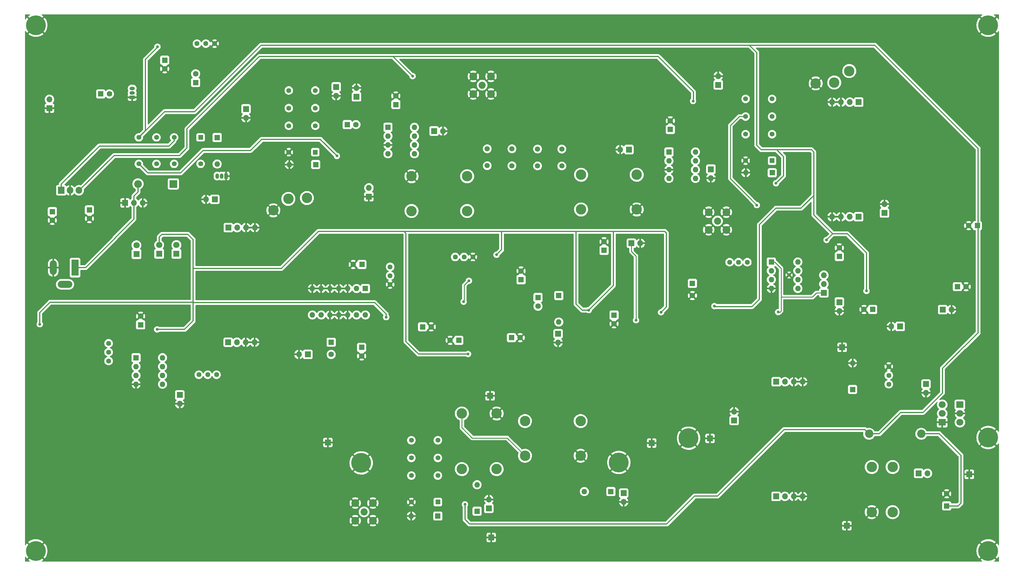
<source format=gbr>
%TF.GenerationSoftware,KiCad,Pcbnew,(6.0.7)*%
%TF.CreationDate,2023-03-19T17:00:09-04:00*%
%TF.ProjectId,Phoenix612 Complete v1.1,50686f65-6e69-4783-9631-3220436f6d70,rev?*%
%TF.SameCoordinates,Original*%
%TF.FileFunction,Copper,L2,Bot*%
%TF.FilePolarity,Positive*%
%FSLAX46Y46*%
G04 Gerber Fmt 4.6, Leading zero omitted, Abs format (unit mm)*
G04 Created by KiCad (PCBNEW (6.0.7)) date 2023-03-19 17:00:09*
%MOMM*%
%LPD*%
G01*
G04 APERTURE LIST*
%TA.AperFunction,SMDPad,CuDef*%
%ADD10C,1.000000*%
%TD*%
%TA.AperFunction,ComponentPad*%
%ADD11R,2.000000X1.905000*%
%TD*%
%TA.AperFunction,ComponentPad*%
%ADD12O,2.000000X1.905000*%
%TD*%
%TA.AperFunction,ComponentPad*%
%ADD13R,1.700000X1.700000*%
%TD*%
%TA.AperFunction,ComponentPad*%
%ADD14O,1.700000X1.700000*%
%TD*%
%TA.AperFunction,ComponentPad*%
%ADD15R,1.800000X1.800000*%
%TD*%
%TA.AperFunction,ComponentPad*%
%ADD16C,1.800000*%
%TD*%
%TA.AperFunction,ComponentPad*%
%ADD17R,1.600000X1.600000*%
%TD*%
%TA.AperFunction,ComponentPad*%
%ADD18C,1.600000*%
%TD*%
%TA.AperFunction,ComponentPad*%
%ADD19C,1.440000*%
%TD*%
%TA.AperFunction,ComponentPad*%
%ADD20C,1.500000*%
%TD*%
%TA.AperFunction,ComponentPad*%
%ADD21O,1.600000X1.600000*%
%TD*%
%TA.AperFunction,ComponentPad*%
%ADD22C,3.000000*%
%TD*%
%TA.AperFunction,ComponentPad*%
%ADD23R,1.400000X1.400000*%
%TD*%
%TA.AperFunction,ComponentPad*%
%ADD24C,1.400000*%
%TD*%
%TA.AperFunction,ConnectorPad*%
%ADD25C,5.700000*%
%TD*%
%TA.AperFunction,ComponentPad*%
%ADD26C,3.600000*%
%TD*%
%TA.AperFunction,ComponentPad*%
%ADD27C,2.050000*%
%TD*%
%TA.AperFunction,ComponentPad*%
%ADD28C,2.250000*%
%TD*%
%TA.AperFunction,ComponentPad*%
%ADD29R,2.000000X4.600000*%
%TD*%
%TA.AperFunction,ComponentPad*%
%ADD30O,2.000000X4.200000*%
%TD*%
%TA.AperFunction,ComponentPad*%
%ADD31O,4.200000X2.000000*%
%TD*%
%TA.AperFunction,ComponentPad*%
%ADD32R,1.050000X1.500000*%
%TD*%
%TA.AperFunction,ComponentPad*%
%ADD33O,1.050000X1.500000*%
%TD*%
%TA.AperFunction,ComponentPad*%
%ADD34R,1.905000X2.000000*%
%TD*%
%TA.AperFunction,ComponentPad*%
%ADD35O,1.905000X2.000000*%
%TD*%
%TA.AperFunction,ComponentPad*%
%ADD36R,2.200000X2.200000*%
%TD*%
%TA.AperFunction,ComponentPad*%
%ADD37O,2.200000X2.200000*%
%TD*%
%TA.AperFunction,ComponentPad*%
%ADD38C,2.400000*%
%TD*%
%TA.AperFunction,ComponentPad*%
%ADD39R,1.500000X1.050000*%
%TD*%
%TA.AperFunction,ComponentPad*%
%ADD40O,1.500000X1.050000*%
%TD*%
%TA.AperFunction,ViaPad*%
%ADD41C,0.800000*%
%TD*%
%TA.AperFunction,Conductor*%
%ADD42C,0.250000*%
%TD*%
%TA.AperFunction,Conductor*%
%ADD43C,0.350000*%
%TD*%
G04 APERTURE END LIST*
D10*
%TO.P,G1,1,1*%
%TO.N,GND*%
X238569500Y-111061500D03*
%TD*%
D11*
%TO.P,Q4,1*%
%TO.N,GND*%
X282646000Y-153479500D03*
D12*
%TO.P,Q4,2*%
%TO.N,Net-(J24-Pad2)*%
X282646000Y-150939500D03*
%TO.P,Q4,3*%
%TO.N,Net-(Q3-Pad1)*%
X282646000Y-148399500D03*
%TD*%
D13*
%TO.P,J58,1,Pin_1*%
%TO.N,Net-(J58-Pad1)*%
X248602500Y-116205000D03*
D14*
%TO.P,J58,2,Pin_2*%
%TO.N,Net-(J58-Pad2)*%
X248602500Y-113665000D03*
%TO.P,J58,3,Pin_3*%
%TO.N,Net-(U8-Pad7)*%
X248602500Y-111125000D03*
%TD*%
D13*
%TO.P,J19,1,Pin_1*%
%TO.N,PA_DRIVER_IN*%
X253047500Y-118872000D03*
D14*
%TO.P,J19,2,Pin_2*%
%TO.N,GND*%
X253047500Y-121412000D03*
%TD*%
D15*
%TO.P,D4,1,K*%
%TO.N,Net-(D4-Pad1)*%
X50863500Y-105024000D03*
D16*
%TO.P,D4,2,A*%
%TO.N,TX12V*%
X50863500Y-102484000D03*
%TD*%
D13*
%TO.P,J3,1,Pin_1*%
%TO.N,GND*%
X47576500Y-90297000D03*
D14*
%TO.P,J3,2,Pin_2*%
%TO.N,VCC*%
X50116500Y-90297000D03*
%TO.P,J3,3,Pin_3*%
%TO.N,GND*%
X52656500Y-90297000D03*
%TD*%
D17*
%TO.P,C45,1*%
%TO.N,Net-(C45-Pad1)*%
X210778000Y-113472849D03*
D18*
%TO.P,C45,2*%
%TO.N,GND*%
X210778000Y-116972849D03*
%TD*%
D19*
%TO.P,RV4,1,1*%
%TO.N,Net-(C52-Pad2)*%
X68262500Y-44426500D03*
%TO.P,RV4,2,2*%
%TO.N,IFMICIN*%
X70802500Y-44426500D03*
%TO.P,RV4,3,3*%
%TO.N,GND*%
X73342500Y-44426500D03*
%TD*%
D17*
%TO.P,C57,1*%
%TO.N,Net-(C56-Pad1)*%
X253047500Y-105737151D03*
D18*
%TO.P,C57,2*%
%TO.N,GND*%
X253047500Y-103237151D03*
%TD*%
D13*
%TO.P,J9,1,Pin_1*%
%TO.N,Net-(C30-Pad1)*%
X192532000Y-74930000D03*
D14*
%TO.P,J9,2,Pin_2*%
%TO.N,GND*%
X189992000Y-74930000D03*
%TD*%
D13*
%TO.P,U11,1,IN*%
%TO.N,Net-(C78-Pad2)*%
X234840500Y-174815500D03*
D14*
%TO.P,U11,2,IN*%
X237380500Y-174815500D03*
%TO.P,U11,3,GND*%
%TO.N,GND*%
X239920500Y-174815500D03*
%TO.P,U11,4,GND*%
X242460500Y-174815500D03*
%TO.P,U11,5,GND*%
X242506500Y-141795500D03*
%TO.P,U11,6,GND*%
X239966500Y-141795500D03*
%TO.P,U11,7,OUT*%
%TO.N,PA_OUT*%
X237426500Y-141795500D03*
D13*
%TO.P,U11,8,OUT*%
X234886500Y-141795500D03*
%TD*%
D20*
%TO.P,Y3,1,1*%
%TO.N,Net-(C28-Pad1)*%
X166243000Y-74766000D03*
%TO.P,Y3,2,2*%
%TO.N,Net-(C26-Pad1)*%
X166243000Y-79646000D03*
%TD*%
D13*
%TO.P,U2,1,IN*%
%TO.N,Net-(C7-Pad2)*%
X77233500Y-130429000D03*
D14*
%TO.P,U2,2,IN*%
X79773500Y-130429000D03*
%TO.P,U2,3,GND*%
%TO.N,GND*%
X82313500Y-130429000D03*
%TO.P,U2,4,GND*%
X84853500Y-130429000D03*
%TO.P,U2,5,GND*%
X84899500Y-97409000D03*
%TO.P,U2,6,GND*%
X82359500Y-97409000D03*
%TO.P,U2,7,OUT*%
%TO.N,Net-(TR1-Pad2)*%
X79819500Y-97409000D03*
D13*
%TO.P,U2,8,OUT*%
X77279500Y-97409000D03*
%TD*%
D17*
%TO.P,D9,1,K*%
%TO.N,Net-(C87-Pad1)*%
X137541000Y-180467000D03*
D21*
%TO.P,D9,2,A*%
%TO.N,GND*%
X129921000Y-180467000D03*
%TD*%
D13*
%TO.P,J5,1,Pin_1*%
%TO.N,Net-(C14-Pad2)*%
X73378500Y-89281000D03*
D14*
%TO.P,J5,2,Pin_2*%
%TO.N,GND*%
X70838500Y-89281000D03*
%TD*%
D20*
%TO.P,Y4,1,1*%
%TO.N,Net-(C26-Pad1)*%
X173228000Y-79666000D03*
%TO.P,Y4,2,2*%
%TO.N,Net-(C23-Pad1)*%
X173228000Y-74786000D03*
%TD*%
D13*
%TO.P,J21,1,Pin_1*%
%TO.N,PA_IN*%
X282765500Y-121031000D03*
D14*
%TO.P,J21,2,Pin_2*%
%TO.N,GND*%
X285305500Y-121031000D03*
%TD*%
D17*
%TO.P,D6,1,K*%
%TO.N,Net-(C31-Pad1)*%
X102425500Y-79248000D03*
D21*
%TO.P,D6,2,A*%
%TO.N,GND*%
X94805500Y-79248000D03*
%TD*%
D22*
%TO.P,T3,1,AA*%
%TO.N,M2_12V*%
X268366500Y-179347000D03*
%TO.P,T3,2,AB*%
%TO.N,Net-(J24-Pad1)*%
X268366500Y-166347000D03*
%TO.P,T3,3,SB*%
%TO.N,GND*%
X262366500Y-179347000D03*
%TO.P,T3,4,SA*%
%TO.N,Net-(C78-Pad1)*%
X262366500Y-166347000D03*
%TD*%
%TO.P,T4,1,AA*%
%TO.N,Net-(D11-Pad2)*%
X144462500Y-150939500D03*
%TO.P,T4,2,AB*%
%TO.N,Net-(D10-Pad2)*%
X144462500Y-166939500D03*
%TO.P,T4,3,SA*%
%TO.N,GND*%
X154462500Y-150939500D03*
%TO.P,T4,4,SB*%
%TO.N,PA_OUT*%
X154462500Y-166939500D03*
%TD*%
D23*
%TO.P,K4,1*%
%TO.N,Net-(C87-Pad1)*%
X137557000Y-176434000D03*
D24*
%TO.P,K4,4*%
%TO.N,ANT*%
X137557000Y-168814000D03*
%TO.P,K4,6*%
%TO.N,ANT_IN*%
X137557000Y-163734000D03*
%TO.P,K4,8*%
%TO.N,ANT_OUT*%
X137557000Y-158654000D03*
%TO.P,K4,9*%
X129937000Y-158654000D03*
%TO.P,K4,11*%
%TO.N,ANT_IN*%
X129937000Y-163734000D03*
%TO.P,K4,13*%
%TO.N,ANT*%
X129937000Y-168814000D03*
%TO.P,K4,16*%
%TO.N,GND*%
X129937000Y-176434000D03*
%TD*%
D20*
%TO.P,Y1,1,1*%
%TO.N,Net-(C25-Pad2)*%
X151765000Y-74702500D03*
%TO.P,Y1,2,2*%
%TO.N,Net-(C27-Pad1)*%
X151765000Y-79582500D03*
%TD*%
D17*
%TO.P,C73,1*%
%TO.N,TX12V*%
X292744651Y-96837500D03*
D18*
%TO.P,C73,2*%
%TO.N,GND*%
X290244651Y-96837500D03*
%TD*%
D19*
%TO.P,RV7,1,1*%
%TO.N,Net-(C89-Pad2)*%
X142547500Y-105864151D03*
%TO.P,RV7,2,2*%
%TO.N,Net-(C90-Pad1)*%
X145087500Y-105864151D03*
%TO.P,RV7,3,3*%
%TO.N,GND*%
X147627500Y-105864151D03*
%TD*%
D13*
%TO.P,J35,1,Pin_1*%
%TO.N,GND*%
X215836500Y-158115000D03*
%TD*%
%TO.P,J29,1,Pin_1*%
%TO.N,GND*%
X255206500Y-183261000D03*
%TD*%
D25*
%TO.P,H7,1,1*%
%TO.N,GND*%
X189611000Y-165036500D03*
D26*
X189611000Y-165036500D03*
%TD*%
D13*
%TO.P,J24,1,Pin_1*%
%TO.N,Net-(J24-Pad1)*%
X275839000Y-168148000D03*
D14*
%TO.P,J24,2,Pin_2*%
%TO.N,Net-(J24-Pad2)*%
X278379000Y-168148000D03*
%TD*%
D17*
%TO.P,C51,1*%
%TO.N,Net-(C49-Pad1)*%
X58991500Y-49189000D03*
D18*
%TO.P,C51,2*%
%TO.N,GND*%
X58991500Y-51689000D03*
%TD*%
D13*
%TO.P,J27,1,Pin_1*%
%TO.N,GND*%
X152590500Y-145859500D03*
%TD*%
%TO.P,J12,1,Pin_1*%
%TO.N,GND*%
X117729000Y-88519000D03*
D14*
%TO.P,J12,2,Pin_2*%
%TO.N,Net-(C29-Pad2)*%
X117729000Y-85979000D03*
%TD*%
D13*
%TO.P,J45,1,Pin_1*%
%TO.N,Net-(C88-Pad1)*%
X191008000Y-173863000D03*
D14*
%TO.P,J45,2,Pin_2*%
%TO.N,GND*%
X191008000Y-176403000D03*
%TD*%
D11*
%TO.P,Q3,1*%
%TO.N,Net-(Q3-Pad1)*%
X287726000Y-148399500D03*
D12*
%TO.P,Q3,2*%
%TO.N,GND*%
X287726000Y-150939500D03*
%TO.P,Q3,3*%
%TO.N,Net-(J24-Pad2)*%
X287726000Y-153479500D03*
%TD*%
D17*
%TO.P,D10,1,K*%
%TO.N,Net-(C86-Pad1)*%
X148844000Y-179070000D03*
D21*
%TO.P,D10,2,A*%
%TO.N,Net-(D10-Pad2)*%
X148844000Y-171450000D03*
%TD*%
D25*
%TO.P,H1,1,1*%
%TO.N,GND*%
X295846500Y-39116000D03*
D26*
X295846500Y-39116000D03*
%TD*%
D17*
%TO.P,U8,1,OutA*%
%TO.N,Net-(J58-Pad1)*%
X233489500Y-107315000D03*
D21*
%TO.P,U8,2,InA-*%
%TO.N,Net-(R44-Pad1)*%
X233489500Y-109855000D03*
%TO.P,U8,3,InA+*%
%TO.N,Net-(C62-Pad2)*%
X233489500Y-112395000D03*
%TO.P,U8,4,V-*%
%TO.N,GND*%
X233489500Y-114935000D03*
%TO.P,U8,5,InB+*%
%TO.N,Net-(R43-Pad2)*%
X241109500Y-114935000D03*
%TO.P,U8,6,InB-*%
%TO.N,Net-(U8-Pad6)*%
X241109500Y-112395000D03*
%TO.P,U8,7,OutB*%
%TO.N,Net-(U8-Pad7)*%
X241109500Y-109855000D03*
%TO.P,U8,8,V+*%
%TO.N,Net-(C56-Pad1)*%
X241109500Y-107315000D03*
%TD*%
D19*
%TO.P,RV5,1,1*%
%TO.N,Net-(R44-Pad1)*%
X226568000Y-107378500D03*
%TO.P,RV5,2,2*%
%TO.N,Net-(R45-Pad1)*%
X224028000Y-107378500D03*
%TO.P,RV5,3,3*%
X221488000Y-107378500D03*
%TD*%
D17*
%TO.P,U7,1,BYPASS*%
%TO.N,Net-(C38-Pad1)*%
X116718000Y-114945000D03*
D21*
%TO.P,U7,2,+*%
%TO.N,Net-(R27-Pad2)*%
X114178000Y-114945000D03*
%TO.P,U7,3,GND*%
%TO.N,GND*%
X111638000Y-114945000D03*
%TO.P,U7,4,GND*%
X109098000Y-114945000D03*
%TO.P,U7,5,GND*%
X106558000Y-114945000D03*
%TO.P,U7,6,-*%
X104018000Y-114945000D03*
%TO.P,U7,7,GND*%
X101478000Y-114945000D03*
%TO.P,U7,8*%
%TO.N,Net-(C41-Pad1)*%
X101478000Y-122565000D03*
%TO.P,U7,9,NC*%
%TO.N,unconnected-(U7-Pad9)*%
X104018000Y-122565000D03*
%TO.P,U7,10,GND*%
%TO.N,GND*%
X106558000Y-122565000D03*
%TO.P,U7,11,GND*%
X109098000Y-122565000D03*
%TO.P,U7,12,GND*%
X111638000Y-122565000D03*
%TO.P,U7,13,NC*%
%TO.N,unconnected-(U7-Pad13)*%
X114178000Y-122565000D03*
%TO.P,U7,14,VS*%
%TO.N,Net-(C36-Pad1)*%
X116718000Y-122565000D03*
%TD*%
D13*
%TO.P,J16,1,Pin_1*%
%TO.N,IFMICIN*%
X108331000Y-56896000D03*
D14*
%TO.P,J16,2,Pin_2*%
%TO.N,GND*%
X108331000Y-59436000D03*
%TD*%
D13*
%TO.P,J23,1,Pin_1*%
%TO.N,Net-(C79-Pad2)*%
X277964500Y-142450500D03*
D14*
%TO.P,J23,2,Pin_2*%
%TO.N,GND*%
X277964500Y-144990500D03*
%TD*%
D17*
%TO.P,C97,1*%
%TO.N,Net-(C97-Pad1)*%
X143583151Y-129867151D03*
D18*
%TO.P,C97,2*%
%TO.N,GND*%
X141083151Y-129867151D03*
%TD*%
D13*
%TO.P,J2,1,Pin_1*%
%TO.N,Net-(J2-Pad1)*%
X63309500Y-145605500D03*
D14*
%TO.P,J2,2,Pin_2*%
%TO.N,GND*%
X63309500Y-148145500D03*
%TD*%
D13*
%TO.P,U9,1,IN*%
%TO.N,Net-(TR2-Pad2)*%
X258618000Y-61277500D03*
D14*
%TO.P,U9,2,IN*%
X256078000Y-61277500D03*
%TO.P,U9,3,GND*%
%TO.N,GND*%
X253538000Y-61277500D03*
%TO.P,U9,4,GND*%
X250998000Y-61277500D03*
%TO.P,U9,5,GND*%
X250952000Y-94297500D03*
%TO.P,U9,6,GND*%
X253492000Y-94297500D03*
%TO.P,U9,7,OUT*%
%TO.N,Net-(C62-Pad1)*%
X256032000Y-94297500D03*
D13*
%TO.P,U9,8,OUT*%
X258572000Y-94297500D03*
%TD*%
D19*
%TO.P,RV3,1,1*%
%TO.N,Net-(C40-Pad2)*%
X123825000Y-108712000D03*
%TO.P,RV3,2,2*%
%TO.N,Net-(R27-Pad1)*%
X123825000Y-111252000D03*
%TO.P,RV3,3,3*%
%TO.N,GND*%
X123825000Y-113792000D03*
%TD*%
D17*
%TO.P,D11,1,K*%
%TO.N,Net-(C88-Pad1)*%
X187325000Y-173418500D03*
D21*
%TO.P,D11,2,A*%
%TO.N,Net-(D11-Pad2)*%
X179705000Y-173418500D03*
%TD*%
D17*
%TO.P,C17,1*%
%TO.N,Net-(C16-Pad1)*%
X125476000Y-61985651D03*
D18*
%TO.P,C17,2*%
%TO.N,GND*%
X125476000Y-59485651D03*
%TD*%
D17*
%TO.P,D12,1,K*%
%TO.N,Net-(C92-Pad1)*%
X172339000Y-116976651D03*
D21*
%TO.P,D12,2,A*%
%TO.N,Net-(C91-Pad2)*%
X172339000Y-124596651D03*
%TD*%
D27*
%TO.P,J43,1,In*%
%TO.N,ANT*%
X116332000Y-179260500D03*
D28*
%TO.P,J43,2,Ext*%
%TO.N,GND*%
X113792000Y-176720500D03*
X118872000Y-181800500D03*
X113792000Y-181800500D03*
X118872000Y-176720500D03*
%TD*%
D26*
%TO.P,H5,1,1*%
%TO.N,GND*%
X209677000Y-158051500D03*
D25*
X209677000Y-158051500D03*
%TD*%
D17*
%TO.P,C11,1*%
%TO.N,5V*%
X37338000Y-92321500D03*
D18*
%TO.P,C11,2*%
%TO.N,GND*%
X37338000Y-94821500D03*
%TD*%
D27*
%TO.P,J7,1,In*%
%TO.N,Net-(J7-Pad1)*%
X150304500Y-56388000D03*
D28*
%TO.P,J7,2,Ext*%
%TO.N,GND*%
X147764500Y-58928000D03*
X152844500Y-53848000D03*
X147764500Y-53848000D03*
X152844500Y-58928000D03*
%TD*%
D17*
%TO.P,C91,1*%
%TO.N,Net-(C91-Pad1)*%
X166370000Y-117538500D03*
D18*
%TO.P,C91,2*%
%TO.N,Net-(C91-Pad2)*%
X166370000Y-120038500D03*
%TD*%
D13*
%TO.P,J33,1,Pin_1*%
%TO.N,GND*%
X253873000Y-131889500D03*
%TD*%
D29*
%TO.P,J4,1*%
%TO.N,VCC*%
X33210500Y-108951000D03*
D30*
%TO.P,J4,2*%
%TO.N,GND*%
X26910500Y-108951000D03*
D31*
%TO.P,J4,3*%
%TO.N,N/C*%
X30310500Y-113751000D03*
%TD*%
D17*
%TO.P,D8,1,K*%
%TO.N,Net-(C82-Pad1)*%
X256857500Y-144028000D03*
D21*
%TO.P,D8,2,A*%
%TO.N,GND*%
X256857500Y-136408000D03*
%TD*%
D13*
%TO.P,J13,1,Pin_1*%
%TO.N,Net-(C34-Pad2)*%
X218224500Y-56304500D03*
D14*
%TO.P,J13,2,Pin_2*%
%TO.N,GND*%
X218224500Y-53764500D03*
%TD*%
D13*
%TO.P,J10,1,Pin_1*%
%TO.N,Net-(C32-Pad2)*%
X216115500Y-80601500D03*
D14*
%TO.P,J10,2,Pin_2*%
%TO.N,GND*%
X216115500Y-83141500D03*
%TD*%
D17*
%TO.P,U5,1,IN_A*%
%TO.N,Net-(C30-Pad2)*%
X204035500Y-75638500D03*
D21*
%TO.P,U5,2,IN_B*%
%TO.N,Net-(C33-Pad1)*%
X204035500Y-78178500D03*
%TO.P,U5,3,GND*%
%TO.N,GND*%
X204035500Y-80718500D03*
%TO.P,U5,4,OUT_A*%
%TO.N,Net-(C34-Pad1)*%
X204035500Y-83258500D03*
%TO.P,U5,5,OUT_B*%
%TO.N,unconnected-(U5-Pad5)*%
X211655500Y-83258500D03*
%TO.P,U5,6,OSC_B*%
%TO.N,Net-(C32-Pad2)*%
X211655500Y-80718500D03*
%TO.P,U5,7,OSC_E*%
%TO.N,unconnected-(U5-Pad7)*%
X211655500Y-78178500D03*
%TO.P,U5,8,Vcc*%
%TO.N,Net-(C20-Pad1)*%
X211655500Y-75638500D03*
%TD*%
D17*
%TO.P,C99,1*%
%TO.N,SM_12V*%
X161480500Y-112404651D03*
D18*
%TO.P,C99,2*%
%TO.N,GND*%
X161480500Y-109904651D03*
%TD*%
D13*
%TO.P,J17,1,Pin_1*%
%TO.N,GND*%
X25844500Y-63037000D03*
D14*
%TO.P,J17,2,Pin_2*%
%TO.N,Net-(C55-Pad1)*%
X25844500Y-60497000D03*
%TD*%
D17*
%TO.P,C47,1*%
%TO.N,AF_12V*%
X185356500Y-103959151D03*
D18*
%TO.P,C47,2*%
%TO.N,GND*%
X185356500Y-101459151D03*
%TD*%
D13*
%TO.P,J44,1,Pin_1*%
%TO.N,Net-(C86-Pad1)*%
X152209500Y-178249500D03*
D14*
%TO.P,J44,2,Pin_2*%
%TO.N,GND*%
X152209500Y-175709500D03*
%TD*%
D26*
%TO.P,H4,1,1*%
%TO.N,GND*%
X295846500Y-190500000D03*
D25*
X295846500Y-190500000D03*
%TD*%
D26*
%TO.P,H2,1,1*%
%TO.N,GND*%
X21907500Y-39116000D03*
D25*
X21907500Y-39116000D03*
%TD*%
D17*
%TO.P,C52,1*%
%TO.N,Net-(C52-Pad1)*%
X67881500Y-55626000D03*
D18*
%TO.P,C52,2*%
%TO.N,Net-(C52-Pad2)*%
X67881500Y-53126000D03*
%TD*%
D25*
%TO.P,H3,1,1*%
%TO.N,GND*%
X21907500Y-190500000D03*
D26*
X21907500Y-190500000D03*
%TD*%
D19*
%TO.P,RV1,1,1*%
%TO.N,Net-(R7-Pad1)*%
X42852500Y-135814000D03*
%TO.P,RV1,2,2*%
%TO.N,Net-(R9-Pad1)*%
X42852500Y-133274000D03*
%TO.P,RV1,3,3*%
X42852500Y-130734000D03*
%TD*%
D13*
%TO.P,J22,1,Pin_1*%
%TO.N,PA_OUT*%
X222796500Y-152951500D03*
D14*
%TO.P,J22,2,Pin_2*%
%TO.N,GND*%
X222796500Y-150411500D03*
%TD*%
D17*
%TO.P,C67,1*%
%TO.N,U1_12V*%
X287020000Y-114427000D03*
D18*
%TO.P,C67,2*%
%TO.N,GND*%
X289520000Y-114427000D03*
%TD*%
D13*
%TO.P,J18,1,Pin_1*%
%TO.N,Net-(C62-Pad1)*%
X266040000Y-93198000D03*
D14*
%TO.P,J18,2,Pin_2*%
%TO.N,GND*%
X266040000Y-90658000D03*
%TD*%
D13*
%TO.P,J32,1,Pin_1*%
%TO.N,GND*%
X152908000Y-186626500D03*
%TD*%
D23*
%TO.P,K1,1*%
%TO.N,Net-(C13-Pad1)*%
X69309500Y-71421500D03*
D24*
%TO.P,K1,4*%
%TO.N,12V*%
X61689500Y-71421500D03*
%TO.P,K1,6*%
%TO.N,RX12V*%
X56609500Y-71421500D03*
%TO.P,K1,8*%
%TO.N,TX12V*%
X51529500Y-71421500D03*
%TO.P,K1,9*%
X51529500Y-79041500D03*
%TO.P,K1,11*%
%TO.N,RX12V*%
X56609500Y-79041500D03*
%TO.P,K1,13*%
%TO.N,12V*%
X61689500Y-79041500D03*
%TO.P,K1,16*%
%TO.N,Net-(C13-Pad2)*%
X69309500Y-79041500D03*
%TD*%
D13*
%TO.P,J15,1,Pin_1*%
%TO.N,Net-(C41-Pad2)*%
X100144500Y-133921500D03*
D14*
%TO.P,J15,2,Pin_2*%
%TO.N,GND*%
X97604500Y-133921500D03*
%TD*%
D27*
%TO.P,J11,1,In*%
%TO.N,Net-(J11-Pad1)*%
X217995500Y-95504000D03*
D28*
%TO.P,J11,2,Ext*%
%TO.N,GND*%
X220535500Y-92964000D03*
X215455500Y-92964000D03*
X220535500Y-98044000D03*
X215455500Y-98044000D03*
%TD*%
D13*
%TO.P,J6,1,Pin_1*%
%TO.N,Net-(C15-Pad2)*%
X136461500Y-69596000D03*
D14*
%TO.P,J6,2,Pin_2*%
%TO.N,GND*%
X139001500Y-69596000D03*
%TD*%
D13*
%TO.P,J20,1,Pin_1*%
%TO.N,Net-(C64-Pad2)*%
X270553500Y-125882000D03*
D14*
%TO.P,J20,2,Pin_2*%
%TO.N,GND*%
X268013500Y-125882000D03*
%TD*%
D26*
%TO.P,H8,1,1*%
%TO.N,GND*%
X115506500Y-165163500D03*
D25*
X115506500Y-165163500D03*
%TD*%
D17*
%TO.P,C76,1*%
%TO.N,M2_12V*%
X283908500Y-177547651D03*
D18*
%TO.P,C76,2*%
%TO.N,GND*%
X283908500Y-174047651D03*
%TD*%
D32*
%TO.P,Q1,1,E*%
%TO.N,GND*%
X76612000Y-82555000D03*
D33*
%TO.P,Q1,2,B*%
%TO.N,Net-(Q1-Pad2)*%
X75342000Y-82555000D03*
%TO.P,Q1,3,C*%
%TO.N,Net-(C13-Pad2)*%
X74072000Y-82555000D03*
%TD*%
D17*
%TO.P,C54,1*%
%TO.N,Net-(C54-Pad1)*%
X40566849Y-58904500D03*
D18*
%TO.P,C54,2*%
%TO.N,Net-(C54-Pad2)*%
X43066849Y-58904500D03*
%TD*%
D22*
%TO.P,TR1,1*%
%TO.N,GND*%
X90233500Y-92442000D03*
%TO.P,TR1,2*%
%TO.N,Net-(TR1-Pad2)*%
X94551500Y-89140000D03*
%TO.P,TR1,3*%
%TO.N,IFRFIN*%
X99885500Y-88886000D03*
%TD*%
%TO.P,T1,1,AA*%
%TO.N,Net-(C29-Pad2)*%
X129985500Y-92630000D03*
%TO.P,T1,2,AB*%
%TO.N,Net-(C25-Pad1)*%
X145985500Y-92630000D03*
%TO.P,T1,3,SA*%
%TO.N,GND*%
X129985500Y-82630000D03*
%TO.P,T1,4,SB*%
%TO.N,Net-(C25-Pad1)*%
X145985500Y-82630000D03*
%TD*%
D17*
%TO.P,C19,1*%
%TO.N,Net-(C19-Pad1)*%
X111506000Y-67754500D03*
D18*
%TO.P,C19,2*%
%TO.N,Net-(C19-Pad2)*%
X114006000Y-67754500D03*
%TD*%
D13*
%TO.P,J57,1,Pin_1*%
%TO.N,GND*%
X290449000Y-168465500D03*
%TD*%
D17*
%TO.P,C21,1*%
%TO.N,Net-(C20-Pad1)*%
X204416500Y-69161500D03*
D18*
%TO.P,C21,2*%
%TO.N,GND*%
X204416500Y-66661500D03*
%TD*%
D22*
%TO.P,T5,1,AA*%
%TO.N,PA_OUT*%
X178624500Y-153115000D03*
%TO.P,T5,2,AB*%
%TO.N,ANT_OUT*%
X162624500Y-153115000D03*
%TO.P,T5,3,SA*%
%TO.N,GND*%
X178624500Y-163115000D03*
%TO.P,T5,4,SB*%
%TO.N,Net-(D11-Pad2)*%
X162624500Y-163115000D03*
%TD*%
D17*
%TO.P,D5,1,K*%
%TO.N,Net-(C13-Pad1)*%
X74072000Y-71485000D03*
D21*
%TO.P,D5,2,A*%
%TO.N,Net-(C13-Pad2)*%
X74072000Y-79105000D03*
%TD*%
D20*
%TO.P,Y2,1,1*%
%TO.N,Net-(C27-Pad1)*%
X158877000Y-79602500D03*
%TO.P,Y2,2,2*%
%TO.N,Net-(C28-Pad1)*%
X158877000Y-74722500D03*
%TD*%
D17*
%TO.P,C10,1*%
%TO.N,12V*%
X26670000Y-92827349D03*
D18*
%TO.P,C10,2*%
%TO.N,GND*%
X26670000Y-95327349D03*
%TD*%
D17*
%TO.P,C95,1*%
%TO.N,Net-(C95-Pad1)*%
X133149849Y-125993651D03*
D18*
%TO.P,C95,2*%
%TO.N,GND*%
X135649849Y-125993651D03*
%TD*%
D15*
%TO.P,D3,1,K*%
%TO.N,Net-(D3-Pad1)*%
X62357000Y-104965500D03*
D16*
%TO.P,D3,2,A*%
%TO.N,12V*%
X62357000Y-102425500D03*
%TD*%
D23*
%TO.P,K3,1*%
%TO.N,Net-(C35-Pad1)*%
X233696000Y-78136000D03*
D24*
%TO.P,K3,4*%
%TO.N,Net-(C34-Pad1)*%
X233696000Y-70516000D03*
%TO.P,K3,6*%
%TO.N,IFAFOUT*%
X233696000Y-65436000D03*
%TO.P,K3,8*%
%TO.N,IFPAOUT*%
X233696000Y-60356000D03*
%TO.P,K3,9*%
X226076000Y-60356000D03*
%TO.P,K3,11*%
%TO.N,IFAFOUT*%
X226076000Y-65436000D03*
%TO.P,K3,13*%
%TO.N,Net-(C34-Pad1)*%
X226076000Y-70516000D03*
%TO.P,K3,16*%
%TO.N,GND*%
X226076000Y-78136000D03*
%TD*%
D13*
%TO.P,J14,1,Pin_1*%
%TO.N,Net-(C40-Pad2)*%
X193250500Y-101917500D03*
D14*
%TO.P,J14,2,Pin_2*%
%TO.N,GND*%
X195790500Y-101917500D03*
%TD*%
D34*
%TO.P,U3,1,VI*%
%TO.N,12V*%
X29210000Y-86670000D03*
D35*
%TO.P,U3,2,GND*%
%TO.N,GND*%
X31750000Y-86670000D03*
%TO.P,U3,3,VO*%
%TO.N,5V*%
X34290000Y-86670000D03*
%TD*%
D17*
%TO.P,U1,1,OutA*%
%TO.N,Net-(R5-Pad1)*%
X50736500Y-134871500D03*
D21*
%TO.P,U1,2,InA-*%
%TO.N,Net-(R7-Pad1)*%
X50736500Y-137411500D03*
%TO.P,U1,3,InA+*%
%TO.N,Net-(R4-Pad2)*%
X50736500Y-139951500D03*
%TO.P,U1,4,V-*%
%TO.N,GND*%
X50736500Y-142491500D03*
%TO.P,U1,5,InB+*%
%TO.N,Net-(J2-Pad1)*%
X58356500Y-142491500D03*
%TO.P,U1,6,InB-*%
%TO.N,Net-(R8-Pad2)*%
X58356500Y-139951500D03*
%TO.P,U1,7,OutB*%
%TO.N,Net-(R6-Pad1)*%
X58356500Y-137411500D03*
%TO.P,U1,8,V+*%
%TO.N,Net-(C1-Pad1)*%
X58356500Y-134871500D03*
%TD*%
D13*
%TO.P,J38,1,Pin_1*%
%TO.N,GND*%
X199072500Y-159448500D03*
%TD*%
D22*
%TO.P,T2,1,AA*%
%TO.N,Net-(C23-Pad2)*%
X178753500Y-92185500D03*
%TO.P,T2,2,AB*%
%TO.N,GND*%
X194753500Y-92185500D03*
%TO.P,T2,3,SA*%
%TO.N,Net-(C23-Pad2)*%
X178753500Y-82185500D03*
%TO.P,T2,4,SB*%
%TO.N,Net-(C30-Pad1)*%
X194753500Y-82185500D03*
%TD*%
%TO.P,TR2,1*%
%TO.N,Net-(C61-Pad2)*%
X255905000Y-52324000D03*
%TO.P,TR2,2*%
%TO.N,Net-(TR2-Pad2)*%
X251587000Y-55626000D03*
%TO.P,TR2,3*%
%TO.N,GND*%
X246253000Y-55880000D03*
%TD*%
D26*
%TO.P,H6,1,1*%
%TO.N,GND*%
X295846500Y-157861000D03*
D25*
X295846500Y-157861000D03*
%TD*%
D17*
%TO.P,C70,1*%
%TO.N,U1_6V*%
X262645651Y-120967500D03*
D18*
%TO.P,C70,2*%
%TO.N,GND*%
X260145651Y-120967500D03*
%TD*%
D17*
%TO.P,C38,1*%
%TO.N,Net-(C38-Pad1)*%
X115711651Y-108023500D03*
D18*
%TO.P,C38,2*%
%TO.N,GND*%
X113211651Y-108023500D03*
%TD*%
D13*
%TO.P,J8,1,Pin_1*%
%TO.N,Net-(C19-Pad2)*%
X114173000Y-59753500D03*
D14*
%TO.P,J8,2,Pin_2*%
%TO.N,GND*%
X114173000Y-57213500D03*
%TD*%
D17*
%TO.P,C41,1*%
%TO.N,Net-(C41-Pad1)*%
X106870500Y-130427349D03*
D18*
%TO.P,C41,2*%
%TO.N,Net-(C41-Pad2)*%
X106870500Y-133927349D03*
%TD*%
D17*
%TO.P,U4,1,IN_A*%
%TO.N,Net-(C19-Pad2)*%
X123200000Y-68526500D03*
D21*
%TO.P,U4,2,IN_B*%
%TO.N,Net-(C24-Pad1)*%
X123200000Y-71066500D03*
%TO.P,U4,3,GND*%
%TO.N,GND*%
X123200000Y-73606500D03*
%TO.P,U4,4,OUT_A*%
%TO.N,Net-(C29-Pad1)*%
X123200000Y-76146500D03*
%TO.P,U4,5,OUT_B*%
%TO.N,unconnected-(U4-Pad5)*%
X130820000Y-76146500D03*
%TO.P,U4,6,OSC_B*%
%TO.N,Net-(C15-Pad2)*%
X130820000Y-73606500D03*
%TO.P,U4,7,OSC_E*%
%TO.N,unconnected-(U4-Pad7)*%
X130820000Y-71066500D03*
%TO.P,U4,8,Vcc*%
%TO.N,Net-(C16-Pad1)*%
X130820000Y-68526500D03*
%TD*%
D13*
%TO.P,J1,1,Pin_1*%
%TO.N,IFRFIN*%
X82359500Y-63246000D03*
D14*
%TO.P,J1,2,Pin_2*%
%TO.N,GND*%
X82359500Y-65786000D03*
%TD*%
D23*
%TO.P,K2,1*%
%TO.N,Net-(C31-Pad1)*%
X102298500Y-75692000D03*
D24*
%TO.P,K2,4*%
%TO.N,Net-(C19-Pad1)*%
X102298500Y-68072000D03*
%TO.P,K2,6*%
%TO.N,IFRFIN*%
X102298500Y-62992000D03*
%TO.P,K2,8*%
%TO.N,IFMICIN*%
X102298500Y-57912000D03*
%TO.P,K2,9*%
X94678500Y-57912000D03*
%TO.P,K2,11*%
%TO.N,IFRFIN*%
X94678500Y-62992000D03*
%TO.P,K2,13*%
%TO.N,Net-(C19-Pad1)*%
X94678500Y-68072000D03*
%TO.P,K2,16*%
%TO.N,GND*%
X94678500Y-75692000D03*
%TD*%
D19*
%TO.P,RV6,1,1*%
%TO.N,GND*%
X267271500Y-137414000D03*
%TO.P,RV6,2,2*%
%TO.N,Net-(C83-Pad1)*%
X267271500Y-139954000D03*
%TO.P,RV6,3,3*%
%TO.N,Net-(C82-Pad1)*%
X267271500Y-142494000D03*
%TD*%
D17*
%TO.P,C96,1*%
%TO.N,Net-(C96-Pad1)*%
X158750000Y-129105151D03*
D18*
%TO.P,C96,2*%
%TO.N,GND*%
X161250000Y-129105151D03*
%TD*%
D17*
%TO.P,C2,1*%
%TO.N,Net-(C1-Pad1)*%
X52060000Y-125409651D03*
D18*
%TO.P,C2,2*%
%TO.N,GND*%
X52060000Y-122909651D03*
%TD*%
D13*
%TO.P,J39,1,Pin_1*%
%TO.N,GND*%
X105918000Y-159258000D03*
%TD*%
%TO.P,J56,1,Pin_1*%
%TO.N,Net-(C92-Pad1)*%
X172148500Y-127962151D03*
D14*
%TO.P,J56,2,Pin_2*%
%TO.N,GND*%
X172148500Y-130502151D03*
%TD*%
D19*
%TO.P,RV2,1,1*%
%TO.N,Net-(R8-Pad2)*%
X68824000Y-139763500D03*
%TO.P,RV2,2,2*%
%TO.N,Net-(R10-Pad1)*%
X71364000Y-139763500D03*
%TO.P,RV2,3,3*%
X73904000Y-139763500D03*
%TD*%
D36*
%TO.P,D1,1,K*%
%TO.N,12V*%
X61468000Y-84836000D03*
D37*
%TO.P,D1,2,A*%
%TO.N,VCC*%
X51308000Y-84836000D03*
%TD*%
D38*
%TO.P,L13,1,1*%
%TO.N,TX12V*%
X261613000Y-156781500D03*
%TO.P,L13,2,2*%
%TO.N,M2_12V*%
X276613000Y-156781500D03*
%TD*%
D17*
%TO.P,C36,1*%
%TO.N,Net-(C36-Pad1)*%
X115633500Y-131889500D03*
D18*
%TO.P,C36,2*%
%TO.N,GND*%
X115633500Y-134389500D03*
%TD*%
D15*
%TO.P,D2,1,K*%
%TO.N,Net-(D2-Pad1)*%
X57394349Y-104960500D03*
D16*
%TO.P,D2,2,A*%
%TO.N,RX12V*%
X57394349Y-102420500D03*
%TD*%
D39*
%TO.P,Q2,1,E*%
%TO.N,GND*%
X49636000Y-59857000D03*
D40*
%TO.P,Q2,2,B*%
%TO.N,Net-(C54-Pad2)*%
X49636000Y-58587000D03*
%TO.P,Q2,3,C*%
%TO.N,Net-(C52-Pad1)*%
X49636000Y-57317000D03*
%TD*%
D17*
%TO.P,D7,1,K*%
%TO.N,Net-(C35-Pad1)*%
X233743500Y-81597500D03*
D21*
%TO.P,D7,2,A*%
%TO.N,GND*%
X226123500Y-81597500D03*
%TD*%
D17*
%TO.P,C44,1*%
%TO.N,Net-(C44-Pad1)*%
X188235500Y-122608849D03*
D18*
%TO.P,C44,2*%
%TO.N,GND*%
X188235500Y-125108849D03*
%TD*%
D41*
%TO.N,Net-(J58-Pad1)*%
X235458000Y-121729500D03*
%TO.N,GND*%
X146431000Y-125412500D03*
X271335500Y-112204500D03*
X199326500Y-104330500D03*
%TO.N,RX12V*%
X146240500Y-133804151D03*
X122687000Y-123200000D03*
X56822500Y-126733500D03*
X201761000Y-121793000D03*
X180975000Y-121158000D03*
X154432000Y-105229151D03*
X23050500Y-125222000D03*
%TO.N,5V*%
X210957000Y-60970000D03*
X130302000Y-53784500D03*
%TO.N,TX12V*%
X217106500Y-120015000D03*
X145351500Y-177101500D03*
X234823000Y-84645500D03*
X108521500Y-76771500D03*
X249364500Y-100965000D03*
X260858000Y-115633500D03*
X56896000Y-45315500D03*
%TO.N,Net-(C40-Pad2)*%
X194564000Y-124079000D03*
%TO.N,IFAFOUT*%
X229298500Y-90932000D03*
%TO.N,SM_BIAS*%
X144970500Y-118745000D03*
X146494500Y-112712500D03*
%TD*%
D42*
%TO.N,Net-(J58-Pad1)*%
X236283500Y-117538500D02*
X236283500Y-118427500D01*
X245300500Y-117411500D02*
X236410500Y-117411500D01*
X236410500Y-117411500D02*
X236283500Y-117538500D01*
X246507000Y-116205000D02*
X245300500Y-117411500D01*
X248602500Y-116205000D02*
X246507000Y-116205000D01*
X236283500Y-118427500D02*
X236283500Y-121412000D01*
X236283500Y-109156500D02*
X236283500Y-118427500D01*
D43*
%TO.N,TX12V*%
X251142500Y-99187000D02*
X245681500Y-93726000D01*
X245681500Y-93726000D02*
X245681500Y-87566500D01*
X245681500Y-88138000D02*
X245681500Y-87566500D01*
X245681500Y-87566500D02*
X245681500Y-75628500D01*
X251142500Y-99187000D02*
X249364500Y-100965000D01*
X255333500Y-99187000D02*
X251142500Y-99187000D01*
X260858000Y-104711500D02*
X255333500Y-99187000D01*
X260858000Y-115633500D02*
X260858000Y-104711500D01*
X263271000Y-44894500D02*
X227203000Y-44894500D01*
X292989000Y-74612500D02*
X263271000Y-44894500D01*
X292989000Y-96837500D02*
X292989000Y-74612500D01*
D42*
%TO.N,Net-(J58-Pad1)*%
X236283500Y-121412000D02*
X235902500Y-121793000D01*
X235902500Y-121793000D02*
X235521500Y-121793000D01*
X235521500Y-121793000D02*
X235458000Y-121729500D01*
X234442000Y-107315000D02*
X236283500Y-109156500D01*
X233489500Y-107315000D02*
X234442000Y-107315000D01*
D43*
%TO.N,RX12V*%
X23050500Y-121856500D02*
X25971500Y-118935500D01*
X58166000Y-99377500D02*
X65659000Y-99377500D01*
X146240500Y-133804151D02*
X131962651Y-133804151D01*
X188023500Y-98615500D02*
X187896500Y-98488500D01*
X202819000Y-98488500D02*
X187896500Y-98488500D01*
X57394349Y-100149151D02*
X58166000Y-99377500D01*
X57394349Y-102420500D02*
X57394349Y-100149151D01*
X177292000Y-119380000D02*
X177292000Y-98488500D01*
X155892500Y-98615500D02*
X155765500Y-98488500D01*
X67183000Y-100901500D02*
X67183000Y-109156500D01*
X155892500Y-103768651D02*
X155892500Y-98615500D01*
X122687000Y-122306000D02*
X119380000Y-118999000D01*
X92583000Y-109156500D02*
X103251000Y-98488500D01*
X180975000Y-121158000D02*
X179070000Y-121158000D01*
X67183000Y-118999000D02*
X67183000Y-124269500D01*
X67183000Y-124269500D02*
X64719000Y-126733500D01*
X179070000Y-121158000D02*
X177292000Y-119380000D01*
X128397000Y-99060000D02*
X127825500Y-98488500D01*
X201761000Y-121793000D02*
X203263500Y-120290500D01*
X103251000Y-98488500D02*
X127825500Y-98488500D01*
X23050500Y-125222000D02*
X23050500Y-121856500D01*
X67183000Y-109156500D02*
X92583000Y-109156500D01*
X64719000Y-126733500D02*
X56822500Y-126733500D01*
X122687000Y-123200000D02*
X122687000Y-122306000D01*
X131962651Y-133804151D02*
X128397000Y-130238500D01*
X119380000Y-118999000D02*
X67183000Y-118999000D01*
X180975000Y-121158000D02*
X188023500Y-114109500D01*
X188023500Y-114109500D02*
X188023500Y-98615500D01*
X154432000Y-105229151D02*
X155892500Y-103768651D01*
X67183000Y-118935500D02*
X67183000Y-118999000D01*
X177292000Y-98488500D02*
X187896500Y-98488500D01*
X65659000Y-99377500D02*
X67183000Y-100901500D01*
X203263500Y-120290500D02*
X203263500Y-98933000D01*
X155765500Y-98488500D02*
X177292000Y-98488500D01*
X203263500Y-98933000D02*
X202819000Y-98488500D01*
X128397000Y-130238500D02*
X128397000Y-99060000D01*
X25971500Y-118935500D02*
X67183000Y-118935500D01*
X127825500Y-98488500D02*
X155765500Y-98488500D01*
X67183000Y-109156500D02*
X67183000Y-118935500D01*
%TO.N,12V*%
X29210000Y-86670000D02*
X29210000Y-84899500D01*
X40195500Y-73914000D02*
X60198000Y-73914000D01*
X61689500Y-72422500D02*
X61689500Y-71421500D01*
X29210000Y-84899500D02*
X40195500Y-73914000D01*
X60198000Y-73914000D02*
X61689500Y-72422500D01*
%TO.N,5V*%
X86233000Y-48133000D02*
X65405000Y-68961000D01*
X130302000Y-53784500D02*
X124650500Y-48133000D01*
X65405000Y-74485500D02*
X63246000Y-76644500D01*
X124650500Y-48133000D02*
X86233000Y-48133000D01*
X124650500Y-48133000D02*
X200914000Y-48133000D01*
X34424500Y-86670000D02*
X34290000Y-86670000D01*
X63246000Y-76644500D02*
X44450000Y-76644500D01*
X44450000Y-76644500D02*
X34424500Y-86670000D01*
X65405000Y-68961000D02*
X65405000Y-74485500D01*
X211074000Y-58293000D02*
X211074000Y-60853000D01*
X200914000Y-48133000D02*
X211074000Y-58293000D01*
X211074000Y-60853000D02*
X210957000Y-60970000D01*
%TO.N,TX12V*%
X56896000Y-45529500D02*
X56896000Y-45315500D01*
X277114000Y-150622000D02*
X270700500Y-150622000D01*
X217233500Y-120142000D02*
X227965000Y-120142000D01*
X226758500Y-44894500D02*
X227203000Y-44894500D01*
X86677500Y-44894500D02*
X226758500Y-44894500D01*
X230060500Y-96520000D02*
X234759500Y-91821000D01*
X292989000Y-127698500D02*
X288988500Y-131699000D01*
X264541000Y-156781500D02*
X261613000Y-156781500D01*
X230060500Y-118046500D02*
X230060500Y-96520000D01*
X146685000Y-182753000D02*
X145351500Y-181419500D01*
X288988500Y-131699000D02*
X288925000Y-131699000D01*
X236982000Y-82486500D02*
X234823000Y-84645500D01*
X292744651Y-96837500D02*
X292989000Y-96837500D01*
X108521500Y-76771500D02*
X103822500Y-72072500D01*
X51529500Y-71421500D02*
X53467000Y-69484000D01*
X261613000Y-156781500D02*
X260396849Y-155565349D01*
X227203000Y-44894500D02*
X229298500Y-46990000D01*
X282702000Y-137922000D02*
X282702000Y-145034000D01*
X270700500Y-150622000D02*
X264541000Y-156781500D01*
X58943000Y-64008000D02*
X67564000Y-64008000D01*
X234759500Y-91821000D02*
X241998500Y-91821000D01*
X83693000Y-75184000D02*
X70040500Y-75184000D01*
X237182151Y-155565349D02*
X218059000Y-174688500D01*
X236982000Y-76962000D02*
X236982000Y-82486500D01*
X53467000Y-69484000D02*
X53467000Y-48958500D01*
X229298500Y-46990000D02*
X229298500Y-73723500D01*
X260396849Y-155565349D02*
X237182151Y-155565349D01*
X51529500Y-71421500D02*
X58943000Y-64008000D01*
X292989000Y-96837500D02*
X292989000Y-127698500D01*
X235013500Y-74993500D02*
X236982000Y-76962000D01*
X103822500Y-72009000D02*
X86868000Y-72009000D01*
X86868000Y-72009000D02*
X83693000Y-75184000D01*
X241998500Y-91821000D02*
X245681500Y-88138000D01*
X230568500Y-74993500D02*
X235013500Y-74993500D01*
X203390500Y-182753000D02*
X146685000Y-182753000D01*
X211455000Y-174688500D02*
X203390500Y-182753000D01*
X54149000Y-81661000D02*
X51529500Y-79041500D01*
X218059000Y-174688500D02*
X211455000Y-174688500D01*
X235013500Y-74993500D02*
X245046500Y-74993500D01*
X227965000Y-120142000D02*
X230060500Y-118046500D01*
X145351500Y-181419500D02*
X145351500Y-177101500D01*
X53467000Y-48958500D02*
X56896000Y-45529500D01*
X103822500Y-72072500D02*
X103822500Y-72009000D01*
X288925000Y-131699000D02*
X282702000Y-137922000D01*
X63563500Y-81661000D02*
X54149000Y-81661000D01*
X229298500Y-73723500D02*
X230568500Y-74993500D01*
X282702000Y-145034000D02*
X277114000Y-150622000D01*
X70040500Y-75184000D02*
X63563500Y-81661000D01*
X217106500Y-120015000D02*
X217233500Y-120142000D01*
X245681500Y-75628500D02*
X245046500Y-74993500D01*
X67564000Y-64008000D02*
X86677500Y-44894500D01*
D42*
%TO.N,Net-(C40-Pad2)*%
X194564000Y-123698000D02*
X194564000Y-124079000D01*
X194437000Y-105473500D02*
X194564000Y-105600500D01*
X193250500Y-104287000D02*
X194437000Y-105473500D01*
X193250500Y-101917500D02*
X193250500Y-104287000D01*
X194564000Y-105600500D02*
X194564000Y-123698000D01*
%TO.N,IFAFOUT*%
X227584000Y-89217500D02*
X227584000Y-89154000D01*
X221678500Y-83248500D02*
X221678500Y-68008500D01*
X229298500Y-90932000D02*
X227584000Y-89217500D01*
X221678500Y-68008500D02*
X224251000Y-65436000D01*
X224251000Y-65436000D02*
X226076000Y-65436000D01*
X227584000Y-89154000D02*
X221678500Y-83248500D01*
%TO.N,Net-(D11-Pad2)*%
X157497500Y-157988000D02*
X147447000Y-157988000D01*
X147447000Y-157988000D02*
X144462500Y-155003500D01*
X144462500Y-155003500D02*
X144462500Y-150939500D01*
X162624500Y-163115000D02*
X157497500Y-157988000D01*
D43*
%TO.N,M2_12V*%
X288036000Y-176720500D02*
X287208849Y-177547651D01*
X276613000Y-156781500D02*
X281813000Y-156781500D01*
X288036000Y-163004500D02*
X288036000Y-176720500D01*
X281813000Y-156781500D02*
X288036000Y-163004500D01*
X287208849Y-177547651D02*
X283908500Y-177547651D01*
D42*
%TO.N,SM_BIAS*%
X146431000Y-112712500D02*
X146494500Y-112712500D01*
X144970500Y-118745000D02*
X145161000Y-118554500D01*
X145161000Y-118554500D02*
X145161000Y-113982500D01*
X145161000Y-113982500D02*
X146431000Y-112712500D01*
D43*
%TO.N,VCC*%
X51308000Y-84836000D02*
X51308000Y-87185500D01*
X44704000Y-100457000D02*
X44704000Y-100330000D01*
X33210500Y-108951000D02*
X36210000Y-108951000D01*
X44704000Y-100330000D02*
X50116500Y-94917500D01*
X50116500Y-88377000D02*
X50116500Y-90297000D01*
X50116500Y-94917500D02*
X50116500Y-90297000D01*
X36210000Y-108951000D02*
X44704000Y-100457000D01*
X51308000Y-87185500D02*
X50116500Y-88377000D01*
%TD*%
%TA.AperFunction,Conductor*%
%TO.N,GND*%
G36*
X20178906Y-36025002D02*
G01*
X20225399Y-36078658D01*
X20235503Y-36148932D01*
X20206009Y-36213512D01*
X20175491Y-36239116D01*
X20029904Y-36326248D01*
X20024244Y-36330066D01*
X19739594Y-36545346D01*
X19734391Y-36549742D01*
X19730101Y-36553785D01*
X19722080Y-36567492D01*
X19722115Y-36568333D01*
X19727167Y-36576457D01*
X21894688Y-38743978D01*
X21908632Y-38751592D01*
X21910465Y-38751461D01*
X21917080Y-38747210D01*
X24085666Y-36578624D01*
X24093280Y-36564680D01*
X24093212Y-36563723D01*
X24088271Y-36556251D01*
X24084370Y-36552931D01*
X23800458Y-36336649D01*
X23794832Y-36332825D01*
X23639114Y-36238890D01*
X23591116Y-36186576D01*
X23579021Y-36116617D01*
X23606668Y-36051225D01*
X23665280Y-36011161D01*
X23704197Y-36005000D01*
X294049785Y-36005000D01*
X294117906Y-36025002D01*
X294164399Y-36078658D01*
X294174503Y-36148932D01*
X294145009Y-36213512D01*
X294114491Y-36239116D01*
X293968904Y-36326248D01*
X293963244Y-36330066D01*
X293678594Y-36545346D01*
X293673391Y-36549742D01*
X293669101Y-36553785D01*
X293661080Y-36567492D01*
X293661115Y-36568333D01*
X293666167Y-36576457D01*
X295833688Y-38743978D01*
X295847632Y-38751592D01*
X295849465Y-38751461D01*
X295856080Y-38747210D01*
X298024666Y-36578624D01*
X298032280Y-36564680D01*
X298032212Y-36563723D01*
X298027271Y-36556251D01*
X298023370Y-36552931D01*
X297739458Y-36336649D01*
X297733832Y-36332825D01*
X297578114Y-36238890D01*
X297530116Y-36186576D01*
X297518021Y-36116617D01*
X297545668Y-36051225D01*
X297604280Y-36011161D01*
X297643197Y-36005000D01*
X298831500Y-36005000D01*
X298899621Y-36025002D01*
X298946114Y-36078658D01*
X298957500Y-36131000D01*
X298957500Y-37310470D01*
X298937498Y-37378591D01*
X298883842Y-37425084D01*
X298813568Y-37435188D01*
X298748988Y-37405694D01*
X298727164Y-37381110D01*
X298527088Y-37085598D01*
X298522967Y-37080170D01*
X298405541Y-36941704D01*
X298392715Y-36933267D01*
X298382390Y-36939320D01*
X296218522Y-39103188D01*
X296210908Y-39117132D01*
X296211039Y-39118965D01*
X296215290Y-39125580D01*
X298380963Y-41291253D01*
X298394560Y-41298678D01*
X298404169Y-41291981D01*
X298508697Y-41170457D01*
X298512846Y-41165069D01*
X298715003Y-40870929D01*
X298718545Y-40865125D01*
X298720560Y-40861383D01*
X298770467Y-40810888D01*
X298839751Y-40795389D01*
X298906416Y-40819810D01*
X298949295Y-40876395D01*
X298957500Y-40921119D01*
X298957500Y-156055470D01*
X298937498Y-156123591D01*
X298883842Y-156170084D01*
X298813568Y-156180188D01*
X298748988Y-156150694D01*
X298727164Y-156126110D01*
X298527088Y-155830598D01*
X298522967Y-155825170D01*
X298405541Y-155686704D01*
X298392715Y-155678267D01*
X298382390Y-155684320D01*
X296218522Y-157848188D01*
X296210908Y-157862132D01*
X296211039Y-157863965D01*
X296215290Y-157870580D01*
X298380963Y-160036253D01*
X298394560Y-160043678D01*
X298404169Y-160036981D01*
X298508697Y-159915457D01*
X298512846Y-159910069D01*
X298715003Y-159615929D01*
X298718545Y-159610125D01*
X298720560Y-159606383D01*
X298770467Y-159555888D01*
X298839751Y-159540389D01*
X298906416Y-159564810D01*
X298949295Y-159621395D01*
X298957500Y-159666119D01*
X298957500Y-188694470D01*
X298937498Y-188762591D01*
X298883842Y-188809084D01*
X298813568Y-188819188D01*
X298748988Y-188789694D01*
X298727164Y-188765110D01*
X298527088Y-188469598D01*
X298522967Y-188464170D01*
X298405541Y-188325704D01*
X298392715Y-188317267D01*
X298382390Y-188323320D01*
X296218522Y-190487188D01*
X296210908Y-190501132D01*
X296211039Y-190502965D01*
X296215290Y-190509580D01*
X298380963Y-192675253D01*
X298394560Y-192682678D01*
X298404169Y-192675981D01*
X298508697Y-192554457D01*
X298512846Y-192549069D01*
X298715003Y-192254929D01*
X298718545Y-192249125D01*
X298720560Y-192245383D01*
X298770467Y-192194888D01*
X298839751Y-192179389D01*
X298906416Y-192203810D01*
X298949295Y-192260395D01*
X298957500Y-192305119D01*
X298957500Y-193485000D01*
X298937498Y-193553121D01*
X298883842Y-193599614D01*
X298831500Y-193611000D01*
X297643315Y-193611000D01*
X297575194Y-193590998D01*
X297528701Y-193537342D01*
X297518597Y-193467068D01*
X297548091Y-193402488D01*
X297578986Y-193376659D01*
X297714347Y-193296287D01*
X297720020Y-193292490D01*
X298005418Y-193078207D01*
X298010645Y-193073821D01*
X298023488Y-193061803D01*
X298031557Y-193048123D01*
X298031529Y-193047398D01*
X298026387Y-193039097D01*
X295859312Y-190872022D01*
X295845368Y-190864408D01*
X295843535Y-190864539D01*
X295836920Y-190868790D01*
X293667909Y-193037801D01*
X293660295Y-193051745D01*
X293660371Y-193052815D01*
X293663555Y-193057648D01*
X293943842Y-193272720D01*
X293949472Y-193276575D01*
X294115198Y-193377338D01*
X294163013Y-193429819D01*
X294174864Y-193499820D01*
X294146989Y-193565115D01*
X294088238Y-193604974D01*
X294049739Y-193611000D01*
X23704315Y-193611000D01*
X23636194Y-193590998D01*
X23589701Y-193537342D01*
X23579597Y-193467068D01*
X23609091Y-193402488D01*
X23639986Y-193376659D01*
X23775347Y-193296287D01*
X23781020Y-193292490D01*
X24066418Y-193078207D01*
X24071645Y-193073821D01*
X24084488Y-193061803D01*
X24092557Y-193048123D01*
X24092529Y-193047398D01*
X24087387Y-193039097D01*
X21920312Y-190872022D01*
X21906368Y-190864408D01*
X21904535Y-190864539D01*
X21897920Y-190868790D01*
X19728909Y-193037801D01*
X19721295Y-193051745D01*
X19721371Y-193052815D01*
X19724555Y-193057648D01*
X20004842Y-193272720D01*
X20010472Y-193276575D01*
X20176198Y-193377338D01*
X20224013Y-193429819D01*
X20235864Y-193499820D01*
X20207989Y-193565115D01*
X20149238Y-193604974D01*
X20110739Y-193611000D01*
X18922500Y-193611000D01*
X18854379Y-193590998D01*
X18807886Y-193537342D01*
X18796500Y-193485000D01*
X18796500Y-192304453D01*
X18816502Y-192236332D01*
X18870158Y-192189839D01*
X18940432Y-192179735D01*
X19005012Y-192209229D01*
X19027082Y-192234177D01*
X19219840Y-192521031D01*
X19223942Y-192526475D01*
X19348442Y-192674322D01*
X19361180Y-192682764D01*
X19371624Y-192676666D01*
X21535478Y-190512812D01*
X21541856Y-190501132D01*
X22271908Y-190501132D01*
X22272039Y-190502965D01*
X22276290Y-190509580D01*
X24441963Y-192675253D01*
X24455560Y-192682678D01*
X24465169Y-192675981D01*
X24569697Y-192554457D01*
X24573846Y-192549069D01*
X24776003Y-192254929D01*
X24779550Y-192249118D01*
X24948750Y-191934879D01*
X24951657Y-191928701D01*
X25085935Y-191598016D01*
X25088149Y-191591586D01*
X25185927Y-191248331D01*
X25187434Y-191241701D01*
X25247573Y-190889873D01*
X25248353Y-190883133D01*
X25270240Y-190525275D01*
X25270356Y-190521673D01*
X25270426Y-190501820D01*
X25270334Y-190498193D01*
X25269980Y-190491657D01*
X292483760Y-190491657D01*
X292501818Y-190848127D01*
X292502528Y-190854883D01*
X292558978Y-191207305D01*
X292560417Y-191213960D01*
X292654594Y-191558215D01*
X292656743Y-191564676D01*
X292787553Y-191896756D01*
X292790384Y-191902939D01*
X292956292Y-192218949D01*
X292959775Y-192224791D01*
X293158840Y-192521031D01*
X293162942Y-192526475D01*
X293287442Y-192674322D01*
X293300180Y-192682764D01*
X293310624Y-192676666D01*
X295474478Y-190512812D01*
X295482092Y-190498868D01*
X295481961Y-190497035D01*
X295477710Y-190490420D01*
X293312027Y-188324737D01*
X293298490Y-188317345D01*
X293288789Y-188324132D01*
X293177149Y-188454847D01*
X293173015Y-188460255D01*
X292971894Y-188755086D01*
X292968359Y-188760923D01*
X292800254Y-189075757D01*
X292797378Y-189081926D01*
X292664254Y-189413081D01*
X292662061Y-189419521D01*
X292565479Y-189763121D01*
X292563996Y-189769756D01*
X292505089Y-190121773D01*
X292504330Y-190128545D01*
X292483784Y-190484862D01*
X292483760Y-190491657D01*
X25269980Y-190491657D01*
X25250946Y-190140208D01*
X25250211Y-190133442D01*
X25192534Y-189781233D01*
X25191067Y-189774561D01*
X25095694Y-189430655D01*
X25093520Y-189424192D01*
X24961553Y-189092575D01*
X24958697Y-189086395D01*
X24791694Y-188770981D01*
X24788182Y-188765137D01*
X24588088Y-188469598D01*
X24583967Y-188464170D01*
X24466541Y-188325704D01*
X24453715Y-188317267D01*
X24443390Y-188323320D01*
X22279522Y-190487188D01*
X22271908Y-190501132D01*
X21541856Y-190501132D01*
X21543092Y-190498868D01*
X21542961Y-190497035D01*
X21538710Y-190490420D01*
X19373027Y-188324737D01*
X19359490Y-188317345D01*
X19349789Y-188324132D01*
X19238149Y-188454847D01*
X19234015Y-188460255D01*
X19032894Y-188755086D01*
X19030275Y-188759411D01*
X18977877Y-188807317D01*
X18907897Y-188819289D01*
X18842553Y-188791527D01*
X18802592Y-188732844D01*
X18796500Y-188694138D01*
X18796500Y-187951492D01*
X19722080Y-187951492D01*
X19722115Y-187952333D01*
X19727167Y-187960457D01*
X21894688Y-190127978D01*
X21908632Y-190135592D01*
X21910465Y-190135461D01*
X21917080Y-190131210D01*
X24085666Y-187962624D01*
X24093280Y-187948680D01*
X24093212Y-187947723D01*
X24088271Y-187940251D01*
X24084370Y-187936931D01*
X23800458Y-187720649D01*
X23794832Y-187716825D01*
X23489222Y-187532469D01*
X23483210Y-187529272D01*
X23465754Y-187521169D01*
X151550001Y-187521169D01*
X151550371Y-187527990D01*
X151555895Y-187578852D01*
X151559521Y-187594104D01*
X151604676Y-187714554D01*
X151613214Y-187730149D01*
X151689715Y-187832224D01*
X151702276Y-187844785D01*
X151804351Y-187921286D01*
X151819946Y-187929824D01*
X151940394Y-187974978D01*
X151955649Y-187978605D01*
X152006514Y-187984131D01*
X152013328Y-187984500D01*
X152635885Y-187984500D01*
X152651124Y-187980025D01*
X152652329Y-187978635D01*
X152654000Y-187970952D01*
X152654000Y-187966384D01*
X153162000Y-187966384D01*
X153166475Y-187981623D01*
X153167865Y-187982828D01*
X153175548Y-187984499D01*
X153802669Y-187984499D01*
X153809490Y-187984129D01*
X153860352Y-187978605D01*
X153875604Y-187974979D01*
X153938255Y-187951492D01*
X293661080Y-187951492D01*
X293661115Y-187952333D01*
X293666167Y-187960457D01*
X295833688Y-190127978D01*
X295847632Y-190135592D01*
X295849465Y-190135461D01*
X295856080Y-190131210D01*
X298024666Y-187962624D01*
X298032280Y-187948680D01*
X298032212Y-187947723D01*
X298027271Y-187940251D01*
X298023370Y-187936931D01*
X297739458Y-187720649D01*
X297733832Y-187716825D01*
X297428222Y-187532469D01*
X297422210Y-187529272D01*
X297098466Y-187378995D01*
X297092166Y-187376475D01*
X296754095Y-187262045D01*
X296747517Y-187260209D01*
X296399092Y-187182965D01*
X296392357Y-187181850D01*
X296037606Y-187142685D01*
X296030824Y-187142306D01*
X295673895Y-187141683D01*
X295667122Y-187142038D01*
X295312214Y-187179966D01*
X295305505Y-187181053D01*
X294956789Y-187257086D01*
X294950214Y-187258897D01*
X294611750Y-187372145D01*
X294605428Y-187374648D01*
X294281180Y-187523785D01*
X294275137Y-187526971D01*
X293968904Y-187710248D01*
X293963244Y-187714066D01*
X293678594Y-187929346D01*
X293673391Y-187933742D01*
X293669101Y-187937785D01*
X293661080Y-187951492D01*
X153938255Y-187951492D01*
X153996054Y-187929824D01*
X154011649Y-187921286D01*
X154113724Y-187844785D01*
X154126285Y-187832224D01*
X154202786Y-187730149D01*
X154211324Y-187714554D01*
X154256478Y-187594106D01*
X154260105Y-187578851D01*
X154265631Y-187527986D01*
X154266000Y-187521172D01*
X154266000Y-186898615D01*
X154261525Y-186883376D01*
X154260135Y-186882171D01*
X154252452Y-186880500D01*
X153180115Y-186880500D01*
X153164876Y-186884975D01*
X153163671Y-186886365D01*
X153162000Y-186894048D01*
X153162000Y-187966384D01*
X152654000Y-187966384D01*
X152654000Y-186898615D01*
X152649525Y-186883376D01*
X152648135Y-186882171D01*
X152640452Y-186880500D01*
X151568116Y-186880500D01*
X151552877Y-186884975D01*
X151551672Y-186886365D01*
X151550001Y-186894048D01*
X151550001Y-187521169D01*
X23465754Y-187521169D01*
X23159466Y-187378995D01*
X23153166Y-187376475D01*
X22815095Y-187262045D01*
X22808517Y-187260209D01*
X22460092Y-187182965D01*
X22453357Y-187181850D01*
X22098606Y-187142685D01*
X22091824Y-187142306D01*
X21734895Y-187141683D01*
X21728122Y-187142038D01*
X21373214Y-187179966D01*
X21366505Y-187181053D01*
X21017789Y-187257086D01*
X21011214Y-187258897D01*
X20672750Y-187372145D01*
X20666428Y-187374648D01*
X20342180Y-187523785D01*
X20336137Y-187526971D01*
X20029904Y-187710248D01*
X20024244Y-187714066D01*
X19739594Y-187929346D01*
X19734391Y-187933742D01*
X19730101Y-187937785D01*
X19722080Y-187951492D01*
X18796500Y-187951492D01*
X18796500Y-186354385D01*
X151550000Y-186354385D01*
X151554475Y-186369624D01*
X151555865Y-186370829D01*
X151563548Y-186372500D01*
X152635885Y-186372500D01*
X152651124Y-186368025D01*
X152652329Y-186366635D01*
X152654000Y-186358952D01*
X152654000Y-186354385D01*
X153162000Y-186354385D01*
X153166475Y-186369624D01*
X153167865Y-186370829D01*
X153175548Y-186372500D01*
X154247884Y-186372500D01*
X154263123Y-186368025D01*
X154264328Y-186366635D01*
X154265999Y-186358952D01*
X154265999Y-185731831D01*
X154265629Y-185725010D01*
X154260105Y-185674148D01*
X154256479Y-185658896D01*
X154211324Y-185538446D01*
X154202786Y-185522851D01*
X154126285Y-185420776D01*
X154113724Y-185408215D01*
X154011649Y-185331714D01*
X153996054Y-185323176D01*
X153875606Y-185278022D01*
X153860351Y-185274395D01*
X153809486Y-185268869D01*
X153802672Y-185268500D01*
X153180115Y-185268500D01*
X153164876Y-185272975D01*
X153163671Y-185274365D01*
X153162000Y-185282048D01*
X153162000Y-186354385D01*
X152654000Y-186354385D01*
X152654000Y-185286616D01*
X152649525Y-185271377D01*
X152648135Y-185270172D01*
X152640452Y-185268501D01*
X152013331Y-185268501D01*
X152006510Y-185268871D01*
X151955648Y-185274395D01*
X151940396Y-185278021D01*
X151819946Y-185323176D01*
X151804351Y-185331714D01*
X151702276Y-185408215D01*
X151689715Y-185420776D01*
X151613214Y-185522851D01*
X151604676Y-185538446D01*
X151559522Y-185658894D01*
X151555895Y-185674149D01*
X151550369Y-185725014D01*
X151550000Y-185731828D01*
X151550000Y-186354385D01*
X18796500Y-186354385D01*
X18796500Y-184155669D01*
X253848501Y-184155669D01*
X253848871Y-184162490D01*
X253854395Y-184213352D01*
X253858021Y-184228604D01*
X253903176Y-184349054D01*
X253911714Y-184364649D01*
X253988215Y-184466724D01*
X254000776Y-184479285D01*
X254102851Y-184555786D01*
X254118446Y-184564324D01*
X254238894Y-184609478D01*
X254254149Y-184613105D01*
X254305014Y-184618631D01*
X254311828Y-184619000D01*
X254934385Y-184619000D01*
X254949624Y-184614525D01*
X254950829Y-184613135D01*
X254952500Y-184605452D01*
X254952500Y-184600884D01*
X255460500Y-184600884D01*
X255464975Y-184616123D01*
X255466365Y-184617328D01*
X255474048Y-184618999D01*
X256101169Y-184618999D01*
X256107990Y-184618629D01*
X256158852Y-184613105D01*
X256174104Y-184609479D01*
X256294554Y-184564324D01*
X256310149Y-184555786D01*
X256412224Y-184479285D01*
X256424785Y-184466724D01*
X256501286Y-184364649D01*
X256509824Y-184349054D01*
X256554978Y-184228606D01*
X256558605Y-184213351D01*
X256564131Y-184162486D01*
X256564500Y-184155672D01*
X256564500Y-183533115D01*
X256560025Y-183517876D01*
X256558635Y-183516671D01*
X256550952Y-183515000D01*
X255478615Y-183515000D01*
X255463376Y-183519475D01*
X255462171Y-183520865D01*
X255460500Y-183528548D01*
X255460500Y-184600884D01*
X254952500Y-184600884D01*
X254952500Y-183533115D01*
X254948025Y-183517876D01*
X254946635Y-183516671D01*
X254938952Y-183515000D01*
X253866616Y-183515000D01*
X253851377Y-183519475D01*
X253850172Y-183520865D01*
X253848501Y-183528548D01*
X253848501Y-184155669D01*
X18796500Y-184155669D01*
X18796500Y-183124971D01*
X112832884Y-183124971D01*
X112836570Y-183130240D01*
X113044121Y-183257427D01*
X113052915Y-183261908D01*
X113281242Y-183356484D01*
X113290627Y-183359533D01*
X113530940Y-183417228D01*
X113540687Y-183418771D01*
X113787070Y-183438162D01*
X113796930Y-183438162D01*
X114043313Y-183418771D01*
X114053060Y-183417228D01*
X114293373Y-183359533D01*
X114302758Y-183356484D01*
X114531085Y-183261908D01*
X114539879Y-183257427D01*
X114745928Y-183131160D01*
X114749968Y-183124971D01*
X117912884Y-183124971D01*
X117916570Y-183130240D01*
X118124121Y-183257427D01*
X118132915Y-183261908D01*
X118361242Y-183356484D01*
X118370627Y-183359533D01*
X118610940Y-183417228D01*
X118620687Y-183418771D01*
X118867070Y-183438162D01*
X118876930Y-183438162D01*
X119123313Y-183418771D01*
X119133060Y-183417228D01*
X119373373Y-183359533D01*
X119382758Y-183356484D01*
X119611085Y-183261908D01*
X119619879Y-183257427D01*
X119825928Y-183131160D01*
X119831190Y-183123099D01*
X119825183Y-183112893D01*
X118884812Y-182172522D01*
X118870868Y-182164908D01*
X118869035Y-182165039D01*
X118862420Y-182169290D01*
X117920276Y-183111434D01*
X117912884Y-183124971D01*
X114749968Y-183124971D01*
X114751190Y-183123099D01*
X114745183Y-183112893D01*
X113804812Y-182172522D01*
X113790868Y-182164908D01*
X113789035Y-182165039D01*
X113782420Y-182169290D01*
X112840276Y-183111434D01*
X112832884Y-183124971D01*
X18796500Y-183124971D01*
X18796500Y-181805430D01*
X112154338Y-181805430D01*
X112173729Y-182051813D01*
X112175272Y-182061560D01*
X112232967Y-182301873D01*
X112236016Y-182311258D01*
X112330592Y-182539585D01*
X112335073Y-182548379D01*
X112461340Y-182754428D01*
X112469401Y-182759690D01*
X112479607Y-182753683D01*
X113419978Y-181813312D01*
X113426356Y-181801632D01*
X114156408Y-181801632D01*
X114156539Y-181803465D01*
X114160790Y-181810080D01*
X115102934Y-182752224D01*
X115116471Y-182759616D01*
X115121740Y-182755930D01*
X115248927Y-182548379D01*
X115253408Y-182539585D01*
X115347984Y-182311258D01*
X115351033Y-182301873D01*
X115408728Y-182061560D01*
X115410271Y-182051813D01*
X115429662Y-181805430D01*
X117234338Y-181805430D01*
X117253729Y-182051813D01*
X117255272Y-182061560D01*
X117312967Y-182301873D01*
X117316016Y-182311258D01*
X117410592Y-182539585D01*
X117415073Y-182548379D01*
X117541340Y-182754428D01*
X117549401Y-182759690D01*
X117559607Y-182753683D01*
X118499978Y-181813312D01*
X118506356Y-181801632D01*
X119236408Y-181801632D01*
X119236539Y-181803465D01*
X119240790Y-181810080D01*
X120182934Y-182752224D01*
X120196471Y-182759616D01*
X120201740Y-182755930D01*
X120328927Y-182548379D01*
X120333408Y-182539585D01*
X120427984Y-182311258D01*
X120431033Y-182301873D01*
X120488728Y-182061560D01*
X120490271Y-182051813D01*
X120509662Y-181805430D01*
X120509662Y-181795570D01*
X120490271Y-181549187D01*
X120488728Y-181539440D01*
X120431033Y-181299127D01*
X120427984Y-181289742D01*
X120333408Y-181061415D01*
X120328927Y-181052621D01*
X120202660Y-180846572D01*
X120194599Y-180841310D01*
X120184393Y-180847317D01*
X119244022Y-181787688D01*
X119236408Y-181801632D01*
X118506356Y-181801632D01*
X118507592Y-181799368D01*
X118507461Y-181797535D01*
X118503210Y-181790920D01*
X117561066Y-180848776D01*
X117547529Y-180841384D01*
X117542260Y-180845070D01*
X117415073Y-181052621D01*
X117410592Y-181061415D01*
X117316016Y-181289742D01*
X117312967Y-181299127D01*
X117255272Y-181539440D01*
X117253729Y-181549187D01*
X117234338Y-181795570D01*
X117234338Y-181805430D01*
X115429662Y-181805430D01*
X115429662Y-181795570D01*
X115410271Y-181549187D01*
X115408728Y-181539440D01*
X115351033Y-181299127D01*
X115347984Y-181289742D01*
X115253408Y-181061415D01*
X115248927Y-181052621D01*
X115122660Y-180846572D01*
X115114599Y-180841310D01*
X115104393Y-180847317D01*
X114164022Y-181787688D01*
X114156408Y-181801632D01*
X113426356Y-181801632D01*
X113427592Y-181799368D01*
X113427461Y-181797535D01*
X113423210Y-181790920D01*
X112481066Y-180848776D01*
X112467529Y-180841384D01*
X112462260Y-180845070D01*
X112335073Y-181052621D01*
X112330592Y-181061415D01*
X112236016Y-181289742D01*
X112232967Y-181299127D01*
X112175272Y-181539440D01*
X112173729Y-181549187D01*
X112154338Y-181795570D01*
X112154338Y-181805430D01*
X18796500Y-181805430D01*
X18796500Y-180477901D01*
X112832810Y-180477901D01*
X112838817Y-180488107D01*
X113779188Y-181428478D01*
X113793132Y-181436092D01*
X113794965Y-181435961D01*
X113801580Y-181431710D01*
X114743724Y-180489566D01*
X114751116Y-180476029D01*
X114747430Y-180470760D01*
X114539879Y-180343573D01*
X114531085Y-180339092D01*
X114302758Y-180244516D01*
X114293373Y-180241467D01*
X114053060Y-180183772D01*
X114043313Y-180182229D01*
X113796930Y-180162838D01*
X113787070Y-180162838D01*
X113540687Y-180182229D01*
X113530940Y-180183772D01*
X113290627Y-180241467D01*
X113281242Y-180244516D01*
X113052915Y-180339092D01*
X113044121Y-180343573D01*
X112838072Y-180469840D01*
X112832810Y-180477901D01*
X18796500Y-180477901D01*
X18796500Y-179260500D01*
X114793758Y-179260500D01*
X114812696Y-179501134D01*
X114813850Y-179505941D01*
X114813851Y-179505947D01*
X114840961Y-179618866D01*
X114869045Y-179735843D01*
X114870938Y-179740414D01*
X114870939Y-179740416D01*
X114943137Y-179914717D01*
X114961416Y-179958847D01*
X115087536Y-180164656D01*
X115244299Y-180348201D01*
X115427844Y-180504964D01*
X115633653Y-180631084D01*
X115638223Y-180632977D01*
X115638227Y-180632979D01*
X115850730Y-180721000D01*
X115856657Y-180723455D01*
X115919311Y-180738497D01*
X116086553Y-180778649D01*
X116086559Y-180778650D01*
X116091366Y-180779804D01*
X116332000Y-180798742D01*
X116572634Y-180779804D01*
X116577441Y-180778650D01*
X116577447Y-180778649D01*
X116744689Y-180738497D01*
X116807343Y-180723455D01*
X116813270Y-180721000D01*
X117025773Y-180632979D01*
X117025777Y-180632977D01*
X117030347Y-180631084D01*
X117236156Y-180504964D01*
X117267843Y-180477901D01*
X117912810Y-180477901D01*
X117918817Y-180488107D01*
X118859188Y-181428478D01*
X118873132Y-181436092D01*
X118874965Y-181435961D01*
X118881580Y-181431710D01*
X119579768Y-180733522D01*
X128638273Y-180733522D01*
X128685764Y-180910761D01*
X128689510Y-180921053D01*
X128781586Y-181118511D01*
X128787069Y-181128007D01*
X128912028Y-181306467D01*
X128919084Y-181314875D01*
X129073125Y-181468916D01*
X129081533Y-181475972D01*
X129259993Y-181600931D01*
X129269489Y-181606414D01*
X129466947Y-181698490D01*
X129477239Y-181702236D01*
X129649503Y-181748394D01*
X129663599Y-181748058D01*
X129667000Y-181740116D01*
X129667000Y-181734967D01*
X130175000Y-181734967D01*
X130178973Y-181748498D01*
X130187522Y-181749727D01*
X130364761Y-181702236D01*
X130375053Y-181698490D01*
X130572511Y-181606414D01*
X130582007Y-181600931D01*
X130760467Y-181475972D01*
X130768875Y-181468916D01*
X130922657Y-181315134D01*
X136232500Y-181315134D01*
X136239255Y-181377316D01*
X136290385Y-181513705D01*
X136377739Y-181630261D01*
X136494295Y-181717615D01*
X136630684Y-181768745D01*
X136692866Y-181775500D01*
X138389134Y-181775500D01*
X138451316Y-181768745D01*
X138587705Y-181717615D01*
X138704261Y-181630261D01*
X138791615Y-181513705D01*
X138842745Y-181377316D01*
X138849500Y-181315134D01*
X138849500Y-179618866D01*
X138842745Y-179556684D01*
X138791615Y-179420295D01*
X138704261Y-179303739D01*
X138587705Y-179216385D01*
X138451316Y-179165255D01*
X138389134Y-179158500D01*
X136692866Y-179158500D01*
X136630684Y-179165255D01*
X136494295Y-179216385D01*
X136377739Y-179303739D01*
X136290385Y-179420295D01*
X136239255Y-179556684D01*
X136232500Y-179618866D01*
X136232500Y-181315134D01*
X130922657Y-181315134D01*
X130922916Y-181314875D01*
X130929972Y-181306467D01*
X131054931Y-181128007D01*
X131060414Y-181118511D01*
X131152490Y-180921053D01*
X131156236Y-180910761D01*
X131202394Y-180738497D01*
X131202058Y-180724401D01*
X131194116Y-180721000D01*
X130193115Y-180721000D01*
X130177876Y-180725475D01*
X130176671Y-180726865D01*
X130175000Y-180734548D01*
X130175000Y-181734967D01*
X129667000Y-181734967D01*
X129667000Y-180739115D01*
X129662525Y-180723876D01*
X129661135Y-180722671D01*
X129653452Y-180721000D01*
X128653033Y-180721000D01*
X128639502Y-180724973D01*
X128638273Y-180733522D01*
X119579768Y-180733522D01*
X119823724Y-180489566D01*
X119831116Y-180476029D01*
X119827430Y-180470760D01*
X119619879Y-180343573D01*
X119611085Y-180339092D01*
X119382758Y-180244516D01*
X119373373Y-180241467D01*
X119181922Y-180195503D01*
X128639606Y-180195503D01*
X128639942Y-180209599D01*
X128647884Y-180213000D01*
X129648885Y-180213000D01*
X129664124Y-180208525D01*
X129665329Y-180207135D01*
X129667000Y-180199452D01*
X129667000Y-180194885D01*
X130175000Y-180194885D01*
X130179475Y-180210124D01*
X130180865Y-180211329D01*
X130188548Y-180213000D01*
X131188967Y-180213000D01*
X131202498Y-180209027D01*
X131203727Y-180200478D01*
X131156236Y-180023239D01*
X131152490Y-180012947D01*
X131060414Y-179815489D01*
X131054931Y-179805993D01*
X130929972Y-179627533D01*
X130922916Y-179619125D01*
X130768875Y-179465084D01*
X130760467Y-179458028D01*
X130582007Y-179333069D01*
X130572511Y-179327586D01*
X130375053Y-179235510D01*
X130364761Y-179231764D01*
X130192497Y-179185606D01*
X130178401Y-179185942D01*
X130175000Y-179193884D01*
X130175000Y-180194885D01*
X129667000Y-180194885D01*
X129667000Y-179199033D01*
X129663027Y-179185502D01*
X129654478Y-179184273D01*
X129477239Y-179231764D01*
X129466947Y-179235510D01*
X129269489Y-179327586D01*
X129259993Y-179333069D01*
X129081533Y-179458028D01*
X129073125Y-179465084D01*
X128919084Y-179619125D01*
X128912028Y-179627533D01*
X128787069Y-179805993D01*
X128781586Y-179815489D01*
X128689510Y-180012947D01*
X128685764Y-180023239D01*
X128639606Y-180195503D01*
X119181922Y-180195503D01*
X119133060Y-180183772D01*
X119123313Y-180182229D01*
X118876930Y-180162838D01*
X118867070Y-180162838D01*
X118620687Y-180182229D01*
X118610940Y-180183772D01*
X118370627Y-180241467D01*
X118361242Y-180244516D01*
X118132915Y-180339092D01*
X118124121Y-180343573D01*
X117918072Y-180469840D01*
X117912810Y-180477901D01*
X117267843Y-180477901D01*
X117419701Y-180348201D01*
X117576464Y-180164656D01*
X117702584Y-179958847D01*
X117720864Y-179914717D01*
X117793061Y-179740416D01*
X117793062Y-179740414D01*
X117794955Y-179735843D01*
X117823039Y-179618866D01*
X117850149Y-179505947D01*
X117850150Y-179505941D01*
X117851304Y-179501134D01*
X117870242Y-179260500D01*
X117851304Y-179019866D01*
X117850150Y-179015059D01*
X117850149Y-179015053D01*
X117810582Y-178850249D01*
X117794955Y-178785157D01*
X117761228Y-178703732D01*
X117704479Y-178566727D01*
X117704477Y-178566723D01*
X117702584Y-178562153D01*
X117576464Y-178356344D01*
X117419701Y-178172799D01*
X117270034Y-178044971D01*
X117912884Y-178044971D01*
X117916570Y-178050240D01*
X118124121Y-178177427D01*
X118132915Y-178181908D01*
X118361242Y-178276484D01*
X118370627Y-178279533D01*
X118610940Y-178337228D01*
X118620687Y-178338771D01*
X118867070Y-178358162D01*
X118876930Y-178358162D01*
X119123313Y-178338771D01*
X119133060Y-178337228D01*
X119373373Y-178279533D01*
X119382758Y-178276484D01*
X119611085Y-178181908D01*
X119619879Y-178177427D01*
X119825928Y-178051160D01*
X119831190Y-178043099D01*
X119825183Y-178032893D01*
X118884812Y-177092522D01*
X118870868Y-177084908D01*
X118869035Y-177085039D01*
X118862420Y-177089290D01*
X117920276Y-178031434D01*
X117912884Y-178044971D01*
X117270034Y-178044971D01*
X117236156Y-178016036D01*
X117030347Y-177889916D01*
X117025777Y-177888023D01*
X117025773Y-177888021D01*
X116811916Y-177799439D01*
X116811914Y-177799438D01*
X116807343Y-177797545D01*
X116695818Y-177770770D01*
X116577447Y-177742351D01*
X116577441Y-177742350D01*
X116572634Y-177741196D01*
X116332000Y-177722258D01*
X116091366Y-177741196D01*
X116086559Y-177742350D01*
X116086553Y-177742351D01*
X115968182Y-177770770D01*
X115856657Y-177797545D01*
X115852086Y-177799438D01*
X115852084Y-177799439D01*
X115638227Y-177888021D01*
X115638223Y-177888023D01*
X115633653Y-177889916D01*
X115427844Y-178016036D01*
X115244299Y-178172799D01*
X115087536Y-178356344D01*
X114961416Y-178562153D01*
X114959523Y-178566723D01*
X114959521Y-178566727D01*
X114902772Y-178703732D01*
X114869045Y-178785157D01*
X114853418Y-178850249D01*
X114813851Y-179015053D01*
X114813850Y-179015059D01*
X114812696Y-179019866D01*
X114793758Y-179260500D01*
X18796500Y-179260500D01*
X18796500Y-178044971D01*
X112832884Y-178044971D01*
X112836570Y-178050240D01*
X113044121Y-178177427D01*
X113052915Y-178181908D01*
X113281242Y-178276484D01*
X113290627Y-178279533D01*
X113530940Y-178337228D01*
X113540687Y-178338771D01*
X113787070Y-178358162D01*
X113796930Y-178358162D01*
X114043313Y-178338771D01*
X114053060Y-178337228D01*
X114293373Y-178279533D01*
X114302758Y-178276484D01*
X114531085Y-178181908D01*
X114539879Y-178177427D01*
X114745928Y-178051160D01*
X114751190Y-178043099D01*
X114745183Y-178032893D01*
X113804812Y-177092522D01*
X113790868Y-177084908D01*
X113789035Y-177085039D01*
X113782420Y-177089290D01*
X112840276Y-178031434D01*
X112832884Y-178044971D01*
X18796500Y-178044971D01*
X18796500Y-176725430D01*
X112154338Y-176725430D01*
X112173729Y-176971813D01*
X112175272Y-176981560D01*
X112232967Y-177221873D01*
X112236016Y-177231258D01*
X112330592Y-177459585D01*
X112335073Y-177468379D01*
X112461340Y-177674428D01*
X112469401Y-177679690D01*
X112479607Y-177673683D01*
X113419978Y-176733312D01*
X113426356Y-176721632D01*
X114156408Y-176721632D01*
X114156539Y-176723465D01*
X114160790Y-176730080D01*
X115102934Y-177672224D01*
X115116471Y-177679616D01*
X115121740Y-177675930D01*
X115248927Y-177468379D01*
X115253408Y-177459585D01*
X115347984Y-177231258D01*
X115351033Y-177221873D01*
X115408728Y-176981560D01*
X115410271Y-176971813D01*
X115429662Y-176725430D01*
X117234338Y-176725430D01*
X117253729Y-176971813D01*
X117255272Y-176981560D01*
X117312967Y-177221873D01*
X117316016Y-177231258D01*
X117410592Y-177459585D01*
X117415073Y-177468379D01*
X117541340Y-177674428D01*
X117549401Y-177679690D01*
X117559607Y-177673683D01*
X118499978Y-176733312D01*
X118506356Y-176721632D01*
X119236408Y-176721632D01*
X119236539Y-176723465D01*
X119240790Y-176730080D01*
X120182934Y-177672224D01*
X120196471Y-177679616D01*
X120201740Y-177675930D01*
X120328927Y-177468379D01*
X120333408Y-177459585D01*
X120338099Y-177448261D01*
X129287294Y-177448261D01*
X129296590Y-177460276D01*
X129326189Y-177481001D01*
X129335677Y-177486479D01*
X129517277Y-177571159D01*
X129527571Y-177574907D01*
X129721122Y-177626769D01*
X129731909Y-177628671D01*
X129931525Y-177646135D01*
X129942475Y-177646135D01*
X130142091Y-177628671D01*
X130152878Y-177626769D01*
X130346429Y-177574907D01*
X130356723Y-177571159D01*
X130538323Y-177486479D01*
X130547811Y-177481001D01*
X130578248Y-177459689D01*
X130586623Y-177449212D01*
X130579554Y-177435764D01*
X130325924Y-177182134D01*
X136348500Y-177182134D01*
X136355255Y-177244316D01*
X136406385Y-177380705D01*
X136493739Y-177497261D01*
X136610295Y-177584615D01*
X136746684Y-177635745D01*
X136808866Y-177642500D01*
X138305134Y-177642500D01*
X138367316Y-177635745D01*
X138503705Y-177584615D01*
X138620261Y-177497261D01*
X138707615Y-177380705D01*
X138758745Y-177244316D01*
X138765500Y-177182134D01*
X138765500Y-175685866D01*
X138758745Y-175623684D01*
X138707615Y-175487295D01*
X138674930Y-175443683D01*
X150873889Y-175443683D01*
X150875412Y-175452107D01*
X150887792Y-175455500D01*
X151937385Y-175455500D01*
X151952624Y-175451025D01*
X151953829Y-175449635D01*
X151955500Y-175441952D01*
X151955500Y-175437385D01*
X152463500Y-175437385D01*
X152467975Y-175452624D01*
X152469365Y-175453829D01*
X152477048Y-175455500D01*
X153527844Y-175455500D01*
X153541375Y-175451527D01*
X153542680Y-175442447D01*
X153500714Y-175275375D01*
X153497394Y-175265624D01*
X153412472Y-175070314D01*
X153407605Y-175061239D01*
X153291926Y-174882426D01*
X153285636Y-174874257D01*
X153182702Y-174761134D01*
X189649500Y-174761134D01*
X189656255Y-174823316D01*
X189707385Y-174959705D01*
X189794739Y-175076261D01*
X189911295Y-175163615D01*
X189919704Y-175166767D01*
X189919705Y-175166768D01*
X190028960Y-175207726D01*
X190085725Y-175250367D01*
X190110425Y-175316929D01*
X190095218Y-175386278D01*
X190075825Y-175412759D01*
X189952590Y-175541717D01*
X189946104Y-175549727D01*
X189826098Y-175725649D01*
X189821000Y-175734623D01*
X189731338Y-175927783D01*
X189727775Y-175937470D01*
X189672389Y-176137183D01*
X189673912Y-176145607D01*
X189686292Y-176149000D01*
X192326344Y-176149000D01*
X192339875Y-176145027D01*
X192341180Y-176135947D01*
X192299214Y-175968875D01*
X192295894Y-175959124D01*
X192210972Y-175763814D01*
X192206105Y-175754739D01*
X192090426Y-175575926D01*
X192084136Y-175567757D01*
X191940293Y-175409677D01*
X191909241Y-175345831D01*
X191917635Y-175275333D01*
X191962812Y-175220564D01*
X191989256Y-175206895D01*
X192096297Y-175166767D01*
X192104705Y-175163615D01*
X192221261Y-175076261D01*
X192308615Y-174959705D01*
X192359745Y-174823316D01*
X192366500Y-174761134D01*
X192366500Y-172964866D01*
X192359745Y-172902684D01*
X192308615Y-172766295D01*
X192221261Y-172649739D01*
X192104705Y-172562385D01*
X191968316Y-172511255D01*
X191906134Y-172504500D01*
X190109866Y-172504500D01*
X190047684Y-172511255D01*
X189911295Y-172562385D01*
X189794739Y-172649739D01*
X189707385Y-172766295D01*
X189656255Y-172902684D01*
X189649500Y-172964866D01*
X189649500Y-174761134D01*
X153182702Y-174761134D01*
X153142306Y-174716740D01*
X153134773Y-174709715D01*
X152967639Y-174577722D01*
X152959052Y-174572017D01*
X152772617Y-174469099D01*
X152763205Y-174464869D01*
X152562459Y-174393780D01*
X152552488Y-174391146D01*
X152481337Y-174378472D01*
X152468040Y-174379932D01*
X152463500Y-174394489D01*
X152463500Y-175437385D01*
X151955500Y-175437385D01*
X151955500Y-174392602D01*
X151951582Y-174379258D01*
X151937306Y-174377271D01*
X151898824Y-174383160D01*
X151888788Y-174385551D01*
X151686368Y-174451712D01*
X151676859Y-174455709D01*
X151487963Y-174554042D01*
X151479238Y-174559536D01*
X151308933Y-174687405D01*
X151301226Y-174694248D01*
X151154090Y-174848217D01*
X151147604Y-174856227D01*
X151027598Y-175032149D01*
X151022500Y-175041123D01*
X150932838Y-175234283D01*
X150929275Y-175243970D01*
X150873889Y-175443683D01*
X138674930Y-175443683D01*
X138620261Y-175370739D01*
X138503705Y-175283385D01*
X138367316Y-175232255D01*
X138305134Y-175225500D01*
X136808866Y-175225500D01*
X136746684Y-175232255D01*
X136610295Y-175283385D01*
X136493739Y-175370739D01*
X136406385Y-175487295D01*
X136355255Y-175623684D01*
X136348500Y-175685866D01*
X136348500Y-177182134D01*
X130325924Y-177182134D01*
X129949812Y-176806022D01*
X129935868Y-176798408D01*
X129934035Y-176798539D01*
X129927420Y-176802790D01*
X129293724Y-177436486D01*
X129287294Y-177448261D01*
X120338099Y-177448261D01*
X120427984Y-177231258D01*
X120431033Y-177221873D01*
X120488728Y-176981560D01*
X120490271Y-176971813D01*
X120509662Y-176725430D01*
X120509662Y-176715570D01*
X120490271Y-176469187D01*
X120488728Y-176459440D01*
X120483935Y-176439475D01*
X128724865Y-176439475D01*
X128742329Y-176639091D01*
X128744231Y-176649878D01*
X128796093Y-176843429D01*
X128799841Y-176853723D01*
X128884521Y-177035323D01*
X128889999Y-177044811D01*
X128911311Y-177075248D01*
X128921788Y-177083623D01*
X128935236Y-177076554D01*
X129564978Y-176446812D01*
X129571356Y-176435132D01*
X130301408Y-176435132D01*
X130301539Y-176436965D01*
X130305790Y-176443580D01*
X130939486Y-177077276D01*
X130951261Y-177083706D01*
X130963276Y-177074410D01*
X130984001Y-177044811D01*
X130989479Y-177035323D01*
X131074159Y-176853723D01*
X131077907Y-176843429D01*
X131129769Y-176649878D01*
X131131671Y-176639091D01*
X131149135Y-176439475D01*
X131149135Y-176428525D01*
X131131671Y-176228909D01*
X131129769Y-176218122D01*
X131077907Y-176024571D01*
X131074159Y-176014277D01*
X130989479Y-175832677D01*
X130984001Y-175823189D01*
X130962689Y-175792752D01*
X130952212Y-175784377D01*
X130938764Y-175791446D01*
X130309022Y-176421188D01*
X130301408Y-176435132D01*
X129571356Y-176435132D01*
X129572592Y-176432868D01*
X129572461Y-176431035D01*
X129568210Y-176424420D01*
X128934514Y-175790724D01*
X128922739Y-175784294D01*
X128910724Y-175793590D01*
X128889999Y-175823189D01*
X128884521Y-175832677D01*
X128799841Y-176014277D01*
X128796093Y-176024571D01*
X128744231Y-176218122D01*
X128742329Y-176228909D01*
X128724865Y-176428525D01*
X128724865Y-176439475D01*
X120483935Y-176439475D01*
X120431033Y-176219127D01*
X120427984Y-176209742D01*
X120333408Y-175981415D01*
X120328927Y-175972621D01*
X120202660Y-175766572D01*
X120194599Y-175761310D01*
X120184393Y-175767317D01*
X119244022Y-176707688D01*
X119236408Y-176721632D01*
X118506356Y-176721632D01*
X118507592Y-176719368D01*
X118507461Y-176717535D01*
X118503210Y-176710920D01*
X117561066Y-175768776D01*
X117547529Y-175761384D01*
X117542260Y-175765070D01*
X117415073Y-175972621D01*
X117410592Y-175981415D01*
X117316016Y-176209742D01*
X117312967Y-176219127D01*
X117255272Y-176459440D01*
X117253729Y-176469187D01*
X117234338Y-176715570D01*
X117234338Y-176725430D01*
X115429662Y-176725430D01*
X115429662Y-176715570D01*
X115410271Y-176469187D01*
X115408728Y-176459440D01*
X115351033Y-176219127D01*
X115347984Y-176209742D01*
X115253408Y-175981415D01*
X115248927Y-175972621D01*
X115122660Y-175766572D01*
X115114599Y-175761310D01*
X115104393Y-175767317D01*
X114164022Y-176707688D01*
X114156408Y-176721632D01*
X113426356Y-176721632D01*
X113427592Y-176719368D01*
X113427461Y-176717535D01*
X113423210Y-176710920D01*
X112481066Y-175768776D01*
X112467529Y-175761384D01*
X112462260Y-175765070D01*
X112335073Y-175972621D01*
X112330592Y-175981415D01*
X112236016Y-176209742D01*
X112232967Y-176219127D01*
X112175272Y-176459440D01*
X112173729Y-176469187D01*
X112154338Y-176715570D01*
X112154338Y-176725430D01*
X18796500Y-176725430D01*
X18796500Y-175397901D01*
X112832810Y-175397901D01*
X112838817Y-175408107D01*
X113779188Y-176348478D01*
X113793132Y-176356092D01*
X113794965Y-176355961D01*
X113801580Y-176351710D01*
X114743724Y-175409566D01*
X114750094Y-175397901D01*
X117912810Y-175397901D01*
X117918817Y-175408107D01*
X118859188Y-176348478D01*
X118873132Y-176356092D01*
X118874965Y-176355961D01*
X118881580Y-176351710D01*
X119814502Y-175418788D01*
X129287377Y-175418788D01*
X129294446Y-175432236D01*
X129924188Y-176061978D01*
X129938132Y-176069592D01*
X129939965Y-176069461D01*
X129946580Y-176065210D01*
X130580276Y-175431514D01*
X130586706Y-175419739D01*
X130577410Y-175407724D01*
X130547811Y-175386999D01*
X130538323Y-175381521D01*
X130356723Y-175296841D01*
X130346429Y-175293093D01*
X130152878Y-175241231D01*
X130142091Y-175239329D01*
X129942475Y-175221865D01*
X129931525Y-175221865D01*
X129731909Y-175239329D01*
X129721122Y-175241231D01*
X129527571Y-175293093D01*
X129517277Y-175296841D01*
X129335677Y-175381521D01*
X129326189Y-175386999D01*
X129295752Y-175408311D01*
X129287377Y-175418788D01*
X119814502Y-175418788D01*
X119823724Y-175409566D01*
X119831116Y-175396029D01*
X119827430Y-175390760D01*
X119619879Y-175263573D01*
X119611085Y-175259092D01*
X119382758Y-175164516D01*
X119373373Y-175161467D01*
X119133060Y-175103772D01*
X119123313Y-175102229D01*
X118876930Y-175082838D01*
X118867070Y-175082838D01*
X118620687Y-175102229D01*
X118610940Y-175103772D01*
X118370627Y-175161467D01*
X118361242Y-175164516D01*
X118132915Y-175259092D01*
X118124121Y-175263573D01*
X117918072Y-175389840D01*
X117912810Y-175397901D01*
X114750094Y-175397901D01*
X114751116Y-175396029D01*
X114747430Y-175390760D01*
X114539879Y-175263573D01*
X114531085Y-175259092D01*
X114302758Y-175164516D01*
X114293373Y-175161467D01*
X114053060Y-175103772D01*
X114043313Y-175102229D01*
X113796930Y-175082838D01*
X113787070Y-175082838D01*
X113540687Y-175102229D01*
X113530940Y-175103772D01*
X113290627Y-175161467D01*
X113281242Y-175164516D01*
X113052915Y-175259092D01*
X113044121Y-175263573D01*
X112838072Y-175389840D01*
X112832810Y-175397901D01*
X18796500Y-175397901D01*
X18796500Y-173418500D01*
X178391502Y-173418500D01*
X178411457Y-173646587D01*
X178412881Y-173651900D01*
X178412881Y-173651902D01*
X178452631Y-173800248D01*
X178470716Y-173867743D01*
X178473039Y-173872724D01*
X178473039Y-173872725D01*
X178565151Y-174070262D01*
X178565154Y-174070267D01*
X178567477Y-174075249D01*
X178698802Y-174262800D01*
X178860700Y-174424698D01*
X178865208Y-174427855D01*
X178865211Y-174427857D01*
X178899280Y-174451712D01*
X179048251Y-174556023D01*
X179053233Y-174558346D01*
X179053238Y-174558349D01*
X179250775Y-174650461D01*
X179255757Y-174652784D01*
X179261065Y-174654206D01*
X179261067Y-174654207D01*
X179471598Y-174710619D01*
X179471600Y-174710619D01*
X179476913Y-174712043D01*
X179705000Y-174731998D01*
X179933087Y-174712043D01*
X179938400Y-174710619D01*
X179938402Y-174710619D01*
X180148933Y-174654207D01*
X180148935Y-174654206D01*
X180154243Y-174652784D01*
X180159225Y-174650461D01*
X180356762Y-174558349D01*
X180356767Y-174558346D01*
X180361749Y-174556023D01*
X180510720Y-174451712D01*
X180544789Y-174427857D01*
X180544792Y-174427855D01*
X180549300Y-174424698D01*
X180707364Y-174266634D01*
X186016500Y-174266634D01*
X186023255Y-174328816D01*
X186074385Y-174465205D01*
X186161739Y-174581761D01*
X186278295Y-174669115D01*
X186414684Y-174720245D01*
X186476866Y-174727000D01*
X188173134Y-174727000D01*
X188235316Y-174720245D01*
X188371705Y-174669115D01*
X188488261Y-174581761D01*
X188575615Y-174465205D01*
X188626745Y-174328816D01*
X188633500Y-174266634D01*
X188633500Y-172570366D01*
X188626745Y-172508184D01*
X188575615Y-172371795D01*
X188488261Y-172255239D01*
X188371705Y-172167885D01*
X188235316Y-172116755D01*
X188173134Y-172110000D01*
X186476866Y-172110000D01*
X186414684Y-172116755D01*
X186278295Y-172167885D01*
X186161739Y-172255239D01*
X186074385Y-172371795D01*
X186023255Y-172508184D01*
X186016500Y-172570366D01*
X186016500Y-174266634D01*
X180707364Y-174266634D01*
X180711198Y-174262800D01*
X180842523Y-174075249D01*
X180844846Y-174070267D01*
X180844849Y-174070262D01*
X180936961Y-173872725D01*
X180936961Y-173872724D01*
X180939284Y-173867743D01*
X180957370Y-173800248D01*
X180997119Y-173651902D01*
X180997119Y-173651900D01*
X180998543Y-173646587D01*
X181018498Y-173418500D01*
X180998543Y-173190413D01*
X180939284Y-172969257D01*
X180936961Y-172964275D01*
X180844849Y-172766738D01*
X180844846Y-172766733D01*
X180842523Y-172761751D01*
X180720527Y-172587523D01*
X180714357Y-172578711D01*
X180714355Y-172578708D01*
X180711198Y-172574200D01*
X180549300Y-172412302D01*
X180544792Y-172409145D01*
X180544789Y-172409143D01*
X180466611Y-172354402D01*
X180361749Y-172280977D01*
X180356767Y-172278654D01*
X180356762Y-172278651D01*
X180159225Y-172186539D01*
X180159224Y-172186539D01*
X180154243Y-172184216D01*
X180148935Y-172182794D01*
X180148933Y-172182793D01*
X179938402Y-172126381D01*
X179938400Y-172126381D01*
X179933087Y-172124957D01*
X179705000Y-172105002D01*
X179476913Y-172124957D01*
X179471600Y-172126381D01*
X179471598Y-172126381D01*
X179261067Y-172182793D01*
X179261065Y-172182794D01*
X179255757Y-172184216D01*
X179250776Y-172186539D01*
X179250775Y-172186539D01*
X179053238Y-172278651D01*
X179053233Y-172278654D01*
X179048251Y-172280977D01*
X178943389Y-172354402D01*
X178865211Y-172409143D01*
X178865208Y-172409145D01*
X178860700Y-172412302D01*
X178698802Y-172574200D01*
X178695645Y-172578708D01*
X178695643Y-172578711D01*
X178689473Y-172587523D01*
X178567477Y-172761751D01*
X178565154Y-172766733D01*
X178565151Y-172766738D01*
X178473039Y-172964275D01*
X178470716Y-172969257D01*
X178411457Y-173190413D01*
X178391502Y-173418500D01*
X18796500Y-173418500D01*
X18796500Y-171450000D01*
X147530502Y-171450000D01*
X147550457Y-171678087D01*
X147609716Y-171899243D01*
X147612039Y-171904224D01*
X147612039Y-171904225D01*
X147704151Y-172101762D01*
X147704154Y-172101767D01*
X147706477Y-172106749D01*
X147759724Y-172182793D01*
X147830684Y-172284134D01*
X147837802Y-172294300D01*
X147999700Y-172456198D01*
X148004208Y-172459355D01*
X148004211Y-172459357D01*
X148063377Y-172500785D01*
X148187251Y-172587523D01*
X148192233Y-172589846D01*
X148192238Y-172589849D01*
X148336072Y-172656919D01*
X148394757Y-172684284D01*
X148400065Y-172685706D01*
X148400067Y-172685707D01*
X148610598Y-172742119D01*
X148610600Y-172742119D01*
X148615913Y-172743543D01*
X148844000Y-172763498D01*
X149072087Y-172743543D01*
X149077400Y-172742119D01*
X149077402Y-172742119D01*
X149287933Y-172685707D01*
X149287935Y-172685706D01*
X149293243Y-172684284D01*
X149351928Y-172656919D01*
X149495762Y-172589849D01*
X149495767Y-172589846D01*
X149500749Y-172587523D01*
X149624623Y-172500785D01*
X149683789Y-172459357D01*
X149683792Y-172459355D01*
X149688300Y-172456198D01*
X149850198Y-172294300D01*
X149857317Y-172284134D01*
X149928276Y-172182793D01*
X149981523Y-172106749D01*
X149983846Y-172101767D01*
X149983849Y-172101762D01*
X150075961Y-171904225D01*
X150075961Y-171904224D01*
X150078284Y-171899243D01*
X150137543Y-171678087D01*
X150157498Y-171450000D01*
X150137543Y-171221913D01*
X150078284Y-171000757D01*
X150075961Y-170995775D01*
X149983849Y-170798238D01*
X149983846Y-170798233D01*
X149981523Y-170793251D01*
X149850198Y-170605700D01*
X149688300Y-170443802D01*
X149683792Y-170440645D01*
X149683789Y-170440643D01*
X149605611Y-170385902D01*
X149500749Y-170312477D01*
X149495767Y-170310154D01*
X149495762Y-170310151D01*
X149298225Y-170218039D01*
X149298224Y-170218039D01*
X149293243Y-170215716D01*
X149287935Y-170214294D01*
X149287933Y-170214293D01*
X149077402Y-170157881D01*
X149077400Y-170157881D01*
X149072087Y-170156457D01*
X148844000Y-170136502D01*
X148615913Y-170156457D01*
X148610600Y-170157881D01*
X148610598Y-170157881D01*
X148400067Y-170214293D01*
X148400065Y-170214294D01*
X148394757Y-170215716D01*
X148389776Y-170218039D01*
X148389775Y-170218039D01*
X148192238Y-170310151D01*
X148192233Y-170310154D01*
X148187251Y-170312477D01*
X148082389Y-170385902D01*
X148004211Y-170440643D01*
X148004208Y-170440645D01*
X147999700Y-170443802D01*
X147837802Y-170605700D01*
X147706477Y-170793251D01*
X147704154Y-170798233D01*
X147704151Y-170798238D01*
X147612039Y-170995775D01*
X147609716Y-171000757D01*
X147550457Y-171221913D01*
X147530502Y-171450000D01*
X18796500Y-171450000D01*
X18796500Y-168814000D01*
X128723884Y-168814000D01*
X128742314Y-169024655D01*
X128743738Y-169029968D01*
X128743738Y-169029970D01*
X128769840Y-169127382D01*
X128797044Y-169228910D01*
X128799366Y-169233891D01*
X128799367Y-169233892D01*
X128867117Y-169379181D01*
X128886411Y-169420558D01*
X129007699Y-169593776D01*
X129157224Y-169743301D01*
X129330442Y-169864589D01*
X129335420Y-169866910D01*
X129335423Y-169866912D01*
X129517108Y-169951633D01*
X129522090Y-169953956D01*
X129527398Y-169955378D01*
X129527400Y-169955379D01*
X129721030Y-170007262D01*
X129721032Y-170007262D01*
X129726345Y-170008686D01*
X129937000Y-170027116D01*
X130147655Y-170008686D01*
X130152968Y-170007262D01*
X130152970Y-170007262D01*
X130346600Y-169955379D01*
X130346602Y-169955378D01*
X130351910Y-169953956D01*
X130356892Y-169951633D01*
X130538577Y-169866912D01*
X130538580Y-169866910D01*
X130543558Y-169864589D01*
X130716776Y-169743301D01*
X130866301Y-169593776D01*
X130987589Y-169420558D01*
X131006884Y-169379181D01*
X131074633Y-169233892D01*
X131074634Y-169233891D01*
X131076956Y-169228910D01*
X131104161Y-169127382D01*
X131130262Y-169029970D01*
X131130262Y-169029968D01*
X131131686Y-169024655D01*
X131150116Y-168814000D01*
X136343884Y-168814000D01*
X136362314Y-169024655D01*
X136363738Y-169029968D01*
X136363738Y-169029970D01*
X136389840Y-169127382D01*
X136417044Y-169228910D01*
X136419366Y-169233891D01*
X136419367Y-169233892D01*
X136487117Y-169379181D01*
X136506411Y-169420558D01*
X136627699Y-169593776D01*
X136777224Y-169743301D01*
X136950442Y-169864589D01*
X136955420Y-169866910D01*
X136955423Y-169866912D01*
X137137108Y-169951633D01*
X137142090Y-169953956D01*
X137147398Y-169955378D01*
X137147400Y-169955379D01*
X137341030Y-170007262D01*
X137341032Y-170007262D01*
X137346345Y-170008686D01*
X137557000Y-170027116D01*
X137767655Y-170008686D01*
X137772968Y-170007262D01*
X137772970Y-170007262D01*
X137966600Y-169955379D01*
X137966602Y-169955378D01*
X137971910Y-169953956D01*
X137976892Y-169951633D01*
X138158577Y-169866912D01*
X138158580Y-169866910D01*
X138163558Y-169864589D01*
X138336776Y-169743301D01*
X138486301Y-169593776D01*
X138607589Y-169420558D01*
X138626884Y-169379181D01*
X138694633Y-169233892D01*
X138694634Y-169233891D01*
X138696956Y-169228910D01*
X138724161Y-169127382D01*
X138750262Y-169029970D01*
X138750262Y-169029968D01*
X138751686Y-169024655D01*
X138770116Y-168814000D01*
X138751686Y-168603345D01*
X138729388Y-168520128D01*
X138698379Y-168404400D01*
X138698378Y-168404398D01*
X138696956Y-168399090D01*
X138677973Y-168358380D01*
X138609912Y-168212423D01*
X138609910Y-168212420D01*
X138607589Y-168207442D01*
X138486301Y-168034224D01*
X138336776Y-167884699D01*
X138163558Y-167763411D01*
X138158580Y-167761090D01*
X138158577Y-167761088D01*
X137976892Y-167676367D01*
X137976891Y-167676366D01*
X137971910Y-167674044D01*
X137966602Y-167672622D01*
X137966600Y-167672621D01*
X137772970Y-167620738D01*
X137772968Y-167620738D01*
X137767655Y-167619314D01*
X137557000Y-167600884D01*
X137346345Y-167619314D01*
X137341032Y-167620738D01*
X137341030Y-167620738D01*
X137147400Y-167672621D01*
X137147398Y-167672622D01*
X137142090Y-167674044D01*
X137137109Y-167676366D01*
X137137108Y-167676367D01*
X136955423Y-167761088D01*
X136955420Y-167761090D01*
X136950442Y-167763411D01*
X136777224Y-167884699D01*
X136627699Y-168034224D01*
X136506411Y-168207442D01*
X136504090Y-168212420D01*
X136504088Y-168212423D01*
X136436027Y-168358380D01*
X136417044Y-168399090D01*
X136415622Y-168404398D01*
X136415621Y-168404400D01*
X136384612Y-168520128D01*
X136362314Y-168603345D01*
X136343884Y-168814000D01*
X131150116Y-168814000D01*
X131131686Y-168603345D01*
X131109388Y-168520128D01*
X131078379Y-168404400D01*
X131078378Y-168404398D01*
X131076956Y-168399090D01*
X131057973Y-168358380D01*
X130989912Y-168212423D01*
X130989910Y-168212420D01*
X130987589Y-168207442D01*
X130866301Y-168034224D01*
X130716776Y-167884699D01*
X130543558Y-167763411D01*
X130538580Y-167761090D01*
X130538577Y-167761088D01*
X130356892Y-167676367D01*
X130356891Y-167676366D01*
X130351910Y-167674044D01*
X130346602Y-167672622D01*
X130346600Y-167672621D01*
X130152970Y-167620738D01*
X130152968Y-167620738D01*
X130147655Y-167619314D01*
X129937000Y-167600884D01*
X129726345Y-167619314D01*
X129721032Y-167620738D01*
X129721030Y-167620738D01*
X129527400Y-167672621D01*
X129527398Y-167672622D01*
X129522090Y-167674044D01*
X129517109Y-167676366D01*
X129517108Y-167676367D01*
X129335423Y-167761088D01*
X129335420Y-167761090D01*
X129330442Y-167763411D01*
X129157224Y-167884699D01*
X129007699Y-168034224D01*
X128886411Y-168207442D01*
X128884090Y-168212420D01*
X128884088Y-168212423D01*
X128816027Y-168358380D01*
X128797044Y-168399090D01*
X128795622Y-168404398D01*
X128795621Y-168404400D01*
X128764612Y-168520128D01*
X128742314Y-168603345D01*
X128723884Y-168814000D01*
X18796500Y-168814000D01*
X18796500Y-167715245D01*
X113320295Y-167715245D01*
X113320371Y-167716315D01*
X113323555Y-167721148D01*
X113603842Y-167936220D01*
X113609472Y-167940075D01*
X113914429Y-168125492D01*
X113920431Y-168128710D01*
X114243639Y-168280111D01*
X114249944Y-168282659D01*
X114587617Y-168398271D01*
X114594168Y-168400124D01*
X114942338Y-168478587D01*
X114949057Y-168479724D01*
X115303674Y-168520128D01*
X115310464Y-168520531D01*
X115667365Y-168522399D01*
X115674166Y-168522067D01*
X116029186Y-168485380D01*
X116035914Y-168484314D01*
X116384902Y-168409497D01*
X116391450Y-168407718D01*
X116730320Y-168295647D01*
X116736662Y-168293161D01*
X117061421Y-168145160D01*
X117067475Y-168141995D01*
X117374339Y-167959793D01*
X117380020Y-167955990D01*
X117665418Y-167741707D01*
X117670645Y-167737321D01*
X117683488Y-167725303D01*
X117691557Y-167711623D01*
X117691529Y-167710898D01*
X117686387Y-167702597D01*
X115519312Y-165535522D01*
X115505368Y-165527908D01*
X115503535Y-165528039D01*
X115496920Y-165532290D01*
X113327909Y-167701301D01*
X113320295Y-167715245D01*
X18796500Y-167715245D01*
X18796500Y-165155157D01*
X112143760Y-165155157D01*
X112161818Y-165511627D01*
X112162528Y-165518383D01*
X112218978Y-165870805D01*
X112220417Y-165877460D01*
X112314594Y-166221715D01*
X112316743Y-166228176D01*
X112447553Y-166560256D01*
X112450384Y-166566439D01*
X112616292Y-166882449D01*
X112619775Y-166888291D01*
X112818840Y-167184531D01*
X112822942Y-167189975D01*
X112947442Y-167337822D01*
X112960180Y-167346264D01*
X112970624Y-167340166D01*
X115134478Y-165176312D01*
X115140856Y-165164632D01*
X115870908Y-165164632D01*
X115871039Y-165166465D01*
X115875290Y-165173080D01*
X118040963Y-167338753D01*
X118054560Y-167346178D01*
X118064169Y-167339481D01*
X118168697Y-167217957D01*
X118172846Y-167212569D01*
X118375003Y-166918429D01*
X118375010Y-166918418D01*
X142449417Y-166918418D01*
X142465182Y-167191820D01*
X142466007Y-167196025D01*
X142466008Y-167196033D01*
X142476050Y-167247215D01*
X142517905Y-167460553D01*
X142519292Y-167464603D01*
X142519293Y-167464608D01*
X142605106Y-167715245D01*
X142606612Y-167719644D01*
X142630211Y-167766566D01*
X142717477Y-167940075D01*
X142729660Y-167964299D01*
X142732086Y-167967828D01*
X142732089Y-167967834D01*
X142861179Y-168155659D01*
X142884774Y-168189990D01*
X142887661Y-168193163D01*
X142887662Y-168193164D01*
X142944956Y-168256130D01*
X143069082Y-168392543D01*
X143072377Y-168395298D01*
X143072378Y-168395299D01*
X143076912Y-168399090D01*
X143279175Y-168568207D01*
X143282816Y-168570491D01*
X143507524Y-168711451D01*
X143507528Y-168711453D01*
X143511164Y-168713734D01*
X143579044Y-168744383D01*
X143756845Y-168824664D01*
X143756849Y-168824666D01*
X143760757Y-168826430D01*
X143764877Y-168827650D01*
X143764876Y-168827650D01*
X144019223Y-168902991D01*
X144019227Y-168902992D01*
X144023336Y-168904209D01*
X144027570Y-168904857D01*
X144027575Y-168904858D01*
X144289798Y-168944983D01*
X144289800Y-168944983D01*
X144294040Y-168945632D01*
X144433412Y-168947822D01*
X144563571Y-168949867D01*
X144563577Y-168949867D01*
X144567862Y-168949934D01*
X144839735Y-168917034D01*
X145104627Y-168847541D01*
X145108587Y-168845901D01*
X145108592Y-168845899D01*
X145231131Y-168795141D01*
X145357636Y-168742741D01*
X145594082Y-168604573D01*
X145809589Y-168435594D01*
X145848863Y-168395067D01*
X145947616Y-168293161D01*
X146000169Y-168238931D01*
X146002702Y-168235483D01*
X146002706Y-168235478D01*
X146159757Y-168021678D01*
X146162295Y-168018223D01*
X146165634Y-168012073D01*
X146290918Y-167781330D01*
X146290919Y-167781328D01*
X146292968Y-167777554D01*
X146362345Y-167593953D01*
X146388251Y-167525395D01*
X146388252Y-167525391D01*
X146389769Y-167521377D01*
X146431595Y-167338753D01*
X146449949Y-167258617D01*
X146449950Y-167258613D01*
X146450907Y-167254433D01*
X146451552Y-167247215D01*
X146475031Y-166984127D01*
X146475031Y-166984125D01*
X146475251Y-166981661D01*
X146475693Y-166939500D01*
X146475524Y-166937019D01*
X146474256Y-166918418D01*
X152449417Y-166918418D01*
X152465182Y-167191820D01*
X152466007Y-167196025D01*
X152466008Y-167196033D01*
X152476050Y-167247215D01*
X152517905Y-167460553D01*
X152519292Y-167464603D01*
X152519293Y-167464608D01*
X152605106Y-167715245D01*
X152606612Y-167719644D01*
X152630211Y-167766566D01*
X152717477Y-167940075D01*
X152729660Y-167964299D01*
X152732086Y-167967828D01*
X152732089Y-167967834D01*
X152861179Y-168155659D01*
X152884774Y-168189990D01*
X152887661Y-168193163D01*
X152887662Y-168193164D01*
X152944956Y-168256130D01*
X153069082Y-168392543D01*
X153072377Y-168395298D01*
X153072378Y-168395299D01*
X153076912Y-168399090D01*
X153279175Y-168568207D01*
X153282816Y-168570491D01*
X153507524Y-168711451D01*
X153507528Y-168711453D01*
X153511164Y-168713734D01*
X153579044Y-168744383D01*
X153756845Y-168824664D01*
X153756849Y-168824666D01*
X153760757Y-168826430D01*
X153764877Y-168827650D01*
X153764876Y-168827650D01*
X154019223Y-168902991D01*
X154019227Y-168902992D01*
X154023336Y-168904209D01*
X154027570Y-168904857D01*
X154027575Y-168904858D01*
X154289798Y-168944983D01*
X154289800Y-168944983D01*
X154294040Y-168945632D01*
X154433412Y-168947822D01*
X154563571Y-168949867D01*
X154563577Y-168949867D01*
X154567862Y-168949934D01*
X154839735Y-168917034D01*
X155104627Y-168847541D01*
X155108587Y-168845901D01*
X155108592Y-168845899D01*
X155231131Y-168795141D01*
X155357636Y-168742741D01*
X155594082Y-168604573D01*
X155809589Y-168435594D01*
X155848863Y-168395067D01*
X155947616Y-168293161D01*
X156000169Y-168238931D01*
X156002702Y-168235483D01*
X156002706Y-168235478D01*
X156159757Y-168021678D01*
X156162295Y-168018223D01*
X156165634Y-168012073D01*
X156290918Y-167781330D01*
X156290919Y-167781328D01*
X156292968Y-167777554D01*
X156362345Y-167593953D01*
X156364502Y-167588245D01*
X187424795Y-167588245D01*
X187424871Y-167589315D01*
X187428055Y-167594148D01*
X187708342Y-167809220D01*
X187713972Y-167813075D01*
X188018929Y-167998492D01*
X188024931Y-168001710D01*
X188348139Y-168153111D01*
X188354444Y-168155659D01*
X188692117Y-168271271D01*
X188698668Y-168273124D01*
X189046838Y-168351587D01*
X189053557Y-168352724D01*
X189408174Y-168393128D01*
X189414964Y-168393531D01*
X189771865Y-168395399D01*
X189778666Y-168395067D01*
X190133686Y-168358380D01*
X190140414Y-168357314D01*
X190489402Y-168282497D01*
X190495950Y-168280718D01*
X190834820Y-168168647D01*
X190841162Y-168166161D01*
X191165921Y-168018160D01*
X191171975Y-168014995D01*
X191478839Y-167832793D01*
X191484520Y-167828990D01*
X191769918Y-167614707D01*
X191775145Y-167610321D01*
X191787988Y-167598303D01*
X191796057Y-167584623D01*
X191796029Y-167583898D01*
X191790887Y-167575597D01*
X189623812Y-165408522D01*
X189609868Y-165400908D01*
X189608035Y-165401039D01*
X189601420Y-165405290D01*
X187432409Y-167574301D01*
X187424795Y-167588245D01*
X156364502Y-167588245D01*
X156388251Y-167525395D01*
X156388252Y-167525391D01*
X156389769Y-167521377D01*
X156431595Y-167338753D01*
X156449949Y-167258617D01*
X156449950Y-167258613D01*
X156450907Y-167254433D01*
X156451552Y-167247215D01*
X156475031Y-166984127D01*
X156475031Y-166984125D01*
X156475251Y-166981661D01*
X156475693Y-166939500D01*
X156475524Y-166937019D01*
X156457359Y-166670555D01*
X156457358Y-166670549D01*
X156457067Y-166666278D01*
X156401532Y-166398112D01*
X156310117Y-166139965D01*
X156184513Y-165896612D01*
X156174540Y-165882421D01*
X156029508Y-165676062D01*
X156027045Y-165672557D01*
X155956966Y-165597143D01*
X155843546Y-165475088D01*
X155843543Y-165475085D01*
X155840625Y-165471945D01*
X155837310Y-165469231D01*
X155837306Y-165469228D01*
X155640225Y-165307919D01*
X155628705Y-165298490D01*
X155395204Y-165155401D01*
X155379169Y-165148362D01*
X155148373Y-165047049D01*
X155148369Y-165047048D01*
X155144445Y-165045325D01*
X154881066Y-164970300D01*
X154876824Y-164969696D01*
X154876818Y-164969695D01*
X154676334Y-164941162D01*
X154609943Y-164931713D01*
X154466089Y-164930960D01*
X154340377Y-164930302D01*
X154340371Y-164930302D01*
X154336091Y-164930280D01*
X154331847Y-164930839D01*
X154331843Y-164930839D01*
X154212802Y-164946511D01*
X154064578Y-164966025D01*
X154060438Y-164967158D01*
X154060436Y-164967158D01*
X153987508Y-164987109D01*
X153800428Y-165038288D01*
X153796480Y-165039972D01*
X153552482Y-165144046D01*
X153552478Y-165144048D01*
X153548530Y-165145732D01*
X153482629Y-165185173D01*
X153317225Y-165284164D01*
X153317221Y-165284167D01*
X153313543Y-165286368D01*
X153099818Y-165457594D01*
X152911308Y-165656242D01*
X152751502Y-165878636D01*
X152623357Y-166120661D01*
X152621885Y-166124684D01*
X152621883Y-166124688D01*
X152541436Y-166344519D01*
X152529243Y-166377837D01*
X152470904Y-166645407D01*
X152460161Y-166781912D01*
X152450502Y-166904638D01*
X152449417Y-166918418D01*
X146474256Y-166918418D01*
X146457359Y-166670555D01*
X146457358Y-166670549D01*
X146457067Y-166666278D01*
X146401532Y-166398112D01*
X146310117Y-166139965D01*
X146184513Y-165896612D01*
X146174540Y-165882421D01*
X146029508Y-165676062D01*
X146027045Y-165672557D01*
X145956966Y-165597143D01*
X145843546Y-165475088D01*
X145843543Y-165475085D01*
X145840625Y-165471945D01*
X145837310Y-165469231D01*
X145837306Y-165469228D01*
X145640225Y-165307919D01*
X145628705Y-165298490D01*
X145395204Y-165155401D01*
X145379169Y-165148362D01*
X145148373Y-165047049D01*
X145148369Y-165047048D01*
X145144445Y-165045325D01*
X144881066Y-164970300D01*
X144876824Y-164969696D01*
X144876818Y-164969695D01*
X144676334Y-164941162D01*
X144609943Y-164931713D01*
X144466089Y-164930960D01*
X144340377Y-164930302D01*
X144340371Y-164930302D01*
X144336091Y-164930280D01*
X144331847Y-164930839D01*
X144331843Y-164930839D01*
X144212802Y-164946511D01*
X144064578Y-164966025D01*
X144060438Y-164967158D01*
X144060436Y-164967158D01*
X143987508Y-164987109D01*
X143800428Y-165038288D01*
X143796480Y-165039972D01*
X143552482Y-165144046D01*
X143552478Y-165144048D01*
X143548530Y-165145732D01*
X143482629Y-165185173D01*
X143317225Y-165284164D01*
X143317221Y-165284167D01*
X143313543Y-165286368D01*
X143099818Y-165457594D01*
X142911308Y-165656242D01*
X142751502Y-165878636D01*
X142623357Y-166120661D01*
X142621885Y-166124684D01*
X142621883Y-166124688D01*
X142541436Y-166344519D01*
X142529243Y-166377837D01*
X142470904Y-166645407D01*
X142460161Y-166781912D01*
X142450502Y-166904638D01*
X142449417Y-166918418D01*
X118375010Y-166918418D01*
X118378550Y-166912618D01*
X118547750Y-166598379D01*
X118550657Y-166592201D01*
X118684935Y-166261516D01*
X118687149Y-166255086D01*
X118784927Y-165911831D01*
X118786434Y-165905201D01*
X118846573Y-165553373D01*
X118847353Y-165546633D01*
X118869240Y-165188775D01*
X118869356Y-165185173D01*
X118869426Y-165165320D01*
X118869334Y-165161693D01*
X118849946Y-164803708D01*
X118849211Y-164796942D01*
X118791534Y-164444733D01*
X118790067Y-164438061D01*
X118694694Y-164094155D01*
X118692520Y-164087692D01*
X118560553Y-163756075D01*
X118557697Y-163749895D01*
X118549281Y-163734000D01*
X128723884Y-163734000D01*
X128742314Y-163944655D01*
X128743738Y-163949968D01*
X128743738Y-163949970D01*
X128795482Y-164143079D01*
X128797044Y-164148910D01*
X128799366Y-164153891D01*
X128799367Y-164153892D01*
X128882197Y-164331520D01*
X128886411Y-164340558D01*
X129007699Y-164513776D01*
X129157224Y-164663301D01*
X129330442Y-164784589D01*
X129335420Y-164786910D01*
X129335423Y-164786912D01*
X129503085Y-164865094D01*
X129522090Y-164873956D01*
X129527398Y-164875378D01*
X129527400Y-164875379D01*
X129721030Y-164927262D01*
X129721032Y-164927262D01*
X129726345Y-164928686D01*
X129937000Y-164947116D01*
X130147655Y-164928686D01*
X130152968Y-164927262D01*
X130152970Y-164927262D01*
X130346600Y-164875379D01*
X130346602Y-164875378D01*
X130351910Y-164873956D01*
X130370915Y-164865094D01*
X130538577Y-164786912D01*
X130538580Y-164786910D01*
X130543558Y-164784589D01*
X130716776Y-164663301D01*
X130866301Y-164513776D01*
X130987589Y-164340558D01*
X130991804Y-164331520D01*
X131074633Y-164153892D01*
X131074634Y-164153891D01*
X131076956Y-164148910D01*
X131078519Y-164143079D01*
X131130262Y-163949970D01*
X131130262Y-163949968D01*
X131131686Y-163944655D01*
X131150116Y-163734000D01*
X136343884Y-163734000D01*
X136362314Y-163944655D01*
X136363738Y-163949968D01*
X136363738Y-163949970D01*
X136415482Y-164143079D01*
X136417044Y-164148910D01*
X136419366Y-164153891D01*
X136419367Y-164153892D01*
X136502197Y-164331520D01*
X136506411Y-164340558D01*
X136627699Y-164513776D01*
X136777224Y-164663301D01*
X136950442Y-164784589D01*
X136955420Y-164786910D01*
X136955423Y-164786912D01*
X137123085Y-164865094D01*
X137142090Y-164873956D01*
X137147398Y-164875378D01*
X137147400Y-164875379D01*
X137341030Y-164927262D01*
X137341032Y-164927262D01*
X137346345Y-164928686D01*
X137557000Y-164947116D01*
X137767655Y-164928686D01*
X137772968Y-164927262D01*
X137772970Y-164927262D01*
X137966600Y-164875379D01*
X137966602Y-164875378D01*
X137971910Y-164873956D01*
X137990915Y-164865094D01*
X138158577Y-164786912D01*
X138158580Y-164786910D01*
X138163558Y-164784589D01*
X138336776Y-164663301D01*
X138486301Y-164513776D01*
X138607589Y-164340558D01*
X138611804Y-164331520D01*
X138694633Y-164153892D01*
X138694634Y-164153891D01*
X138696956Y-164148910D01*
X138698519Y-164143079D01*
X138750262Y-163949970D01*
X138750262Y-163949968D01*
X138751686Y-163944655D01*
X138770116Y-163734000D01*
X138751686Y-163523345D01*
X138727875Y-163434481D01*
X138698379Y-163324400D01*
X138698378Y-163324398D01*
X138696956Y-163319090D01*
X138694633Y-163314108D01*
X138609912Y-163132423D01*
X138609910Y-163132420D01*
X138607589Y-163127442D01*
X138486301Y-162954224D01*
X138336776Y-162804699D01*
X138163558Y-162683411D01*
X138158580Y-162681090D01*
X138158577Y-162681088D01*
X137976892Y-162596367D01*
X137976891Y-162596366D01*
X137971910Y-162594044D01*
X137966602Y-162592622D01*
X137966600Y-162592621D01*
X137772970Y-162540738D01*
X137772968Y-162540738D01*
X137767655Y-162539314D01*
X137557000Y-162520884D01*
X137346345Y-162539314D01*
X137341032Y-162540738D01*
X137341030Y-162540738D01*
X137147400Y-162592621D01*
X137147398Y-162592622D01*
X137142090Y-162594044D01*
X137137109Y-162596366D01*
X137137108Y-162596367D01*
X136955423Y-162681088D01*
X136955420Y-162681090D01*
X136950442Y-162683411D01*
X136777224Y-162804699D01*
X136627699Y-162954224D01*
X136506411Y-163127442D01*
X136504090Y-163132420D01*
X136504088Y-163132423D01*
X136419367Y-163314108D01*
X136417044Y-163319090D01*
X136415622Y-163324398D01*
X136415621Y-163324400D01*
X136386125Y-163434481D01*
X136362314Y-163523345D01*
X136343884Y-163734000D01*
X131150116Y-163734000D01*
X131131686Y-163523345D01*
X131107875Y-163434481D01*
X131078379Y-163324400D01*
X131078378Y-163324398D01*
X131076956Y-163319090D01*
X131074633Y-163314108D01*
X130989912Y-163132423D01*
X130989910Y-163132420D01*
X130987589Y-163127442D01*
X130866301Y-162954224D01*
X130716776Y-162804699D01*
X130543558Y-162683411D01*
X130538580Y-162681090D01*
X130538577Y-162681088D01*
X130356892Y-162596367D01*
X130356891Y-162596366D01*
X130351910Y-162594044D01*
X130346602Y-162592622D01*
X130346600Y-162592621D01*
X130152970Y-162540738D01*
X130152968Y-162540738D01*
X130147655Y-162539314D01*
X129937000Y-162520884D01*
X129726345Y-162539314D01*
X129721032Y-162540738D01*
X129721030Y-162540738D01*
X129527400Y-162592621D01*
X129527398Y-162592622D01*
X129522090Y-162594044D01*
X129517109Y-162596366D01*
X129517108Y-162596367D01*
X129335423Y-162681088D01*
X129335420Y-162681090D01*
X129330442Y-162683411D01*
X129157224Y-162804699D01*
X129007699Y-162954224D01*
X128886411Y-163127442D01*
X128884090Y-163132420D01*
X128884088Y-163132423D01*
X128799367Y-163314108D01*
X128797044Y-163319090D01*
X128795622Y-163324398D01*
X128795621Y-163324400D01*
X128766125Y-163434481D01*
X128742314Y-163523345D01*
X128723884Y-163734000D01*
X118549281Y-163734000D01*
X118390694Y-163434481D01*
X118387182Y-163428637D01*
X118187088Y-163133098D01*
X118182967Y-163127670D01*
X118065541Y-162989204D01*
X118052715Y-162980767D01*
X118042390Y-162986820D01*
X115878522Y-165150688D01*
X115870908Y-165164632D01*
X115140856Y-165164632D01*
X115142092Y-165162368D01*
X115141961Y-165160535D01*
X115137710Y-165153920D01*
X112972027Y-162988237D01*
X112958490Y-162980845D01*
X112948789Y-162987632D01*
X112837149Y-163118347D01*
X112833015Y-163123755D01*
X112631894Y-163418586D01*
X112628359Y-163424423D01*
X112460254Y-163739257D01*
X112457378Y-163745426D01*
X112324254Y-164076581D01*
X112322061Y-164083021D01*
X112225479Y-164426621D01*
X112223996Y-164433256D01*
X112165089Y-164785273D01*
X112164330Y-164792045D01*
X112143784Y-165148362D01*
X112143760Y-165155157D01*
X18796500Y-165155157D01*
X18796500Y-162614992D01*
X113321080Y-162614992D01*
X113321115Y-162615833D01*
X113326167Y-162623957D01*
X115493688Y-164791478D01*
X115507632Y-164799092D01*
X115509465Y-164798961D01*
X115516080Y-164794710D01*
X117684666Y-162626124D01*
X117692280Y-162612180D01*
X117692212Y-162611223D01*
X117687271Y-162603751D01*
X117683370Y-162600431D01*
X117399458Y-162384149D01*
X117393832Y-162380325D01*
X117088222Y-162195969D01*
X117082210Y-162192772D01*
X116758466Y-162042495D01*
X116752166Y-162039975D01*
X116414095Y-161925545D01*
X116407517Y-161923709D01*
X116059092Y-161846465D01*
X116052357Y-161845350D01*
X115697606Y-161806185D01*
X115690824Y-161805806D01*
X115333895Y-161805183D01*
X115327122Y-161805538D01*
X114972214Y-161843466D01*
X114965505Y-161844553D01*
X114616789Y-161920586D01*
X114610214Y-161922397D01*
X114271750Y-162035645D01*
X114265428Y-162038148D01*
X113941180Y-162187285D01*
X113935137Y-162190471D01*
X113628904Y-162373748D01*
X113623244Y-162377566D01*
X113338594Y-162592846D01*
X113333391Y-162597242D01*
X113329101Y-162601285D01*
X113321080Y-162614992D01*
X18796500Y-162614992D01*
X18796500Y-160152669D01*
X104560001Y-160152669D01*
X104560371Y-160159490D01*
X104565895Y-160210352D01*
X104569521Y-160225604D01*
X104614676Y-160346054D01*
X104623214Y-160361649D01*
X104699715Y-160463724D01*
X104712276Y-160476285D01*
X104814351Y-160552786D01*
X104829946Y-160561324D01*
X104950394Y-160606478D01*
X104965649Y-160610105D01*
X105016514Y-160615631D01*
X105023328Y-160616000D01*
X105645885Y-160616000D01*
X105661124Y-160611525D01*
X105662329Y-160610135D01*
X105664000Y-160602452D01*
X105664000Y-160597884D01*
X106172000Y-160597884D01*
X106176475Y-160613123D01*
X106177865Y-160614328D01*
X106185548Y-160615999D01*
X106812669Y-160615999D01*
X106819490Y-160615629D01*
X106870352Y-160610105D01*
X106885604Y-160606479D01*
X107006054Y-160561324D01*
X107021649Y-160552786D01*
X107123724Y-160476285D01*
X107136285Y-160463724D01*
X107212786Y-160361649D01*
X107221324Y-160346054D01*
X107266478Y-160225606D01*
X107270105Y-160210351D01*
X107275631Y-160159486D01*
X107276000Y-160152672D01*
X107276000Y-159530115D01*
X107271525Y-159514876D01*
X107270135Y-159513671D01*
X107262452Y-159512000D01*
X106190115Y-159512000D01*
X106174876Y-159516475D01*
X106173671Y-159517865D01*
X106172000Y-159525548D01*
X106172000Y-160597884D01*
X105664000Y-160597884D01*
X105664000Y-159530115D01*
X105659525Y-159514876D01*
X105658135Y-159513671D01*
X105650452Y-159512000D01*
X104578116Y-159512000D01*
X104562877Y-159516475D01*
X104561672Y-159517865D01*
X104560001Y-159525548D01*
X104560001Y-160152669D01*
X18796500Y-160152669D01*
X18796500Y-158985885D01*
X104560000Y-158985885D01*
X104564475Y-159001124D01*
X104565865Y-159002329D01*
X104573548Y-159004000D01*
X105645885Y-159004000D01*
X105661124Y-158999525D01*
X105662329Y-158998135D01*
X105664000Y-158990452D01*
X105664000Y-158985885D01*
X106172000Y-158985885D01*
X106176475Y-159001124D01*
X106177865Y-159002329D01*
X106185548Y-159004000D01*
X107257884Y-159004000D01*
X107273123Y-158999525D01*
X107274328Y-158998135D01*
X107275999Y-158990452D01*
X107275999Y-158654000D01*
X128723884Y-158654000D01*
X128742314Y-158864655D01*
X128743738Y-158869968D01*
X128743738Y-158869970D01*
X128779204Y-159002329D01*
X128797044Y-159068910D01*
X128799366Y-159073891D01*
X128799367Y-159073892D01*
X128855608Y-159194500D01*
X128886411Y-159260558D01*
X129007699Y-159433776D01*
X129157224Y-159583301D01*
X129330442Y-159704589D01*
X129335420Y-159706910D01*
X129335423Y-159706912D01*
X129471679Y-159770449D01*
X129522090Y-159793956D01*
X129527398Y-159795378D01*
X129527400Y-159795379D01*
X129721030Y-159847262D01*
X129721032Y-159847262D01*
X129726345Y-159848686D01*
X129937000Y-159867116D01*
X130147655Y-159848686D01*
X130152968Y-159847262D01*
X130152970Y-159847262D01*
X130346600Y-159795379D01*
X130346602Y-159795378D01*
X130351910Y-159793956D01*
X130402321Y-159770449D01*
X130538577Y-159706912D01*
X130538580Y-159706910D01*
X130543558Y-159704589D01*
X130716776Y-159583301D01*
X130866301Y-159433776D01*
X130987589Y-159260558D01*
X131018393Y-159194500D01*
X131074633Y-159073892D01*
X131074634Y-159073891D01*
X131076956Y-159068910D01*
X131094797Y-159002329D01*
X131130262Y-158869970D01*
X131130262Y-158869968D01*
X131131686Y-158864655D01*
X131150116Y-158654000D01*
X136343884Y-158654000D01*
X136362314Y-158864655D01*
X136363738Y-158869968D01*
X136363738Y-158869970D01*
X136399204Y-159002329D01*
X136417044Y-159068910D01*
X136419366Y-159073891D01*
X136419367Y-159073892D01*
X136475608Y-159194500D01*
X136506411Y-159260558D01*
X136627699Y-159433776D01*
X136777224Y-159583301D01*
X136950442Y-159704589D01*
X136955420Y-159706910D01*
X136955423Y-159706912D01*
X137091679Y-159770449D01*
X137142090Y-159793956D01*
X137147398Y-159795378D01*
X137147400Y-159795379D01*
X137341030Y-159847262D01*
X137341032Y-159847262D01*
X137346345Y-159848686D01*
X137557000Y-159867116D01*
X137767655Y-159848686D01*
X137772968Y-159847262D01*
X137772970Y-159847262D01*
X137966600Y-159795379D01*
X137966602Y-159795378D01*
X137971910Y-159793956D01*
X138022321Y-159770449D01*
X138158577Y-159706912D01*
X138158580Y-159706910D01*
X138163558Y-159704589D01*
X138336776Y-159583301D01*
X138486301Y-159433776D01*
X138607589Y-159260558D01*
X138638393Y-159194500D01*
X138694633Y-159073892D01*
X138694634Y-159073891D01*
X138696956Y-159068910D01*
X138714797Y-159002329D01*
X138750262Y-158869970D01*
X138750262Y-158869968D01*
X138751686Y-158864655D01*
X138770116Y-158654000D01*
X138751686Y-158443345D01*
X138749829Y-158436412D01*
X138698379Y-158244400D01*
X138698378Y-158244398D01*
X138696956Y-158239090D01*
X138694633Y-158234108D01*
X138609912Y-158052423D01*
X138609910Y-158052420D01*
X138607589Y-158047442D01*
X138486301Y-157874224D01*
X138336776Y-157724699D01*
X138163558Y-157603411D01*
X138158580Y-157601090D01*
X138158577Y-157601088D01*
X137976892Y-157516367D01*
X137976891Y-157516366D01*
X137971910Y-157514044D01*
X137966602Y-157512622D01*
X137966600Y-157512621D01*
X137772970Y-157460738D01*
X137772968Y-157460738D01*
X137767655Y-157459314D01*
X137557000Y-157440884D01*
X137346345Y-157459314D01*
X137341032Y-157460738D01*
X137341030Y-157460738D01*
X137147400Y-157512621D01*
X137147398Y-157512622D01*
X137142090Y-157514044D01*
X137137109Y-157516366D01*
X137137108Y-157516367D01*
X136955423Y-157601088D01*
X136955420Y-157601090D01*
X136950442Y-157603411D01*
X136777224Y-157724699D01*
X136627699Y-157874224D01*
X136506411Y-158047442D01*
X136504090Y-158052420D01*
X136504088Y-158052423D01*
X136419367Y-158234108D01*
X136417044Y-158239090D01*
X136415622Y-158244398D01*
X136415621Y-158244400D01*
X136364172Y-158436412D01*
X136362314Y-158443345D01*
X136343884Y-158654000D01*
X131150116Y-158654000D01*
X131131686Y-158443345D01*
X131129829Y-158436412D01*
X131078379Y-158244400D01*
X131078378Y-158244398D01*
X131076956Y-158239090D01*
X131074633Y-158234108D01*
X130989912Y-158052423D01*
X130989910Y-158052420D01*
X130987589Y-158047442D01*
X130866301Y-157874224D01*
X130716776Y-157724699D01*
X130543558Y-157603411D01*
X130538580Y-157601090D01*
X130538577Y-157601088D01*
X130356892Y-157516367D01*
X130356891Y-157516366D01*
X130351910Y-157514044D01*
X130346602Y-157512622D01*
X130346600Y-157512621D01*
X130152970Y-157460738D01*
X130152968Y-157460738D01*
X130147655Y-157459314D01*
X129937000Y-157440884D01*
X129726345Y-157459314D01*
X129721032Y-157460738D01*
X129721030Y-157460738D01*
X129527400Y-157512621D01*
X129527398Y-157512622D01*
X129522090Y-157514044D01*
X129517109Y-157516366D01*
X129517108Y-157516367D01*
X129335423Y-157601088D01*
X129335420Y-157601090D01*
X129330442Y-157603411D01*
X129157224Y-157724699D01*
X129007699Y-157874224D01*
X128886411Y-158047442D01*
X128884090Y-158052420D01*
X128884088Y-158052423D01*
X128799367Y-158234108D01*
X128797044Y-158239090D01*
X128795622Y-158244398D01*
X128795621Y-158244400D01*
X128744172Y-158436412D01*
X128742314Y-158443345D01*
X128723884Y-158654000D01*
X107275999Y-158654000D01*
X107275999Y-158363331D01*
X107275629Y-158356510D01*
X107270105Y-158305648D01*
X107266479Y-158290396D01*
X107221324Y-158169946D01*
X107212786Y-158154351D01*
X107136285Y-158052276D01*
X107123724Y-158039715D01*
X107021649Y-157963214D01*
X107006054Y-157954676D01*
X106885606Y-157909522D01*
X106870351Y-157905895D01*
X106819486Y-157900369D01*
X106812672Y-157900000D01*
X106190115Y-157900000D01*
X106174876Y-157904475D01*
X106173671Y-157905865D01*
X106172000Y-157913548D01*
X106172000Y-158985885D01*
X105664000Y-158985885D01*
X105664000Y-157918116D01*
X105659525Y-157902877D01*
X105658135Y-157901672D01*
X105650452Y-157900001D01*
X105023331Y-157900001D01*
X105016510Y-157900371D01*
X104965648Y-157905895D01*
X104950396Y-157909521D01*
X104829946Y-157954676D01*
X104814351Y-157963214D01*
X104712276Y-158039715D01*
X104699715Y-158052276D01*
X104623214Y-158154351D01*
X104614676Y-158169946D01*
X104569522Y-158290394D01*
X104565895Y-158305649D01*
X104560369Y-158356514D01*
X104560000Y-158363328D01*
X104560000Y-158985885D01*
X18796500Y-158985885D01*
X18796500Y-150918418D01*
X142449417Y-150918418D01*
X142465182Y-151191820D01*
X142466007Y-151196025D01*
X142466008Y-151196033D01*
X142488032Y-151308290D01*
X142517905Y-151460553D01*
X142519292Y-151464603D01*
X142519293Y-151464608D01*
X142583070Y-151650885D01*
X142606612Y-151719644D01*
X142619852Y-151745969D01*
X142692689Y-151890789D01*
X142729660Y-151964299D01*
X142732086Y-151967828D01*
X142732089Y-151967834D01*
X142861241Y-152155750D01*
X142884774Y-152189990D01*
X142887661Y-152193163D01*
X142887662Y-152193164D01*
X143009710Y-152327294D01*
X143069082Y-152392543D01*
X143072377Y-152395298D01*
X143072378Y-152395299D01*
X143116882Y-152432510D01*
X143279175Y-152568207D01*
X143282816Y-152570491D01*
X143507524Y-152711451D01*
X143507528Y-152711453D01*
X143511164Y-152713734D01*
X143754852Y-152823764D01*
X143808705Y-152870026D01*
X143829000Y-152938600D01*
X143829000Y-154924733D01*
X143828473Y-154935916D01*
X143826798Y-154943409D01*
X143827047Y-154951335D01*
X143827047Y-154951336D01*
X143828938Y-155011486D01*
X143829000Y-155015445D01*
X143829000Y-155043356D01*
X143829497Y-155047290D01*
X143829497Y-155047291D01*
X143829505Y-155047356D01*
X143830438Y-155059193D01*
X143831451Y-155091445D01*
X143831522Y-155093672D01*
X143831827Y-155103389D01*
X143837478Y-155122839D01*
X143841487Y-155142200D01*
X143844026Y-155162297D01*
X143846945Y-155169668D01*
X143846945Y-155169670D01*
X143860304Y-155203412D01*
X143864149Y-155214642D01*
X143876482Y-155257093D01*
X143880515Y-155263912D01*
X143880517Y-155263917D01*
X143886793Y-155274528D01*
X143895488Y-155292276D01*
X143902948Y-155311117D01*
X143907610Y-155317533D01*
X143907610Y-155317534D01*
X143928936Y-155346887D01*
X143935452Y-155356807D01*
X143957958Y-155394862D01*
X143972279Y-155409183D01*
X143985119Y-155424216D01*
X143997028Y-155440607D01*
X144003134Y-155445658D01*
X144031105Y-155468798D01*
X144039884Y-155476788D01*
X146943343Y-158380247D01*
X146950887Y-158388537D01*
X146955000Y-158395018D01*
X146960777Y-158400443D01*
X146967103Y-158406383D01*
X147004364Y-158441373D01*
X147004667Y-158441658D01*
X147007509Y-158444413D01*
X147027230Y-158464134D01*
X147030425Y-158466612D01*
X147039447Y-158474318D01*
X147071679Y-158504586D01*
X147078628Y-158508406D01*
X147089432Y-158514346D01*
X147105956Y-158525199D01*
X147121959Y-158537613D01*
X147162543Y-158555176D01*
X147173173Y-158560383D01*
X147211940Y-158581695D01*
X147219617Y-158583666D01*
X147219622Y-158583668D01*
X147231558Y-158586732D01*
X147250266Y-158593137D01*
X147268855Y-158601181D01*
X147276680Y-158602420D01*
X147276682Y-158602421D01*
X147312519Y-158608097D01*
X147324140Y-158610504D01*
X147359289Y-158619528D01*
X147366970Y-158621500D01*
X147387231Y-158621500D01*
X147406940Y-158623051D01*
X147426943Y-158626219D01*
X147434835Y-158625473D01*
X147440062Y-158624979D01*
X147470954Y-158622059D01*
X147482811Y-158621500D01*
X157182906Y-158621500D01*
X157251027Y-158641502D01*
X157272001Y-158658405D01*
X160762668Y-162149073D01*
X160796694Y-162211385D01*
X160791629Y-162282201D01*
X160788676Y-162289424D01*
X160787364Y-162292370D01*
X160785357Y-162296161D01*
X160783886Y-162300181D01*
X160708250Y-162506865D01*
X160691243Y-162553337D01*
X160632904Y-162820907D01*
X160626316Y-162904611D01*
X160616585Y-163028260D01*
X160611417Y-163093918D01*
X160627182Y-163367320D01*
X160628007Y-163371525D01*
X160628008Y-163371533D01*
X160649198Y-163479539D01*
X160679905Y-163636053D01*
X160681292Y-163640103D01*
X160681293Y-163640108D01*
X160715314Y-163739475D01*
X160768612Y-163895144D01*
X160797738Y-163953054D01*
X160868704Y-164094155D01*
X160891660Y-164139799D01*
X160894086Y-164143328D01*
X160894089Y-164143334D01*
X161032735Y-164345063D01*
X161046774Y-164365490D01*
X161049661Y-164368663D01*
X161049662Y-164368664D01*
X161181703Y-164513776D01*
X161231082Y-164568043D01*
X161441175Y-164743707D01*
X161444816Y-164745991D01*
X161669524Y-164886951D01*
X161669528Y-164886953D01*
X161673164Y-164889234D01*
X161767244Y-164931713D01*
X161918845Y-165000164D01*
X161918849Y-165000166D01*
X161922757Y-165001930D01*
X161926877Y-165003150D01*
X161926876Y-165003150D01*
X162181223Y-165078491D01*
X162181227Y-165078492D01*
X162185336Y-165079709D01*
X162189570Y-165080357D01*
X162189575Y-165080358D01*
X162451798Y-165120483D01*
X162451800Y-165120483D01*
X162456040Y-165121132D01*
X162595412Y-165123322D01*
X162725571Y-165125367D01*
X162725577Y-165125367D01*
X162729862Y-165125434D01*
X163001735Y-165092534D01*
X163266627Y-165023041D01*
X163270587Y-165021401D01*
X163270592Y-165021399D01*
X163405627Y-164965465D01*
X163519636Y-164918241D01*
X163731034Y-164794710D01*
X163752379Y-164782237D01*
X163752380Y-164782236D01*
X163756082Y-164780073D01*
X163852267Y-164704654D01*
X177400118Y-164704654D01*
X177407173Y-164714627D01*
X177438179Y-164740551D01*
X177445098Y-164745579D01*
X177669772Y-164886515D01*
X177677307Y-164890556D01*
X177919020Y-164999694D01*
X177927051Y-165002680D01*
X178181332Y-165078002D01*
X178189684Y-165079869D01*
X178451840Y-165119984D01*
X178460374Y-165120700D01*
X178725545Y-165124867D01*
X178734096Y-165124418D01*
X178997383Y-165092557D01*
X179005784Y-165090955D01*
X179245156Y-165028157D01*
X186248260Y-165028157D01*
X186266318Y-165384627D01*
X186267028Y-165391383D01*
X186323478Y-165743805D01*
X186324917Y-165750460D01*
X186419094Y-166094715D01*
X186421243Y-166101176D01*
X186552053Y-166433256D01*
X186554884Y-166439439D01*
X186720792Y-166755449D01*
X186724275Y-166761291D01*
X186923340Y-167057531D01*
X186927442Y-167062975D01*
X187051942Y-167210822D01*
X187064680Y-167219264D01*
X187075124Y-167213166D01*
X189238978Y-165049312D01*
X189245356Y-165037632D01*
X189975408Y-165037632D01*
X189975539Y-165039465D01*
X189979790Y-165046080D01*
X192145463Y-167211753D01*
X192159060Y-167219178D01*
X192168669Y-167212481D01*
X192273197Y-167090957D01*
X192277346Y-167085569D01*
X192479503Y-166791429D01*
X192483050Y-166785618D01*
X192652250Y-166471379D01*
X192655157Y-166465201D01*
X192789435Y-166134516D01*
X192791649Y-166128086D01*
X192889427Y-165784831D01*
X192890934Y-165778201D01*
X192951073Y-165426373D01*
X192951853Y-165419633D01*
X192973740Y-165061775D01*
X192973856Y-165058173D01*
X192973926Y-165038320D01*
X192973834Y-165034693D01*
X192954446Y-164676708D01*
X192953711Y-164669942D01*
X192896034Y-164317733D01*
X192894567Y-164311061D01*
X192799194Y-163967155D01*
X192797020Y-163960692D01*
X192665053Y-163629075D01*
X192662197Y-163622895D01*
X192495194Y-163307481D01*
X192491682Y-163301637D01*
X192291588Y-163006098D01*
X192287467Y-163000670D01*
X192170041Y-162862204D01*
X192157215Y-162853767D01*
X192146890Y-162859820D01*
X189983022Y-165023688D01*
X189975408Y-165037632D01*
X189245356Y-165037632D01*
X189246592Y-165035368D01*
X189246461Y-165033535D01*
X189242210Y-165026920D01*
X187076527Y-162861237D01*
X187062990Y-162853845D01*
X187053289Y-162860632D01*
X186941649Y-162991347D01*
X186937515Y-162996755D01*
X186736394Y-163291586D01*
X186732859Y-163297423D01*
X186564754Y-163612257D01*
X186561878Y-163618426D01*
X186428754Y-163949581D01*
X186426561Y-163956021D01*
X186329979Y-164299621D01*
X186328496Y-164306256D01*
X186269589Y-164658273D01*
X186268830Y-164665045D01*
X186248284Y-165021362D01*
X186248260Y-165028157D01*
X179245156Y-165028157D01*
X179262324Y-165023653D01*
X179270426Y-165020926D01*
X179515449Y-164919434D01*
X179523117Y-164915628D01*
X179752098Y-164781822D01*
X179759179Y-164777009D01*
X179839155Y-164714301D01*
X179847625Y-164702442D01*
X179841108Y-164690818D01*
X178637312Y-163487022D01*
X178623368Y-163479408D01*
X178621535Y-163479539D01*
X178614920Y-163483790D01*
X177407410Y-164691300D01*
X177400118Y-164704654D01*
X163852267Y-164704654D01*
X163971589Y-164611094D01*
X164013309Y-164568043D01*
X164123292Y-164454549D01*
X164162169Y-164414431D01*
X164164702Y-164410983D01*
X164164706Y-164410978D01*
X164321757Y-164197178D01*
X164324295Y-164193723D01*
X164326341Y-164189955D01*
X164452918Y-163956830D01*
X164452919Y-163956828D01*
X164454968Y-163953054D01*
X164535755Y-163739257D01*
X164550251Y-163700895D01*
X164550252Y-163700891D01*
X164551769Y-163696877D01*
X164601576Y-163479408D01*
X164611949Y-163434117D01*
X164611950Y-163434113D01*
X164612907Y-163429933D01*
X164618884Y-163362969D01*
X164637031Y-163159627D01*
X164637032Y-163159616D01*
X164637251Y-163157161D01*
X164637693Y-163115000D01*
X164636548Y-163098204D01*
X176612165Y-163098204D01*
X176627432Y-163362969D01*
X176628505Y-163371470D01*
X176679565Y-163631722D01*
X176681776Y-163639974D01*
X176767684Y-163890894D01*
X176770999Y-163898779D01*
X176890164Y-164135713D01*
X176894520Y-164143079D01*
X177023847Y-164331250D01*
X177034101Y-164339594D01*
X177047842Y-164332448D01*
X178252478Y-163127812D01*
X178258856Y-163116132D01*
X178988908Y-163116132D01*
X178989039Y-163117965D01*
X178993290Y-163124580D01*
X180200230Y-164331520D01*
X180212439Y-164338187D01*
X180223939Y-164329497D01*
X180321331Y-164196913D01*
X180325918Y-164189685D01*
X180452462Y-163956621D01*
X180456030Y-163948827D01*
X180549771Y-163700750D01*
X180552248Y-163692544D01*
X180611454Y-163434038D01*
X180612794Y-163425577D01*
X180636531Y-163159616D01*
X180636777Y-163154677D01*
X180637166Y-163117485D01*
X180637023Y-163112519D01*
X180618862Y-162846123D01*
X180617701Y-162837649D01*
X180563919Y-162577944D01*
X180561620Y-162569709D01*
X180532682Y-162487992D01*
X187425580Y-162487992D01*
X187425615Y-162488833D01*
X187430667Y-162496957D01*
X189598188Y-164664478D01*
X189612132Y-164672092D01*
X189613965Y-164671961D01*
X189620580Y-164667710D01*
X191789166Y-162499124D01*
X191796780Y-162485180D01*
X191796712Y-162484223D01*
X191791771Y-162476751D01*
X191787870Y-162473431D01*
X191503958Y-162257149D01*
X191498332Y-162253325D01*
X191192722Y-162068969D01*
X191186710Y-162065772D01*
X190862966Y-161915495D01*
X190856666Y-161912975D01*
X190518595Y-161798545D01*
X190512017Y-161796709D01*
X190163592Y-161719465D01*
X190156857Y-161718350D01*
X189802106Y-161679185D01*
X189795324Y-161678806D01*
X189438395Y-161678183D01*
X189431622Y-161678538D01*
X189076714Y-161716466D01*
X189070005Y-161717553D01*
X188721289Y-161793586D01*
X188714714Y-161795397D01*
X188376250Y-161908645D01*
X188369928Y-161911148D01*
X188045680Y-162060285D01*
X188039637Y-162063471D01*
X187733404Y-162246748D01*
X187727744Y-162250566D01*
X187443094Y-162465846D01*
X187437891Y-162470242D01*
X187433601Y-162474285D01*
X187425580Y-162487992D01*
X180532682Y-162487992D01*
X180473088Y-162319705D01*
X180469691Y-162311854D01*
X180348050Y-162076178D01*
X180343622Y-162068866D01*
X180224531Y-161899417D01*
X180214009Y-161891037D01*
X180200621Y-161898089D01*
X178996522Y-163102188D01*
X178988908Y-163116132D01*
X178258856Y-163116132D01*
X178260092Y-163113868D01*
X178259961Y-163112035D01*
X178255710Y-163105420D01*
X177048314Y-161898024D01*
X177036304Y-161891466D01*
X177024564Y-161900434D01*
X176916435Y-162050911D01*
X176911918Y-162058196D01*
X176787825Y-162292567D01*
X176784339Y-162300395D01*
X176693200Y-162549446D01*
X176690811Y-162557670D01*
X176634312Y-162816795D01*
X176633063Y-162825250D01*
X176612254Y-163089653D01*
X176612165Y-163098204D01*
X164636548Y-163098204D01*
X164629632Y-162996755D01*
X164619359Y-162846055D01*
X164619358Y-162846049D01*
X164619067Y-162841778D01*
X164563532Y-162573612D01*
X164472117Y-162315465D01*
X164346513Y-162072112D01*
X164342058Y-162065772D01*
X164191508Y-161851562D01*
X164189045Y-161848057D01*
X164032120Y-161679185D01*
X164005546Y-161650588D01*
X164005543Y-161650585D01*
X164002625Y-161647445D01*
X163999310Y-161644731D01*
X163999306Y-161644728D01*
X163856081Y-161527500D01*
X177401084Y-161527500D01*
X177407480Y-161538770D01*
X178611688Y-162742978D01*
X178625632Y-162750592D01*
X178627465Y-162750461D01*
X178634080Y-162746210D01*
X179841104Y-161539186D01*
X179848295Y-161526017D01*
X179840973Y-161515780D01*
X179793733Y-161477115D01*
X179786761Y-161472160D01*
X179560622Y-161333582D01*
X179553052Y-161329624D01*
X179310204Y-161223022D01*
X179302144Y-161220120D01*
X179047092Y-161147467D01*
X179038714Y-161145685D01*
X178776156Y-161108318D01*
X178767611Y-161107691D01*
X178502408Y-161106302D01*
X178493874Y-161106839D01*
X178230933Y-161141456D01*
X178222535Y-161143149D01*
X177966738Y-161213127D01*
X177958643Y-161215946D01*
X177714699Y-161319997D01*
X177707077Y-161323881D01*
X177479513Y-161460075D01*
X177472481Y-161464962D01*
X177409553Y-161515377D01*
X177401084Y-161527500D01*
X163856081Y-161527500D01*
X163794023Y-161476706D01*
X163790705Y-161473990D01*
X163557204Y-161330901D01*
X163553268Y-161329173D01*
X163310373Y-161222549D01*
X163310369Y-161222548D01*
X163306445Y-161220825D01*
X163043066Y-161145800D01*
X163038824Y-161145196D01*
X163038818Y-161145195D01*
X162838334Y-161116662D01*
X162771943Y-161107213D01*
X162628089Y-161106460D01*
X162502377Y-161105802D01*
X162502371Y-161105802D01*
X162498091Y-161105780D01*
X162493847Y-161106339D01*
X162493843Y-161106339D01*
X162374802Y-161122011D01*
X162226578Y-161141525D01*
X162222438Y-161142658D01*
X162222436Y-161142658D01*
X162075409Y-161182880D01*
X161962428Y-161213788D01*
X161958481Y-161215471D01*
X161958471Y-161215475D01*
X161800141Y-161283009D01*
X161729634Y-161291338D01*
X161661611Y-161256207D01*
X160748574Y-160343169D01*
X197714501Y-160343169D01*
X197714871Y-160349990D01*
X197720395Y-160400852D01*
X197724021Y-160416104D01*
X197769176Y-160536554D01*
X197777714Y-160552149D01*
X197854215Y-160654224D01*
X197866776Y-160666785D01*
X197968851Y-160743286D01*
X197984446Y-160751824D01*
X198104894Y-160796978D01*
X198120149Y-160800605D01*
X198171014Y-160806131D01*
X198177828Y-160806500D01*
X198800385Y-160806500D01*
X198815624Y-160802025D01*
X198816829Y-160800635D01*
X198818500Y-160792952D01*
X198818500Y-160788384D01*
X199326500Y-160788384D01*
X199330975Y-160803623D01*
X199332365Y-160804828D01*
X199340048Y-160806499D01*
X199967169Y-160806499D01*
X199973990Y-160806129D01*
X200024852Y-160800605D01*
X200040104Y-160796979D01*
X200160554Y-160751824D01*
X200176149Y-160743286D01*
X200278224Y-160666785D01*
X200290785Y-160654224D01*
X200328992Y-160603245D01*
X207490795Y-160603245D01*
X207490871Y-160604315D01*
X207494055Y-160609148D01*
X207774342Y-160824220D01*
X207779972Y-160828075D01*
X208084929Y-161013492D01*
X208090931Y-161016710D01*
X208414139Y-161168111D01*
X208420444Y-161170659D01*
X208758117Y-161286271D01*
X208764668Y-161288124D01*
X209112838Y-161366587D01*
X209119557Y-161367724D01*
X209474174Y-161408128D01*
X209480964Y-161408531D01*
X209837865Y-161410399D01*
X209844666Y-161410067D01*
X210199686Y-161373380D01*
X210206414Y-161372314D01*
X210555402Y-161297497D01*
X210561950Y-161295718D01*
X210900820Y-161183647D01*
X210907162Y-161181161D01*
X211231921Y-161033160D01*
X211237975Y-161029995D01*
X211544839Y-160847793D01*
X211550520Y-160843990D01*
X211835918Y-160629707D01*
X211841145Y-160625321D01*
X211853988Y-160613303D01*
X211862057Y-160599623D01*
X211862029Y-160598898D01*
X211856887Y-160590597D01*
X209689812Y-158423522D01*
X209675868Y-158415908D01*
X209674035Y-158416039D01*
X209667420Y-158420290D01*
X207498409Y-160589301D01*
X207490795Y-160603245D01*
X200328992Y-160603245D01*
X200367286Y-160552149D01*
X200375824Y-160536554D01*
X200420978Y-160416106D01*
X200424605Y-160400851D01*
X200430131Y-160349986D01*
X200430500Y-160343172D01*
X200430500Y-159720615D01*
X200426025Y-159705376D01*
X200424635Y-159704171D01*
X200416952Y-159702500D01*
X199344615Y-159702500D01*
X199329376Y-159706975D01*
X199328171Y-159708365D01*
X199326500Y-159716048D01*
X199326500Y-160788384D01*
X198818500Y-160788384D01*
X198818500Y-159720615D01*
X198814025Y-159705376D01*
X198812635Y-159704171D01*
X198804952Y-159702500D01*
X197732616Y-159702500D01*
X197717377Y-159706975D01*
X197716172Y-159708365D01*
X197714501Y-159716048D01*
X197714501Y-160343169D01*
X160748574Y-160343169D01*
X159853661Y-159448256D01*
X159581790Y-159176385D01*
X197714500Y-159176385D01*
X197718975Y-159191624D01*
X197720365Y-159192829D01*
X197728048Y-159194500D01*
X198800385Y-159194500D01*
X198815624Y-159190025D01*
X198816829Y-159188635D01*
X198818500Y-159180952D01*
X198818500Y-159176385D01*
X199326500Y-159176385D01*
X199330975Y-159191624D01*
X199332365Y-159192829D01*
X199340048Y-159194500D01*
X200412384Y-159194500D01*
X200427623Y-159190025D01*
X200428828Y-159188635D01*
X200430499Y-159180952D01*
X200430499Y-158553831D01*
X200430129Y-158547010D01*
X200424605Y-158496148D01*
X200420979Y-158480896D01*
X200375824Y-158360446D01*
X200367286Y-158344851D01*
X200290785Y-158242776D01*
X200278224Y-158230215D01*
X200176149Y-158153714D01*
X200160554Y-158145176D01*
X200040106Y-158100022D01*
X200024851Y-158096395D01*
X199973986Y-158090869D01*
X199967172Y-158090500D01*
X199344615Y-158090500D01*
X199329376Y-158094975D01*
X199328171Y-158096365D01*
X199326500Y-158104048D01*
X199326500Y-159176385D01*
X198818500Y-159176385D01*
X198818500Y-158108616D01*
X198814025Y-158093377D01*
X198812635Y-158092172D01*
X198804952Y-158090501D01*
X198177831Y-158090501D01*
X198171010Y-158090871D01*
X198120148Y-158096395D01*
X198104896Y-158100021D01*
X197984446Y-158145176D01*
X197968851Y-158153714D01*
X197866776Y-158230215D01*
X197854215Y-158242776D01*
X197777714Y-158344851D01*
X197769176Y-158360446D01*
X197724022Y-158480894D01*
X197720395Y-158496149D01*
X197714869Y-158547014D01*
X197714500Y-158553828D01*
X197714500Y-159176385D01*
X159581790Y-159176385D01*
X158448562Y-158043157D01*
X206314260Y-158043157D01*
X206332318Y-158399627D01*
X206333028Y-158406383D01*
X206389478Y-158758805D01*
X206390917Y-158765460D01*
X206485094Y-159109715D01*
X206487243Y-159116176D01*
X206618053Y-159448256D01*
X206620884Y-159454439D01*
X206786792Y-159770449D01*
X206790275Y-159776291D01*
X206989340Y-160072531D01*
X206993442Y-160077975D01*
X207117942Y-160225822D01*
X207130680Y-160234264D01*
X207141124Y-160228166D01*
X209304978Y-158064312D01*
X209311356Y-158052632D01*
X210041408Y-158052632D01*
X210041539Y-158054465D01*
X210045790Y-158061080D01*
X212211463Y-160226753D01*
X212225060Y-160234178D01*
X212234669Y-160227481D01*
X212339197Y-160105957D01*
X212343346Y-160100569D01*
X212545503Y-159806429D01*
X212549050Y-159800618D01*
X212718250Y-159486379D01*
X212721157Y-159480201D01*
X212855435Y-159149516D01*
X212857649Y-159143086D01*
X212895654Y-159009669D01*
X214478501Y-159009669D01*
X214478871Y-159016490D01*
X214484395Y-159067352D01*
X214488021Y-159082604D01*
X214533176Y-159203054D01*
X214541714Y-159218649D01*
X214618215Y-159320724D01*
X214630776Y-159333285D01*
X214732851Y-159409786D01*
X214748446Y-159418324D01*
X214868894Y-159463478D01*
X214884149Y-159467105D01*
X214935014Y-159472631D01*
X214941828Y-159473000D01*
X215564385Y-159473000D01*
X215579624Y-159468525D01*
X215580829Y-159467135D01*
X215582500Y-159459452D01*
X215582500Y-159454884D01*
X216090500Y-159454884D01*
X216094975Y-159470123D01*
X216096365Y-159471328D01*
X216104048Y-159472999D01*
X216731169Y-159472999D01*
X216737990Y-159472629D01*
X216788852Y-159467105D01*
X216804104Y-159463479D01*
X216924554Y-159418324D01*
X216940149Y-159409786D01*
X217042224Y-159333285D01*
X217054785Y-159320724D01*
X217131286Y-159218649D01*
X217139824Y-159203054D01*
X217184978Y-159082606D01*
X217188605Y-159067351D01*
X217194131Y-159016486D01*
X217194500Y-159009672D01*
X217194500Y-158387115D01*
X217190025Y-158371876D01*
X217188635Y-158370671D01*
X217180952Y-158369000D01*
X216108615Y-158369000D01*
X216093376Y-158373475D01*
X216092171Y-158374865D01*
X216090500Y-158382548D01*
X216090500Y-159454884D01*
X215582500Y-159454884D01*
X215582500Y-158387115D01*
X215578025Y-158371876D01*
X215576635Y-158370671D01*
X215568952Y-158369000D01*
X214496616Y-158369000D01*
X214481377Y-158373475D01*
X214480172Y-158374865D01*
X214478501Y-158382548D01*
X214478501Y-159009669D01*
X212895654Y-159009669D01*
X212955427Y-158799831D01*
X212956934Y-158793201D01*
X213017073Y-158441373D01*
X213017853Y-158434633D01*
X213039740Y-158076775D01*
X213039856Y-158073173D01*
X213039926Y-158053320D01*
X213039834Y-158049693D01*
X213028634Y-157842885D01*
X214478500Y-157842885D01*
X214482975Y-157858124D01*
X214484365Y-157859329D01*
X214492048Y-157861000D01*
X215564385Y-157861000D01*
X215579624Y-157856525D01*
X215580829Y-157855135D01*
X215582500Y-157847452D01*
X215582500Y-157842885D01*
X216090500Y-157842885D01*
X216094975Y-157858124D01*
X216096365Y-157859329D01*
X216104048Y-157861000D01*
X217176384Y-157861000D01*
X217191623Y-157856525D01*
X217192828Y-157855135D01*
X217194499Y-157847452D01*
X217194499Y-157220331D01*
X217194129Y-157213510D01*
X217188605Y-157162648D01*
X217184979Y-157147396D01*
X217139824Y-157026946D01*
X217131286Y-157011351D01*
X217054785Y-156909276D01*
X217042224Y-156896715D01*
X216940149Y-156820214D01*
X216924554Y-156811676D01*
X216804106Y-156766522D01*
X216788851Y-156762895D01*
X216737986Y-156757369D01*
X216731172Y-156757000D01*
X216108615Y-156757000D01*
X216093376Y-156761475D01*
X216092171Y-156762865D01*
X216090500Y-156770548D01*
X216090500Y-157842885D01*
X215582500Y-157842885D01*
X215582500Y-156775116D01*
X215578025Y-156759877D01*
X215576635Y-156758672D01*
X215568952Y-156757001D01*
X214941831Y-156757001D01*
X214935010Y-156757371D01*
X214884148Y-156762895D01*
X214868896Y-156766521D01*
X214748446Y-156811676D01*
X214732851Y-156820214D01*
X214630776Y-156896715D01*
X214618215Y-156909276D01*
X214541714Y-157011351D01*
X214533176Y-157026946D01*
X214488022Y-157147394D01*
X214484395Y-157162649D01*
X214478869Y-157213514D01*
X214478500Y-157220328D01*
X214478500Y-157842885D01*
X213028634Y-157842885D01*
X213020446Y-157691708D01*
X213019711Y-157684942D01*
X212962034Y-157332733D01*
X212960567Y-157326061D01*
X212865194Y-156982155D01*
X212863020Y-156975692D01*
X212731053Y-156644075D01*
X212728197Y-156637895D01*
X212561194Y-156322481D01*
X212557682Y-156316637D01*
X212357588Y-156021098D01*
X212353467Y-156015670D01*
X212236041Y-155877204D01*
X212223215Y-155868767D01*
X212212890Y-155874820D01*
X210049022Y-158038688D01*
X210041408Y-158052632D01*
X209311356Y-158052632D01*
X209312592Y-158050368D01*
X209312461Y-158048535D01*
X209308210Y-158041920D01*
X207142527Y-155876237D01*
X207128990Y-155868845D01*
X207119289Y-155875632D01*
X207007649Y-156006347D01*
X207003515Y-156011755D01*
X206802394Y-156306586D01*
X206798859Y-156312423D01*
X206630754Y-156627257D01*
X206627878Y-156633426D01*
X206494754Y-156964581D01*
X206492561Y-156971021D01*
X206395979Y-157314621D01*
X206394496Y-157321256D01*
X206335589Y-157673273D01*
X206334830Y-157680045D01*
X206314284Y-158036362D01*
X206314260Y-158043157D01*
X158448562Y-158043157D01*
X158001152Y-157595747D01*
X157993612Y-157587461D01*
X157989500Y-157580982D01*
X157939848Y-157534356D01*
X157937007Y-157531602D01*
X157917270Y-157511865D01*
X157914073Y-157509385D01*
X157905051Y-157501680D01*
X157899493Y-157496461D01*
X157872821Y-157471414D01*
X157865875Y-157467595D01*
X157865872Y-157467593D01*
X157855066Y-157461652D01*
X157838547Y-157450801D01*
X157837701Y-157450145D01*
X157822541Y-157438386D01*
X157815272Y-157435241D01*
X157815268Y-157435238D01*
X157781963Y-157420826D01*
X157771313Y-157415609D01*
X157732560Y-157394305D01*
X157712937Y-157389267D01*
X157694234Y-157382863D01*
X157682920Y-157377967D01*
X157682919Y-157377967D01*
X157675645Y-157374819D01*
X157667822Y-157373580D01*
X157667812Y-157373577D01*
X157631976Y-157367901D01*
X157620356Y-157365495D01*
X157585211Y-157356472D01*
X157585210Y-157356472D01*
X157577530Y-157354500D01*
X157557276Y-157354500D01*
X157537565Y-157352949D01*
X157525386Y-157351020D01*
X157517557Y-157349780D01*
X157509665Y-157350526D01*
X157473539Y-157353941D01*
X157461681Y-157354500D01*
X147761595Y-157354500D01*
X147693474Y-157334498D01*
X147672500Y-157317595D01*
X145857897Y-155502992D01*
X207491580Y-155502992D01*
X207491615Y-155503833D01*
X207496667Y-155511957D01*
X209664188Y-157679478D01*
X209678132Y-157687092D01*
X209679965Y-157686961D01*
X209686580Y-157682710D01*
X211855166Y-155514124D01*
X211862780Y-155500180D01*
X211862712Y-155499223D01*
X211857771Y-155491751D01*
X211853870Y-155488431D01*
X211569958Y-155272149D01*
X211564332Y-155268325D01*
X211258722Y-155083969D01*
X211252710Y-155080772D01*
X210928966Y-154930495D01*
X210922666Y-154927975D01*
X210584595Y-154813545D01*
X210578017Y-154811709D01*
X210229592Y-154734465D01*
X210222857Y-154733350D01*
X209868106Y-154694185D01*
X209861324Y-154693806D01*
X209504395Y-154693183D01*
X209497622Y-154693538D01*
X209142714Y-154731466D01*
X209136005Y-154732553D01*
X208787289Y-154808586D01*
X208780714Y-154810397D01*
X208442250Y-154923645D01*
X208435928Y-154926148D01*
X208111680Y-155075285D01*
X208105637Y-155078471D01*
X207799404Y-155261748D01*
X207793744Y-155265566D01*
X207509094Y-155480846D01*
X207503891Y-155485242D01*
X207499601Y-155489285D01*
X207491580Y-155502992D01*
X145857897Y-155502992D01*
X145132905Y-154778000D01*
X145098879Y-154715688D01*
X145096000Y-154688905D01*
X145096000Y-153093918D01*
X160611417Y-153093918D01*
X160627182Y-153367320D01*
X160628007Y-153371525D01*
X160628008Y-153371533D01*
X160638627Y-153425657D01*
X160679905Y-153636053D01*
X160681292Y-153640103D01*
X160681293Y-153640108D01*
X160744308Y-153824159D01*
X160768612Y-153895144D01*
X160891660Y-154139799D01*
X160894086Y-154143328D01*
X160894089Y-154143334D01*
X161044343Y-154361953D01*
X161046774Y-154365490D01*
X161049661Y-154368663D01*
X161049662Y-154368664D01*
X161147941Y-154476672D01*
X161231082Y-154568043D01*
X161441175Y-154743707D01*
X161444816Y-154745991D01*
X161669524Y-154886951D01*
X161669528Y-154886953D01*
X161673164Y-154889234D01*
X161772542Y-154934105D01*
X161918845Y-155000164D01*
X161918849Y-155000166D01*
X161922757Y-155001930D01*
X161978035Y-155018304D01*
X162181223Y-155078491D01*
X162181227Y-155078492D01*
X162185336Y-155079709D01*
X162189570Y-155080357D01*
X162189575Y-155080358D01*
X162451798Y-155120483D01*
X162451800Y-155120483D01*
X162456040Y-155121132D01*
X162595412Y-155123322D01*
X162725571Y-155125367D01*
X162725577Y-155125367D01*
X162729862Y-155125434D01*
X163001735Y-155092534D01*
X163266627Y-155023041D01*
X163270587Y-155021401D01*
X163270592Y-155021399D01*
X163428973Y-154955795D01*
X163519636Y-154918241D01*
X163707288Y-154808586D01*
X163752379Y-154782237D01*
X163752380Y-154782236D01*
X163756082Y-154780073D01*
X163971589Y-154611094D01*
X164013309Y-154568043D01*
X164124967Y-154452820D01*
X164162169Y-154414431D01*
X164164702Y-154410983D01*
X164164706Y-154410978D01*
X164321757Y-154197178D01*
X164324295Y-154193723D01*
X164326341Y-154189955D01*
X164452918Y-153956830D01*
X164452919Y-153956828D01*
X164454968Y-153953054D01*
X164535714Y-153739365D01*
X164550251Y-153700895D01*
X164550252Y-153700891D01*
X164551769Y-153696877D01*
X164612907Y-153429933D01*
X164618067Y-153372123D01*
X164637031Y-153159627D01*
X164637031Y-153159625D01*
X164637251Y-153157161D01*
X164637434Y-153139756D01*
X164637667Y-153117484D01*
X164637667Y-153117483D01*
X164637693Y-153115000D01*
X164636256Y-153093918D01*
X176611417Y-153093918D01*
X176627182Y-153367320D01*
X176628007Y-153371525D01*
X176628008Y-153371533D01*
X176638627Y-153425657D01*
X176679905Y-153636053D01*
X176681292Y-153640103D01*
X176681293Y-153640108D01*
X176744308Y-153824159D01*
X176768612Y-153895144D01*
X176891660Y-154139799D01*
X176894086Y-154143328D01*
X176894089Y-154143334D01*
X177044343Y-154361953D01*
X177046774Y-154365490D01*
X177049661Y-154368663D01*
X177049662Y-154368664D01*
X177147941Y-154476672D01*
X177231082Y-154568043D01*
X177441175Y-154743707D01*
X177444816Y-154745991D01*
X177669524Y-154886951D01*
X177669528Y-154886953D01*
X177673164Y-154889234D01*
X177772542Y-154934105D01*
X177918845Y-155000164D01*
X177918849Y-155000166D01*
X177922757Y-155001930D01*
X177978035Y-155018304D01*
X178181223Y-155078491D01*
X178181227Y-155078492D01*
X178185336Y-155079709D01*
X178189570Y-155080357D01*
X178189575Y-155080358D01*
X178451798Y-155120483D01*
X178451800Y-155120483D01*
X178456040Y-155121132D01*
X178595412Y-155123322D01*
X178725571Y-155125367D01*
X178725577Y-155125367D01*
X178729862Y-155125434D01*
X179001735Y-155092534D01*
X179266627Y-155023041D01*
X179270587Y-155021401D01*
X179270592Y-155021399D01*
X179428973Y-154955795D01*
X179519636Y-154918241D01*
X179707288Y-154808586D01*
X179752379Y-154782237D01*
X179752380Y-154782236D01*
X179756082Y-154780073D01*
X179971589Y-154611094D01*
X180013309Y-154568043D01*
X180124967Y-154452820D01*
X180162169Y-154414431D01*
X180164702Y-154410983D01*
X180164706Y-154410978D01*
X180321757Y-154197178D01*
X180324295Y-154193723D01*
X180326341Y-154189955D01*
X180452918Y-153956830D01*
X180452919Y-153956828D01*
X180454968Y-153953054D01*
X180494047Y-153849634D01*
X221438000Y-153849634D01*
X221444755Y-153911816D01*
X221495885Y-154048205D01*
X221583239Y-154164761D01*
X221699795Y-154252115D01*
X221836184Y-154303245D01*
X221898366Y-154310000D01*
X223694634Y-154310000D01*
X223756816Y-154303245D01*
X223893205Y-154252115D01*
X224009761Y-154164761D01*
X224097115Y-154048205D01*
X224148245Y-153911816D01*
X224155000Y-153849634D01*
X224155000Y-152053366D01*
X224148245Y-151991184D01*
X224097115Y-151854795D01*
X224009761Y-151738239D01*
X223893205Y-151650885D01*
X223774187Y-151606267D01*
X223717423Y-151563625D01*
X223692723Y-151497064D01*
X223707930Y-151427715D01*
X223729477Y-151399035D01*
X223830552Y-151298312D01*
X223837230Y-151290465D01*
X223961503Y-151117520D01*
X223966813Y-151108683D01*
X224061170Y-150917767D01*
X224064969Y-150908172D01*
X224126877Y-150704410D01*
X224129055Y-150694337D01*
X224130486Y-150683462D01*
X224128275Y-150669278D01*
X224115117Y-150665500D01*
X221479725Y-150665500D01*
X221466194Y-150669473D01*
X221464757Y-150679466D01*
X221495065Y-150813946D01*
X221498145Y-150823775D01*
X221578270Y-151021103D01*
X221582913Y-151030294D01*
X221694194Y-151211888D01*
X221700277Y-151220199D01*
X221839713Y-151381167D01*
X221847077Y-151388379D01*
X221852022Y-151392485D01*
X221891656Y-151451389D01*
X221893153Y-151522370D01*
X221856037Y-151582892D01*
X221815764Y-151607410D01*
X221708205Y-151647732D01*
X221708204Y-151647733D01*
X221699795Y-151650885D01*
X221583239Y-151738239D01*
X221495885Y-151854795D01*
X221444755Y-151991184D01*
X221438000Y-152053366D01*
X221438000Y-153849634D01*
X180494047Y-153849634D01*
X180535714Y-153739365D01*
X180550251Y-153700895D01*
X180550252Y-153700891D01*
X180551769Y-153696877D01*
X180612907Y-153429933D01*
X180618067Y-153372123D01*
X180637031Y-153159627D01*
X180637031Y-153159625D01*
X180637251Y-153157161D01*
X180637434Y-153139756D01*
X180637667Y-153117484D01*
X180637667Y-153117483D01*
X180637693Y-153115000D01*
X180626371Y-152948918D01*
X180619359Y-152846055D01*
X180619358Y-152846049D01*
X180619067Y-152841778D01*
X180615426Y-152824194D01*
X180564401Y-152577809D01*
X180563532Y-152573612D01*
X180472117Y-152315465D01*
X180351267Y-152081323D01*
X180348478Y-152075919D01*
X180348478Y-152075918D01*
X180346513Y-152072112D01*
X180336540Y-152057921D01*
X180219077Y-151890789D01*
X180189045Y-151848057D01*
X180074293Y-151724569D01*
X180005546Y-151650588D01*
X180005543Y-151650585D01*
X180002625Y-151647445D01*
X179999310Y-151644731D01*
X179999306Y-151644728D01*
X179843484Y-151517189D01*
X179790705Y-151473990D01*
X179557204Y-151330901D01*
X179553268Y-151329173D01*
X179310373Y-151222549D01*
X179310369Y-151222548D01*
X179306445Y-151220825D01*
X179043066Y-151145800D01*
X179038824Y-151145196D01*
X179038818Y-151145195D01*
X178838334Y-151116662D01*
X178771943Y-151107213D01*
X178628089Y-151106460D01*
X178502377Y-151105802D01*
X178502371Y-151105802D01*
X178498091Y-151105780D01*
X178493847Y-151106339D01*
X178493843Y-151106339D01*
X178374802Y-151122011D01*
X178226578Y-151141525D01*
X178222438Y-151142658D01*
X178222436Y-151142658D01*
X178149508Y-151162609D01*
X177962428Y-151213788D01*
X177945930Y-151220825D01*
X177714482Y-151319546D01*
X177714478Y-151319548D01*
X177710530Y-151321232D01*
X177610385Y-151381167D01*
X177479225Y-151459664D01*
X177479221Y-151459667D01*
X177475543Y-151461868D01*
X177261818Y-151633094D01*
X177162039Y-151738239D01*
X177121346Y-151781121D01*
X177073308Y-151831742D01*
X176913502Y-152054136D01*
X176785357Y-152296161D01*
X176783885Y-152300184D01*
X176783883Y-152300188D01*
X176735460Y-152432510D01*
X176691243Y-152553337D01*
X176632904Y-152820907D01*
X176611417Y-153093918D01*
X164636256Y-153093918D01*
X164626371Y-152948918D01*
X164619359Y-152846055D01*
X164619358Y-152846049D01*
X164619067Y-152841778D01*
X164615426Y-152824194D01*
X164564401Y-152577809D01*
X164563532Y-152573612D01*
X164472117Y-152315465D01*
X164351267Y-152081323D01*
X164348478Y-152075919D01*
X164348478Y-152075918D01*
X164346513Y-152072112D01*
X164336540Y-152057921D01*
X164219077Y-151890789D01*
X164189045Y-151848057D01*
X164074293Y-151724569D01*
X164005546Y-151650588D01*
X164005543Y-151650585D01*
X164002625Y-151647445D01*
X163999310Y-151644731D01*
X163999306Y-151644728D01*
X163843484Y-151517189D01*
X163790705Y-151473990D01*
X163557204Y-151330901D01*
X163553268Y-151329173D01*
X163310373Y-151222549D01*
X163310369Y-151222548D01*
X163306445Y-151220825D01*
X163043066Y-151145800D01*
X163038824Y-151145196D01*
X163038818Y-151145195D01*
X162838334Y-151116662D01*
X162771943Y-151107213D01*
X162628089Y-151106460D01*
X162502377Y-151105802D01*
X162502371Y-151105802D01*
X162498091Y-151105780D01*
X162493847Y-151106339D01*
X162493843Y-151106339D01*
X162374802Y-151122011D01*
X162226578Y-151141525D01*
X162222438Y-151142658D01*
X162222436Y-151142658D01*
X162149508Y-151162609D01*
X161962428Y-151213788D01*
X161945930Y-151220825D01*
X161714482Y-151319546D01*
X161714478Y-151319548D01*
X161710530Y-151321232D01*
X161610385Y-151381167D01*
X161479225Y-151459664D01*
X161479221Y-151459667D01*
X161475543Y-151461868D01*
X161261818Y-151633094D01*
X161162039Y-151738239D01*
X161121346Y-151781121D01*
X161073308Y-151831742D01*
X160913502Y-152054136D01*
X160785357Y-152296161D01*
X160783885Y-152300184D01*
X160783883Y-152300188D01*
X160735460Y-152432510D01*
X160691243Y-152553337D01*
X160632904Y-152820907D01*
X160611417Y-153093918D01*
X145096000Y-153093918D01*
X145096000Y-152935305D01*
X145116002Y-152867184D01*
X145173782Y-152818896D01*
X145179033Y-152816721D01*
X145357636Y-152742741D01*
X145594082Y-152604573D01*
X145690267Y-152529154D01*
X153238118Y-152529154D01*
X153245173Y-152539127D01*
X153276179Y-152565051D01*
X153283098Y-152570079D01*
X153507772Y-152711015D01*
X153515307Y-152715056D01*
X153757020Y-152824194D01*
X153765051Y-152827180D01*
X154019332Y-152902502D01*
X154027684Y-152904369D01*
X154289840Y-152944484D01*
X154298374Y-152945200D01*
X154563545Y-152949367D01*
X154572096Y-152948918D01*
X154835383Y-152917057D01*
X154843784Y-152915455D01*
X155100324Y-152848153D01*
X155108426Y-152845426D01*
X155353449Y-152743934D01*
X155361117Y-152740128D01*
X155590098Y-152606322D01*
X155597179Y-152601509D01*
X155677155Y-152538801D01*
X155685625Y-152526942D01*
X155679108Y-152515318D01*
X154475312Y-151311522D01*
X154461368Y-151303908D01*
X154459535Y-151304039D01*
X154452920Y-151308290D01*
X153245410Y-152515800D01*
X153238118Y-152529154D01*
X145690267Y-152529154D01*
X145809589Y-152435594D01*
X145820196Y-152424649D01*
X145997186Y-152242009D01*
X146000169Y-152238931D01*
X146002702Y-152235483D01*
X146002706Y-152235478D01*
X146159757Y-152021678D01*
X146162295Y-152018223D01*
X146164341Y-152014455D01*
X146290918Y-151781330D01*
X146290919Y-151781328D01*
X146292968Y-151777554D01*
X146357692Y-151606267D01*
X146388251Y-151525395D01*
X146388252Y-151525391D01*
X146389769Y-151521377D01*
X146440830Y-151298432D01*
X146449949Y-151258617D01*
X146449950Y-151258613D01*
X146450907Y-151254433D01*
X146452655Y-151234855D01*
X146475031Y-150984127D01*
X146475032Y-150984116D01*
X146475251Y-150981661D01*
X146475693Y-150939500D01*
X146474548Y-150922704D01*
X152450165Y-150922704D01*
X152465432Y-151187469D01*
X152466505Y-151195970D01*
X152517565Y-151456222D01*
X152519776Y-151464474D01*
X152605684Y-151715394D01*
X152608999Y-151723279D01*
X152728164Y-151960213D01*
X152732520Y-151967579D01*
X152861847Y-152155750D01*
X152872101Y-152164094D01*
X152885842Y-152156948D01*
X154090478Y-150952312D01*
X154096856Y-150940632D01*
X154826908Y-150940632D01*
X154827039Y-150942465D01*
X154831290Y-150949080D01*
X156038230Y-152156020D01*
X156050439Y-152162687D01*
X156061939Y-152153997D01*
X156159331Y-152021413D01*
X156163918Y-152014185D01*
X156290462Y-151781121D01*
X156294030Y-151773327D01*
X156387771Y-151525250D01*
X156390248Y-151517044D01*
X156449454Y-151258538D01*
X156450794Y-151250077D01*
X156474531Y-150984116D01*
X156474777Y-150979177D01*
X156475166Y-150941985D01*
X156475023Y-150937019D01*
X156456862Y-150670623D01*
X156455701Y-150662149D01*
X156401919Y-150402444D01*
X156399620Y-150394209D01*
X156311611Y-150145683D01*
X221460889Y-150145683D01*
X221462412Y-150154107D01*
X221474792Y-150157500D01*
X222524385Y-150157500D01*
X222539624Y-150153025D01*
X222540829Y-150151635D01*
X222542500Y-150143952D01*
X222542500Y-150139385D01*
X223050500Y-150139385D01*
X223054975Y-150154624D01*
X223056365Y-150155829D01*
X223064048Y-150157500D01*
X224114844Y-150157500D01*
X224128375Y-150153527D01*
X224129680Y-150144447D01*
X224087714Y-149977375D01*
X224084394Y-149967624D01*
X223999472Y-149772314D01*
X223994605Y-149763239D01*
X223878926Y-149584426D01*
X223872636Y-149576257D01*
X223729306Y-149418740D01*
X223721773Y-149411715D01*
X223554639Y-149279722D01*
X223546052Y-149274017D01*
X223359617Y-149171099D01*
X223350205Y-149166869D01*
X223149459Y-149095780D01*
X223139488Y-149093146D01*
X223068337Y-149080472D01*
X223055040Y-149081932D01*
X223050500Y-149096489D01*
X223050500Y-150139385D01*
X222542500Y-150139385D01*
X222542500Y-149094602D01*
X222538582Y-149081258D01*
X222524306Y-149079271D01*
X222485824Y-149085160D01*
X222475788Y-149087551D01*
X222273368Y-149153712D01*
X222263859Y-149157709D01*
X222074963Y-149256042D01*
X222066238Y-149261536D01*
X221895933Y-149389405D01*
X221888226Y-149396248D01*
X221741090Y-149550217D01*
X221734604Y-149558227D01*
X221614598Y-149734149D01*
X221609500Y-149743123D01*
X221519838Y-149936283D01*
X221516276Y-149945965D01*
X221460889Y-150145683D01*
X156311611Y-150145683D01*
X156311088Y-150144205D01*
X156307691Y-150136354D01*
X156186050Y-149900678D01*
X156181622Y-149893366D01*
X156062531Y-149723917D01*
X156052009Y-149715537D01*
X156038621Y-149722589D01*
X154834522Y-150926688D01*
X154826908Y-150940632D01*
X154096856Y-150940632D01*
X154098092Y-150938368D01*
X154097961Y-150936535D01*
X154093710Y-150929920D01*
X152886314Y-149722524D01*
X152874304Y-149715966D01*
X152862564Y-149724934D01*
X152754435Y-149875411D01*
X152749918Y-149882696D01*
X152625825Y-150117067D01*
X152622339Y-150124895D01*
X152531200Y-150373946D01*
X152528811Y-150382170D01*
X152472312Y-150641295D01*
X152471063Y-150649750D01*
X152450254Y-150914153D01*
X152450165Y-150922704D01*
X146474548Y-150922704D01*
X146474256Y-150918418D01*
X146457359Y-150670555D01*
X146457358Y-150670549D01*
X146457067Y-150666278D01*
X146401532Y-150398112D01*
X146310117Y-150139965D01*
X146205982Y-149938208D01*
X146186478Y-149900419D01*
X146186478Y-149900418D01*
X146184513Y-149896612D01*
X146174540Y-149882421D01*
X146062162Y-149722524D01*
X146027045Y-149672557D01*
X145927180Y-149565089D01*
X145843546Y-149475088D01*
X145843543Y-149475085D01*
X145840625Y-149471945D01*
X145837310Y-149469231D01*
X145837306Y-149469228D01*
X145694081Y-149352000D01*
X153239084Y-149352000D01*
X153245480Y-149363270D01*
X154449688Y-150567478D01*
X154463632Y-150575092D01*
X154465465Y-150574961D01*
X154472080Y-150570710D01*
X155679104Y-149363686D01*
X155686295Y-149350517D01*
X155678973Y-149340280D01*
X155631733Y-149301615D01*
X155624761Y-149296660D01*
X155398622Y-149158082D01*
X155391052Y-149154124D01*
X155148204Y-149047522D01*
X155140144Y-149044620D01*
X154885092Y-148971967D01*
X154876714Y-148970185D01*
X154614156Y-148932818D01*
X154605611Y-148932191D01*
X154340408Y-148930802D01*
X154331874Y-148931339D01*
X154068933Y-148965956D01*
X154060535Y-148967649D01*
X153804738Y-149037627D01*
X153796643Y-149040446D01*
X153552699Y-149144497D01*
X153545077Y-149148381D01*
X153317513Y-149284575D01*
X153310481Y-149289462D01*
X153247553Y-149339877D01*
X153239084Y-149352000D01*
X145694081Y-149352000D01*
X145652833Y-149318239D01*
X145628705Y-149298490D01*
X145395204Y-149155401D01*
X145391268Y-149153673D01*
X145148373Y-149047049D01*
X145148369Y-149047048D01*
X145144445Y-149045325D01*
X144881066Y-148970300D01*
X144876824Y-148969696D01*
X144876818Y-148969695D01*
X144676334Y-148941162D01*
X144609943Y-148931713D01*
X144466089Y-148930960D01*
X144340377Y-148930302D01*
X144340371Y-148930302D01*
X144336091Y-148930280D01*
X144331847Y-148930839D01*
X144331843Y-148930839D01*
X144217535Y-148945888D01*
X144064578Y-148966025D01*
X144060438Y-148967158D01*
X144060436Y-148967158D01*
X143987508Y-148987109D01*
X143800428Y-149038288D01*
X143796480Y-149039972D01*
X143552482Y-149144046D01*
X143552478Y-149144048D01*
X143548530Y-149145732D01*
X143486863Y-149182639D01*
X143317225Y-149284164D01*
X143317221Y-149284167D01*
X143313543Y-149286368D01*
X143099818Y-149457594D01*
X143019996Y-149541709D01*
X142917676Y-149649532D01*
X142911308Y-149656242D01*
X142751502Y-149878636D01*
X142623357Y-150120661D01*
X142621885Y-150124684D01*
X142621883Y-150124688D01*
X142533279Y-150366809D01*
X142529243Y-150377837D01*
X142470904Y-150645407D01*
X142469152Y-150667663D01*
X142459017Y-150796448D01*
X142449417Y-150918418D01*
X18796500Y-150918418D01*
X18796500Y-148413466D01*
X61977757Y-148413466D01*
X62008065Y-148547946D01*
X62011145Y-148557775D01*
X62091270Y-148755103D01*
X62095913Y-148764294D01*
X62207194Y-148945888D01*
X62213277Y-148954199D01*
X62352713Y-149115167D01*
X62360080Y-149122383D01*
X62523934Y-149258416D01*
X62532381Y-149264331D01*
X62716256Y-149371779D01*
X62725542Y-149376229D01*
X62924501Y-149452203D01*
X62934399Y-149455079D01*
X63037750Y-149476106D01*
X63051799Y-149474910D01*
X63055500Y-149464565D01*
X63055500Y-149464017D01*
X63563500Y-149464017D01*
X63567564Y-149477859D01*
X63580978Y-149479893D01*
X63587684Y-149479034D01*
X63597762Y-149476892D01*
X63801755Y-149415691D01*
X63811342Y-149411933D01*
X64002595Y-149318239D01*
X64011445Y-149312964D01*
X64184828Y-149189292D01*
X64192700Y-149182639D01*
X64343552Y-149032312D01*
X64350230Y-149024465D01*
X64474503Y-148851520D01*
X64479813Y-148842683D01*
X64574170Y-148651767D01*
X64577969Y-148642172D01*
X64639877Y-148438410D01*
X64642055Y-148428337D01*
X64643486Y-148417462D01*
X64641275Y-148403278D01*
X64628117Y-148399500D01*
X63581615Y-148399500D01*
X63566376Y-148403975D01*
X63565171Y-148405365D01*
X63563500Y-148413048D01*
X63563500Y-149464017D01*
X63055500Y-149464017D01*
X63055500Y-148417615D01*
X63051025Y-148402376D01*
X63049635Y-148401171D01*
X63041952Y-148399500D01*
X61992725Y-148399500D01*
X61979194Y-148403473D01*
X61977757Y-148413466D01*
X18796500Y-148413466D01*
X18796500Y-146503634D01*
X61951000Y-146503634D01*
X61957755Y-146565816D01*
X62008885Y-146702205D01*
X62096239Y-146818761D01*
X62212795Y-146906115D01*
X62221204Y-146909267D01*
X62221205Y-146909268D01*
X62330460Y-146950226D01*
X62387225Y-146992867D01*
X62411925Y-147059429D01*
X62396718Y-147128778D01*
X62377325Y-147155259D01*
X62254090Y-147284217D01*
X62247604Y-147292227D01*
X62127598Y-147468149D01*
X62122500Y-147477123D01*
X62032838Y-147670283D01*
X62029275Y-147679970D01*
X61973889Y-147879683D01*
X61975412Y-147888107D01*
X61987792Y-147891500D01*
X64627844Y-147891500D01*
X64641375Y-147887527D01*
X64642680Y-147878447D01*
X64600714Y-147711375D01*
X64597394Y-147701624D01*
X64512472Y-147506314D01*
X64507605Y-147497239D01*
X64391926Y-147318426D01*
X64385636Y-147310257D01*
X64241793Y-147152177D01*
X64210741Y-147088331D01*
X64219135Y-147017833D01*
X64264312Y-146963064D01*
X64290756Y-146949395D01*
X64397797Y-146909267D01*
X64406205Y-146906115D01*
X64522761Y-146818761D01*
X64571170Y-146754169D01*
X151232501Y-146754169D01*
X151232871Y-146760990D01*
X151238395Y-146811852D01*
X151242021Y-146827104D01*
X151287176Y-146947554D01*
X151295714Y-146963149D01*
X151372215Y-147065224D01*
X151384776Y-147077785D01*
X151486851Y-147154286D01*
X151502446Y-147162824D01*
X151622894Y-147207978D01*
X151638149Y-147211605D01*
X151689014Y-147217131D01*
X151695828Y-147217500D01*
X152318385Y-147217500D01*
X152333624Y-147213025D01*
X152334829Y-147211635D01*
X152336500Y-147203952D01*
X152336500Y-147199384D01*
X152844500Y-147199384D01*
X152848975Y-147214623D01*
X152850365Y-147215828D01*
X152858048Y-147217499D01*
X153485169Y-147217499D01*
X153491990Y-147217129D01*
X153542852Y-147211605D01*
X153558104Y-147207979D01*
X153678554Y-147162824D01*
X153694149Y-147154286D01*
X153796224Y-147077785D01*
X153808785Y-147065224D01*
X153885286Y-146963149D01*
X153893824Y-146947554D01*
X153938978Y-146827106D01*
X153942605Y-146811851D01*
X153948131Y-146760986D01*
X153948500Y-146754172D01*
X153948500Y-146131615D01*
X153944025Y-146116376D01*
X153942635Y-146115171D01*
X153934952Y-146113500D01*
X152862615Y-146113500D01*
X152847376Y-146117975D01*
X152846171Y-146119365D01*
X152844500Y-146127048D01*
X152844500Y-147199384D01*
X152336500Y-147199384D01*
X152336500Y-146131615D01*
X152332025Y-146116376D01*
X152330635Y-146115171D01*
X152322952Y-146113500D01*
X151250616Y-146113500D01*
X151235377Y-146117975D01*
X151234172Y-146119365D01*
X151232501Y-146127048D01*
X151232501Y-146754169D01*
X64571170Y-146754169D01*
X64610115Y-146702205D01*
X64661245Y-146565816D01*
X64668000Y-146503634D01*
X64668000Y-145587385D01*
X151232500Y-145587385D01*
X151236975Y-145602624D01*
X151238365Y-145603829D01*
X151246048Y-145605500D01*
X152318385Y-145605500D01*
X152333624Y-145601025D01*
X152334829Y-145599635D01*
X152336500Y-145591952D01*
X152336500Y-145587385D01*
X152844500Y-145587385D01*
X152848975Y-145602624D01*
X152850365Y-145603829D01*
X152858048Y-145605500D01*
X153930384Y-145605500D01*
X153945623Y-145601025D01*
X153946828Y-145599635D01*
X153948499Y-145591952D01*
X153948499Y-144964831D01*
X153948129Y-144958010D01*
X153942605Y-144907148D01*
X153938979Y-144891896D01*
X153933070Y-144876134D01*
X255549000Y-144876134D01*
X255555755Y-144938316D01*
X255606885Y-145074705D01*
X255694239Y-145191261D01*
X255810795Y-145278615D01*
X255947184Y-145329745D01*
X256009366Y-145336500D01*
X257705634Y-145336500D01*
X257767816Y-145329745D01*
X257904205Y-145278615D01*
X257931090Y-145258466D01*
X276632757Y-145258466D01*
X276663065Y-145392946D01*
X276666145Y-145402775D01*
X276746270Y-145600103D01*
X276750913Y-145609294D01*
X276862194Y-145790888D01*
X276868277Y-145799199D01*
X277007713Y-145960167D01*
X277015080Y-145967383D01*
X277178934Y-146103416D01*
X277187381Y-146109331D01*
X277371256Y-146216779D01*
X277380542Y-146221229D01*
X277579501Y-146297203D01*
X277589399Y-146300079D01*
X277692750Y-146321106D01*
X277706799Y-146319910D01*
X277710500Y-146309565D01*
X277710500Y-146309017D01*
X278218500Y-146309017D01*
X278222564Y-146322859D01*
X278235978Y-146324893D01*
X278242684Y-146324034D01*
X278252762Y-146321892D01*
X278456755Y-146260691D01*
X278466342Y-146256933D01*
X278657595Y-146163239D01*
X278666445Y-146157964D01*
X278839828Y-146034292D01*
X278847700Y-146027639D01*
X278998552Y-145877312D01*
X279005230Y-145869465D01*
X279129503Y-145696520D01*
X279134813Y-145687683D01*
X279229170Y-145496767D01*
X279232969Y-145487172D01*
X279294877Y-145283410D01*
X279297055Y-145273337D01*
X279298486Y-145262462D01*
X279296275Y-145248278D01*
X279283117Y-145244500D01*
X278236615Y-145244500D01*
X278221376Y-145248975D01*
X278220171Y-145250365D01*
X278218500Y-145258048D01*
X278218500Y-146309017D01*
X277710500Y-146309017D01*
X277710500Y-145262615D01*
X277706025Y-145247376D01*
X277704635Y-145246171D01*
X277696952Y-145244500D01*
X276647725Y-145244500D01*
X276634194Y-145248473D01*
X276632757Y-145258466D01*
X257931090Y-145258466D01*
X258020761Y-145191261D01*
X258108115Y-145074705D01*
X258159245Y-144938316D01*
X258166000Y-144876134D01*
X258166000Y-143179866D01*
X258159245Y-143117684D01*
X258108115Y-142981295D01*
X258020761Y-142864739D01*
X257904205Y-142777385D01*
X257767816Y-142726255D01*
X257705634Y-142719500D01*
X256009366Y-142719500D01*
X255947184Y-142726255D01*
X255810795Y-142777385D01*
X255694239Y-142864739D01*
X255606885Y-142981295D01*
X255555755Y-143117684D01*
X255549000Y-143179866D01*
X255549000Y-144876134D01*
X153933070Y-144876134D01*
X153893824Y-144771446D01*
X153885286Y-144755851D01*
X153808785Y-144653776D01*
X153796224Y-144641215D01*
X153694149Y-144564714D01*
X153678554Y-144556176D01*
X153558106Y-144511022D01*
X153542851Y-144507395D01*
X153491986Y-144501869D01*
X153485172Y-144501500D01*
X152862615Y-144501500D01*
X152847376Y-144505975D01*
X152846171Y-144507365D01*
X152844500Y-144515048D01*
X152844500Y-145587385D01*
X152336500Y-145587385D01*
X152336500Y-144519616D01*
X152332025Y-144504377D01*
X152330635Y-144503172D01*
X152322952Y-144501501D01*
X151695831Y-144501501D01*
X151689010Y-144501871D01*
X151638148Y-144507395D01*
X151622896Y-144511021D01*
X151502446Y-144556176D01*
X151486851Y-144564714D01*
X151384776Y-144641215D01*
X151372215Y-144653776D01*
X151295714Y-144755851D01*
X151287176Y-144771446D01*
X151242022Y-144891894D01*
X151238395Y-144907149D01*
X151232869Y-144958014D01*
X151232500Y-144964828D01*
X151232500Y-145587385D01*
X64668000Y-145587385D01*
X64668000Y-144707366D01*
X64661245Y-144645184D01*
X64610115Y-144508795D01*
X64522761Y-144392239D01*
X64406205Y-144304885D01*
X64269816Y-144253755D01*
X64207634Y-144247000D01*
X62411366Y-144247000D01*
X62349184Y-144253755D01*
X62212795Y-144304885D01*
X62096239Y-144392239D01*
X62008885Y-144508795D01*
X61957755Y-144645184D01*
X61951000Y-144707366D01*
X61951000Y-146503634D01*
X18796500Y-146503634D01*
X18796500Y-142758022D01*
X49453773Y-142758022D01*
X49501264Y-142935261D01*
X49505010Y-142945553D01*
X49597086Y-143143011D01*
X49602569Y-143152507D01*
X49727528Y-143330967D01*
X49734584Y-143339375D01*
X49888625Y-143493416D01*
X49897033Y-143500472D01*
X50075493Y-143625431D01*
X50084989Y-143630914D01*
X50282447Y-143722990D01*
X50292739Y-143726736D01*
X50465003Y-143772894D01*
X50479099Y-143772558D01*
X50482500Y-143764616D01*
X50482500Y-143759467D01*
X50990500Y-143759467D01*
X50994473Y-143772998D01*
X51003022Y-143774227D01*
X51180261Y-143726736D01*
X51190553Y-143722990D01*
X51388011Y-143630914D01*
X51397507Y-143625431D01*
X51575967Y-143500472D01*
X51584375Y-143493416D01*
X51738416Y-143339375D01*
X51745472Y-143330967D01*
X51870431Y-143152507D01*
X51875914Y-143143011D01*
X51967990Y-142945553D01*
X51971736Y-142935261D01*
X52017894Y-142762997D01*
X52017558Y-142748901D01*
X52009616Y-142745500D01*
X51008615Y-142745500D01*
X50993376Y-142749975D01*
X50992171Y-142751365D01*
X50990500Y-142759048D01*
X50990500Y-143759467D01*
X50482500Y-143759467D01*
X50482500Y-142763615D01*
X50478025Y-142748376D01*
X50476635Y-142747171D01*
X50468952Y-142745500D01*
X49468533Y-142745500D01*
X49455002Y-142749473D01*
X49453773Y-142758022D01*
X18796500Y-142758022D01*
X18796500Y-142491500D01*
X57043002Y-142491500D01*
X57062957Y-142719587D01*
X57064381Y-142724900D01*
X57064381Y-142724902D01*
X57114550Y-142912132D01*
X57122216Y-142940743D01*
X57124539Y-142945724D01*
X57124539Y-142945725D01*
X57216651Y-143143262D01*
X57216654Y-143143267D01*
X57218977Y-143148249D01*
X57350302Y-143335800D01*
X57512200Y-143497698D01*
X57516708Y-143500855D01*
X57516711Y-143500857D01*
X57570895Y-143538797D01*
X57699751Y-143629023D01*
X57704733Y-143631346D01*
X57704738Y-143631349D01*
X57867047Y-143707034D01*
X57907257Y-143725784D01*
X57912565Y-143727206D01*
X57912567Y-143727207D01*
X58123098Y-143783619D01*
X58123100Y-143783619D01*
X58128413Y-143785043D01*
X58356500Y-143804998D01*
X58584587Y-143785043D01*
X58589900Y-143783619D01*
X58589902Y-143783619D01*
X58800433Y-143727207D01*
X58800435Y-143727206D01*
X58805743Y-143725784D01*
X58845953Y-143707034D01*
X59008262Y-143631349D01*
X59008267Y-143631346D01*
X59013249Y-143629023D01*
X59142105Y-143538797D01*
X59196289Y-143500857D01*
X59196292Y-143500855D01*
X59200800Y-143497698D01*
X59362698Y-143335800D01*
X59494023Y-143148249D01*
X59496346Y-143143267D01*
X59496349Y-143143262D01*
X59588461Y-142945725D01*
X59588461Y-142945724D01*
X59590784Y-142940743D01*
X59598451Y-142912132D01*
X59648619Y-142724902D01*
X59648619Y-142724900D01*
X59650043Y-142719587D01*
X59652314Y-142693634D01*
X233528000Y-142693634D01*
X233534755Y-142755816D01*
X233585885Y-142892205D01*
X233673239Y-143008761D01*
X233789795Y-143096115D01*
X233926184Y-143147245D01*
X233988366Y-143154000D01*
X235784634Y-143154000D01*
X235846816Y-143147245D01*
X235983205Y-143096115D01*
X236099761Y-143008761D01*
X236187115Y-142892205D01*
X236209299Y-142833029D01*
X236231098Y-142774882D01*
X236273740Y-142718118D01*
X236340302Y-142693418D01*
X236409650Y-142708626D01*
X236444317Y-142736614D01*
X236472750Y-142769438D01*
X236644626Y-142912132D01*
X236837500Y-143024838D01*
X237046192Y-143104530D01*
X237051260Y-143105561D01*
X237051263Y-143105562D01*
X237146362Y-143124910D01*
X237265097Y-143149067D01*
X237270272Y-143149257D01*
X237270274Y-143149257D01*
X237483173Y-143157064D01*
X237483177Y-143157064D01*
X237488337Y-143157253D01*
X237493457Y-143156597D01*
X237493459Y-143156597D01*
X237704788Y-143129525D01*
X237704789Y-143129525D01*
X237709916Y-143128868D01*
X237714866Y-143127383D01*
X237918929Y-143066161D01*
X237918934Y-143066159D01*
X237923884Y-143064674D01*
X238124494Y-142966396D01*
X238306360Y-142836673D01*
X238464596Y-142678989D01*
X238594953Y-142497577D01*
X238596140Y-142498430D01*
X238643460Y-142454862D01*
X238713397Y-142442645D01*
X238778838Y-142470178D01*
X238806666Y-142502011D01*
X238864194Y-142595888D01*
X238870277Y-142604199D01*
X239009713Y-142765167D01*
X239017080Y-142772383D01*
X239180934Y-142908416D01*
X239189381Y-142914331D01*
X239373256Y-143021779D01*
X239382542Y-143026229D01*
X239581501Y-143102203D01*
X239591399Y-143105079D01*
X239694750Y-143126106D01*
X239708799Y-143124910D01*
X239712500Y-143114565D01*
X239712500Y-143114017D01*
X240220500Y-143114017D01*
X240224564Y-143127859D01*
X240237978Y-143129893D01*
X240244684Y-143129034D01*
X240254762Y-143126892D01*
X240458755Y-143065691D01*
X240468342Y-143061933D01*
X240659595Y-142968239D01*
X240668445Y-142962964D01*
X240841828Y-142839292D01*
X240849700Y-142832639D01*
X241000552Y-142682312D01*
X241007230Y-142674465D01*
X241134522Y-142497319D01*
X241135647Y-142498127D01*
X241183169Y-142454376D01*
X241253107Y-142442161D01*
X241318546Y-142469697D01*
X241346370Y-142501528D01*
X241404190Y-142595883D01*
X241410277Y-142604199D01*
X241549713Y-142765167D01*
X241557080Y-142772383D01*
X241720934Y-142908416D01*
X241729381Y-142914331D01*
X241913256Y-143021779D01*
X241922542Y-143026229D01*
X242121501Y-143102203D01*
X242131399Y-143105079D01*
X242234750Y-143126106D01*
X242248799Y-143124910D01*
X242252500Y-143114565D01*
X242252500Y-143114017D01*
X242760500Y-143114017D01*
X242764564Y-143127859D01*
X242777978Y-143129893D01*
X242784684Y-143129034D01*
X242794762Y-143126892D01*
X242998755Y-143065691D01*
X243008342Y-143061933D01*
X243199595Y-142968239D01*
X243208445Y-142962964D01*
X243381828Y-142839292D01*
X243389700Y-142832639D01*
X243540552Y-142682312D01*
X243547230Y-142674465D01*
X243671503Y-142501520D01*
X243676022Y-142494000D01*
X266038307Y-142494000D01*
X266057042Y-142708142D01*
X266058466Y-142713455D01*
X266058466Y-142713457D01*
X266110706Y-142908416D01*
X266112678Y-142915777D01*
X266115000Y-142920757D01*
X266115001Y-142920759D01*
X266201177Y-143105562D01*
X266203524Y-143110596D01*
X266326819Y-143286681D01*
X266478819Y-143438681D01*
X266654903Y-143561976D01*
X266659881Y-143564297D01*
X266659884Y-143564299D01*
X266802741Y-143630914D01*
X266849723Y-143652822D01*
X266855031Y-143654244D01*
X266855033Y-143654245D01*
X267052043Y-143707034D01*
X267052045Y-143707034D01*
X267057358Y-143708458D01*
X267271500Y-143727193D01*
X267485642Y-143708458D01*
X267490955Y-143707034D01*
X267490957Y-143707034D01*
X267687967Y-143654245D01*
X267687969Y-143654244D01*
X267693277Y-143652822D01*
X267740259Y-143630914D01*
X267883116Y-143564299D01*
X267883119Y-143564297D01*
X267888097Y-143561976D01*
X268064181Y-143438681D01*
X268154228Y-143348634D01*
X276606000Y-143348634D01*
X276612755Y-143410816D01*
X276663885Y-143547205D01*
X276751239Y-143663761D01*
X276867795Y-143751115D01*
X276876204Y-143754267D01*
X276876205Y-143754268D01*
X276985460Y-143795226D01*
X277042225Y-143837867D01*
X277066925Y-143904429D01*
X277051718Y-143973778D01*
X277032325Y-144000259D01*
X276909090Y-144129217D01*
X276902604Y-144137227D01*
X276782598Y-144313149D01*
X276777500Y-144322123D01*
X276687838Y-144515283D01*
X276684275Y-144524970D01*
X276628889Y-144724683D01*
X276630412Y-144733107D01*
X276642792Y-144736500D01*
X279282844Y-144736500D01*
X279296375Y-144732527D01*
X279297680Y-144723447D01*
X279255714Y-144556375D01*
X279252394Y-144546624D01*
X279167472Y-144351314D01*
X279162605Y-144342239D01*
X279046926Y-144163426D01*
X279040636Y-144155257D01*
X278896793Y-143997177D01*
X278865741Y-143933331D01*
X278874135Y-143862833D01*
X278919312Y-143808064D01*
X278945756Y-143794395D01*
X279052797Y-143754267D01*
X279061205Y-143751115D01*
X279177761Y-143663761D01*
X279265115Y-143547205D01*
X279316245Y-143410816D01*
X279323000Y-143348634D01*
X279323000Y-141552366D01*
X279316245Y-141490184D01*
X279265115Y-141353795D01*
X279177761Y-141237239D01*
X279061205Y-141149885D01*
X278924816Y-141098755D01*
X278862634Y-141092000D01*
X277066366Y-141092000D01*
X277004184Y-141098755D01*
X276867795Y-141149885D01*
X276751239Y-141237239D01*
X276663885Y-141353795D01*
X276612755Y-141490184D01*
X276606000Y-141552366D01*
X276606000Y-143348634D01*
X268154228Y-143348634D01*
X268216181Y-143286681D01*
X268339476Y-143110596D01*
X268341824Y-143105562D01*
X268427999Y-142920759D01*
X268428000Y-142920757D01*
X268430322Y-142915777D01*
X268432295Y-142908416D01*
X268484534Y-142713457D01*
X268484534Y-142713455D01*
X268485958Y-142708142D01*
X268504693Y-142494000D01*
X268485958Y-142279858D01*
X268481552Y-142263413D01*
X268431745Y-142077533D01*
X268431744Y-142077531D01*
X268430322Y-142072223D01*
X268414106Y-142037447D01*
X268341799Y-141882385D01*
X268341797Y-141882382D01*
X268339476Y-141877404D01*
X268216181Y-141701319D01*
X268064181Y-141549319D01*
X267888097Y-141426024D01*
X267883119Y-141423703D01*
X267883116Y-141423701D01*
X267699747Y-141338195D01*
X267646462Y-141291278D01*
X267627001Y-141223000D01*
X267647543Y-141155041D01*
X267699747Y-141109805D01*
X267883116Y-141024299D01*
X267883119Y-141024297D01*
X267888097Y-141021976D01*
X268064181Y-140898681D01*
X268216181Y-140746681D01*
X268339476Y-140570596D01*
X268346703Y-140555099D01*
X268427999Y-140380759D01*
X268428000Y-140380757D01*
X268430322Y-140375777D01*
X268482790Y-140179967D01*
X268484534Y-140173457D01*
X268484534Y-140173455D01*
X268485958Y-140168142D01*
X268504693Y-139954000D01*
X268485958Y-139739858D01*
X268481552Y-139723413D01*
X268431745Y-139537533D01*
X268431744Y-139537531D01*
X268430322Y-139532223D01*
X268416349Y-139502257D01*
X268341799Y-139342385D01*
X268341797Y-139342382D01*
X268339476Y-139337404D01*
X268216181Y-139161319D01*
X268064181Y-139009319D01*
X267888097Y-138886024D01*
X267883119Y-138883703D01*
X267883116Y-138883701D01*
X267699156Y-138797919D01*
X267645871Y-138751002D01*
X267626410Y-138682724D01*
X267646952Y-138614764D01*
X267699156Y-138569529D01*
X267882859Y-138483868D01*
X267892354Y-138478385D01*
X267927107Y-138454051D01*
X267935483Y-138443572D01*
X267928416Y-138430127D01*
X267284311Y-137786021D01*
X267270368Y-137778408D01*
X267268534Y-137778539D01*
X267261920Y-137782790D01*
X266613860Y-138430851D01*
X266607433Y-138442621D01*
X266616727Y-138454635D01*
X266650646Y-138478385D01*
X266660141Y-138483868D01*
X266843844Y-138569529D01*
X266897129Y-138616446D01*
X266916590Y-138684723D01*
X266896048Y-138752683D01*
X266843844Y-138797919D01*
X266659885Y-138883701D01*
X266659882Y-138883703D01*
X266654904Y-138886024D01*
X266478819Y-139009319D01*
X266326819Y-139161319D01*
X266203524Y-139337404D01*
X266201203Y-139342382D01*
X266201201Y-139342385D01*
X266126651Y-139502257D01*
X266112678Y-139532223D01*
X266111256Y-139537531D01*
X266111255Y-139537533D01*
X266061448Y-139723413D01*
X266057042Y-139739858D01*
X266038307Y-139954000D01*
X266057042Y-140168142D01*
X266058466Y-140173455D01*
X266058466Y-140173457D01*
X266060211Y-140179967D01*
X266112678Y-140375777D01*
X266115000Y-140380757D01*
X266115001Y-140380759D01*
X266196298Y-140555099D01*
X266203524Y-140570596D01*
X266326819Y-140746681D01*
X266478819Y-140898681D01*
X266654903Y-141021976D01*
X266659881Y-141024297D01*
X266659884Y-141024299D01*
X266843253Y-141109805D01*
X266896538Y-141156722D01*
X266915999Y-141225000D01*
X266895457Y-141292959D01*
X266843253Y-141338195D01*
X266659885Y-141423701D01*
X266659882Y-141423703D01*
X266654904Y-141426024D01*
X266478819Y-141549319D01*
X266326819Y-141701319D01*
X266203524Y-141877404D01*
X266201203Y-141882382D01*
X266201201Y-141882385D01*
X266128894Y-142037447D01*
X266112678Y-142072223D01*
X266111256Y-142077531D01*
X266111255Y-142077533D01*
X266061448Y-142263413D01*
X266057042Y-142279858D01*
X266038307Y-142494000D01*
X243676022Y-142494000D01*
X243676813Y-142492683D01*
X243771170Y-142301767D01*
X243774969Y-142292172D01*
X243836877Y-142088410D01*
X243839055Y-142078337D01*
X243840486Y-142067462D01*
X243838275Y-142053278D01*
X243825117Y-142049500D01*
X242778615Y-142049500D01*
X242763376Y-142053975D01*
X242762171Y-142055365D01*
X242760500Y-142063048D01*
X242760500Y-143114017D01*
X242252500Y-143114017D01*
X242252500Y-142067615D01*
X242248025Y-142052376D01*
X242246635Y-142051171D01*
X242238952Y-142049500D01*
X240238615Y-142049500D01*
X240223376Y-142053975D01*
X240222171Y-142055365D01*
X240220500Y-142063048D01*
X240220500Y-143114017D01*
X239712500Y-143114017D01*
X239712500Y-141523385D01*
X240220500Y-141523385D01*
X240224975Y-141538624D01*
X240226365Y-141539829D01*
X240234048Y-141541500D01*
X242234385Y-141541500D01*
X242249624Y-141537025D01*
X242250829Y-141535635D01*
X242252500Y-141527952D01*
X242252500Y-141523385D01*
X242760500Y-141523385D01*
X242764975Y-141538624D01*
X242766365Y-141539829D01*
X242774048Y-141541500D01*
X243824844Y-141541500D01*
X243838375Y-141537527D01*
X243839680Y-141528447D01*
X243797714Y-141361375D01*
X243794394Y-141351624D01*
X243709472Y-141156314D01*
X243704605Y-141147239D01*
X243588926Y-140968426D01*
X243582636Y-140960257D01*
X243439306Y-140802740D01*
X243431773Y-140795715D01*
X243264639Y-140663722D01*
X243256052Y-140658017D01*
X243069617Y-140555099D01*
X243060205Y-140550869D01*
X242859459Y-140479780D01*
X242849488Y-140477146D01*
X242778337Y-140464472D01*
X242765040Y-140465932D01*
X242760500Y-140480489D01*
X242760500Y-141523385D01*
X242252500Y-141523385D01*
X242252500Y-140478602D01*
X242248582Y-140465258D01*
X242234306Y-140463271D01*
X242195824Y-140469160D01*
X242185788Y-140471551D01*
X241983368Y-140537712D01*
X241973859Y-140541709D01*
X241784963Y-140640042D01*
X241776238Y-140645536D01*
X241605933Y-140773405D01*
X241598226Y-140780248D01*
X241451090Y-140934217D01*
X241444604Y-140942227D01*
X241339693Y-141096021D01*
X241284782Y-141141024D01*
X241214257Y-141149195D01*
X241150510Y-141117941D01*
X241129813Y-141093457D01*
X241048927Y-140968426D01*
X241042636Y-140960257D01*
X240899306Y-140802740D01*
X240891773Y-140795715D01*
X240724639Y-140663722D01*
X240716052Y-140658017D01*
X240529617Y-140555099D01*
X240520205Y-140550869D01*
X240319459Y-140479780D01*
X240309488Y-140477146D01*
X240238337Y-140464472D01*
X240225040Y-140465932D01*
X240220500Y-140480489D01*
X240220500Y-141523385D01*
X239712500Y-141523385D01*
X239712500Y-140478602D01*
X239708582Y-140465258D01*
X239694306Y-140463271D01*
X239655824Y-140469160D01*
X239645788Y-140471551D01*
X239443368Y-140537712D01*
X239433859Y-140541709D01*
X239244963Y-140640042D01*
X239236238Y-140645536D01*
X239065933Y-140773405D01*
X239058226Y-140780248D01*
X238911090Y-140934217D01*
X238904609Y-140942222D01*
X238799998Y-141095574D01*
X238745087Y-141140576D01*
X238674562Y-141148747D01*
X238610815Y-141117493D01*
X238590118Y-141093009D01*
X238509322Y-140968117D01*
X238509320Y-140968114D01*
X238506514Y-140963777D01*
X238356170Y-140798551D01*
X238352119Y-140795352D01*
X238352115Y-140795348D01*
X238184914Y-140663300D01*
X238184910Y-140663298D01*
X238180859Y-140660098D01*
X238144528Y-140640042D01*
X238128636Y-140631269D01*
X237985289Y-140552138D01*
X237980420Y-140550414D01*
X237980416Y-140550412D01*
X237779587Y-140479295D01*
X237779583Y-140479294D01*
X237774712Y-140477569D01*
X237769619Y-140476662D01*
X237769616Y-140476661D01*
X237559873Y-140439300D01*
X237559867Y-140439299D01*
X237554784Y-140438394D01*
X237480952Y-140437492D01*
X237336581Y-140435728D01*
X237336579Y-140435728D01*
X237331411Y-140435665D01*
X237110591Y-140469455D01*
X236898256Y-140538857D01*
X236700107Y-140642007D01*
X236695974Y-140645110D01*
X236695971Y-140645112D01*
X236560694Y-140746681D01*
X236521465Y-140776135D01*
X236465037Y-140835184D01*
X236440783Y-140860564D01*
X236379259Y-140895994D01*
X236308346Y-140892537D01*
X236250560Y-140851291D01*
X236231707Y-140817743D01*
X236190267Y-140707203D01*
X236187115Y-140698795D01*
X236099761Y-140582239D01*
X235983205Y-140494885D01*
X235846816Y-140443755D01*
X235784634Y-140437000D01*
X233988366Y-140437000D01*
X233926184Y-140443755D01*
X233789795Y-140494885D01*
X233673239Y-140582239D01*
X233585885Y-140698795D01*
X233534755Y-140835184D01*
X233528000Y-140897366D01*
X233528000Y-142693634D01*
X59652314Y-142693634D01*
X59669998Y-142491500D01*
X59650043Y-142263413D01*
X59600236Y-142077533D01*
X59592207Y-142047567D01*
X59592206Y-142047565D01*
X59590784Y-142042257D01*
X59516235Y-141882385D01*
X59496349Y-141839738D01*
X59496346Y-141839733D01*
X59494023Y-141834751D01*
X59362698Y-141647200D01*
X59200800Y-141485302D01*
X59196292Y-141482145D01*
X59196289Y-141482143D01*
X59112825Y-141423701D01*
X59013249Y-141353977D01*
X59008267Y-141351654D01*
X59008262Y-141351651D01*
X58974043Y-141335695D01*
X58920758Y-141288778D01*
X58901297Y-141220501D01*
X58921839Y-141152541D01*
X58974043Y-141107305D01*
X59008262Y-141091349D01*
X59008267Y-141091346D01*
X59013249Y-141089023D01*
X59171866Y-140977958D01*
X59196289Y-140960857D01*
X59196292Y-140960855D01*
X59200800Y-140957698D01*
X59362698Y-140795800D01*
X59373851Y-140779873D01*
X59430622Y-140698795D01*
X59494023Y-140608249D01*
X59496346Y-140603267D01*
X59496349Y-140603262D01*
X59588461Y-140405725D01*
X59588461Y-140405724D01*
X59590784Y-140400743D01*
X59596317Y-140380096D01*
X59648619Y-140184902D01*
X59648619Y-140184900D01*
X59650043Y-140179587D01*
X59669998Y-139951500D01*
X59653550Y-139763500D01*
X67590807Y-139763500D01*
X67609542Y-139977642D01*
X67610966Y-139982955D01*
X67610966Y-139982957D01*
X67660587Y-140168142D01*
X67665178Y-140185277D01*
X67756024Y-140380096D01*
X67879319Y-140556181D01*
X68031319Y-140708181D01*
X68207403Y-140831476D01*
X68212381Y-140833797D01*
X68212384Y-140833799D01*
X68356032Y-140900783D01*
X68402223Y-140922322D01*
X68407531Y-140923744D01*
X68407533Y-140923745D01*
X68604543Y-140976534D01*
X68604545Y-140976534D01*
X68609858Y-140977958D01*
X68824000Y-140996693D01*
X69038142Y-140977958D01*
X69043455Y-140976534D01*
X69043457Y-140976534D01*
X69240467Y-140923745D01*
X69240469Y-140923744D01*
X69245777Y-140922322D01*
X69291968Y-140900783D01*
X69435616Y-140833799D01*
X69435619Y-140833797D01*
X69440597Y-140831476D01*
X69616681Y-140708181D01*
X69768681Y-140556181D01*
X69891976Y-140380096D01*
X69979805Y-140191747D01*
X70026723Y-140138462D01*
X70095000Y-140119001D01*
X70162960Y-140139543D01*
X70208195Y-140191747D01*
X70296024Y-140380096D01*
X70419319Y-140556181D01*
X70571319Y-140708181D01*
X70747403Y-140831476D01*
X70752381Y-140833797D01*
X70752384Y-140833799D01*
X70896032Y-140900783D01*
X70942223Y-140922322D01*
X70947531Y-140923744D01*
X70947533Y-140923745D01*
X71144543Y-140976534D01*
X71144545Y-140976534D01*
X71149858Y-140977958D01*
X71364000Y-140996693D01*
X71578142Y-140977958D01*
X71583455Y-140976534D01*
X71583457Y-140976534D01*
X71780467Y-140923745D01*
X71780469Y-140923744D01*
X71785777Y-140922322D01*
X71831968Y-140900783D01*
X71975616Y-140833799D01*
X71975619Y-140833797D01*
X71980597Y-140831476D01*
X72156681Y-140708181D01*
X72308681Y-140556181D01*
X72431976Y-140380096D01*
X72519805Y-140191747D01*
X72566723Y-140138462D01*
X72635000Y-140119001D01*
X72702960Y-140139543D01*
X72748195Y-140191747D01*
X72836024Y-140380096D01*
X72959319Y-140556181D01*
X73111319Y-140708181D01*
X73287403Y-140831476D01*
X73292381Y-140833797D01*
X73292384Y-140833799D01*
X73436032Y-140900783D01*
X73482223Y-140922322D01*
X73487531Y-140923744D01*
X73487533Y-140923745D01*
X73684543Y-140976534D01*
X73684545Y-140976534D01*
X73689858Y-140977958D01*
X73904000Y-140996693D01*
X74118142Y-140977958D01*
X74123455Y-140976534D01*
X74123457Y-140976534D01*
X74320467Y-140923745D01*
X74320469Y-140923744D01*
X74325777Y-140922322D01*
X74371968Y-140900783D01*
X74515616Y-140833799D01*
X74515619Y-140833797D01*
X74520597Y-140831476D01*
X74696681Y-140708181D01*
X74848681Y-140556181D01*
X74971976Y-140380096D01*
X75062822Y-140185277D01*
X75067414Y-140168142D01*
X75117034Y-139982957D01*
X75117034Y-139982955D01*
X75118458Y-139977642D01*
X75137193Y-139763500D01*
X75118458Y-139549358D01*
X75117034Y-139544043D01*
X75064245Y-139347033D01*
X75064244Y-139347031D01*
X75062822Y-139341723D01*
X75043244Y-139299738D01*
X74974299Y-139151885D01*
X74974297Y-139151882D01*
X74971976Y-139146904D01*
X74848681Y-138970819D01*
X74696681Y-138818819D01*
X74520597Y-138695524D01*
X74515619Y-138693203D01*
X74515616Y-138693201D01*
X74330759Y-138607001D01*
X74330758Y-138607000D01*
X74325777Y-138604678D01*
X74320469Y-138603256D01*
X74320467Y-138603255D01*
X74123457Y-138550466D01*
X74123455Y-138550466D01*
X74118142Y-138549042D01*
X73904000Y-138530307D01*
X73689858Y-138549042D01*
X73684545Y-138550466D01*
X73684543Y-138550466D01*
X73487533Y-138603255D01*
X73487531Y-138603256D01*
X73482223Y-138604678D01*
X73477243Y-138607000D01*
X73477241Y-138607001D01*
X73292385Y-138693201D01*
X73292382Y-138693203D01*
X73287404Y-138695524D01*
X73111319Y-138818819D01*
X72959319Y-138970819D01*
X72836024Y-139146904D01*
X72833703Y-139151882D01*
X72833701Y-139151885D01*
X72748195Y-139335253D01*
X72701277Y-139388538D01*
X72633000Y-139407999D01*
X72565040Y-139387457D01*
X72519805Y-139335253D01*
X72434299Y-139151885D01*
X72434297Y-139151882D01*
X72431976Y-139146904D01*
X72308681Y-138970819D01*
X72156681Y-138818819D01*
X71980597Y-138695524D01*
X71975619Y-138693203D01*
X71975616Y-138693201D01*
X71790759Y-138607001D01*
X71790758Y-138607000D01*
X71785777Y-138604678D01*
X71780469Y-138603256D01*
X71780467Y-138603255D01*
X71583457Y-138550466D01*
X71583455Y-138550466D01*
X71578142Y-138549042D01*
X71364000Y-138530307D01*
X71149858Y-138549042D01*
X71144545Y-138550466D01*
X71144543Y-138550466D01*
X70947533Y-138603255D01*
X70947531Y-138603256D01*
X70942223Y-138604678D01*
X70937243Y-138607000D01*
X70937241Y-138607001D01*
X70752385Y-138693201D01*
X70752382Y-138693203D01*
X70747404Y-138695524D01*
X70571319Y-138818819D01*
X70419319Y-138970819D01*
X70296024Y-139146904D01*
X70293703Y-139151882D01*
X70293701Y-139151885D01*
X70208195Y-139335253D01*
X70161277Y-139388538D01*
X70093000Y-139407999D01*
X70025040Y-139387457D01*
X69979805Y-139335253D01*
X69894299Y-139151885D01*
X69894297Y-139151882D01*
X69891976Y-139146904D01*
X69768681Y-138970819D01*
X69616681Y-138818819D01*
X69440597Y-138695524D01*
X69435619Y-138693203D01*
X69435616Y-138693201D01*
X69250759Y-138607001D01*
X69250758Y-138607000D01*
X69245777Y-138604678D01*
X69240469Y-138603256D01*
X69240467Y-138603255D01*
X69043457Y-138550466D01*
X69043455Y-138550466D01*
X69038142Y-138549042D01*
X68824000Y-138530307D01*
X68609858Y-138549042D01*
X68604545Y-138550466D01*
X68604543Y-138550466D01*
X68407533Y-138603255D01*
X68407531Y-138603256D01*
X68402223Y-138604678D01*
X68397243Y-138607000D01*
X68397241Y-138607001D01*
X68212385Y-138693201D01*
X68212382Y-138693203D01*
X68207404Y-138695524D01*
X68031319Y-138818819D01*
X67879319Y-138970819D01*
X67756024Y-139146904D01*
X67753703Y-139151882D01*
X67753701Y-139151885D01*
X67684756Y-139299738D01*
X67665178Y-139341723D01*
X67663756Y-139347031D01*
X67663755Y-139347033D01*
X67610966Y-139544043D01*
X67609542Y-139549358D01*
X67590807Y-139763500D01*
X59653550Y-139763500D01*
X59650043Y-139723413D01*
X59600236Y-139537533D01*
X59592207Y-139507567D01*
X59592206Y-139507565D01*
X59590784Y-139502257D01*
X59546831Y-139407999D01*
X59496349Y-139299738D01*
X59496346Y-139299733D01*
X59494023Y-139294751D01*
X59362698Y-139107200D01*
X59200800Y-138945302D01*
X59196292Y-138942145D01*
X59196289Y-138942143D01*
X59112825Y-138883701D01*
X59013249Y-138813977D01*
X59008267Y-138811654D01*
X59008262Y-138811651D01*
X58974043Y-138795695D01*
X58920758Y-138748778D01*
X58901297Y-138680501D01*
X58921839Y-138612541D01*
X58974043Y-138567305D01*
X59008262Y-138551349D01*
X59008267Y-138551346D01*
X59013249Y-138549023D01*
X59148883Y-138454051D01*
X59196289Y-138420857D01*
X59196292Y-138420855D01*
X59200800Y-138417698D01*
X59362698Y-138255800D01*
X59494023Y-138068249D01*
X59496346Y-138063267D01*
X59496349Y-138063262D01*
X59588461Y-137865725D01*
X59588461Y-137865724D01*
X59590784Y-137860743D01*
X59623450Y-137738835D01*
X59648619Y-137644902D01*
X59648619Y-137644900D01*
X59650043Y-137639587D01*
X59669998Y-137411500D01*
X59650043Y-137183413D01*
X59614186Y-137049592D01*
X59592207Y-136967567D01*
X59592206Y-136967565D01*
X59590784Y-136962257D01*
X59553349Y-136881976D01*
X59496349Y-136759738D01*
X59496346Y-136759733D01*
X59494023Y-136754751D01*
X59437846Y-136674522D01*
X255574773Y-136674522D01*
X255622264Y-136851761D01*
X255626010Y-136862053D01*
X255718086Y-137059511D01*
X255723569Y-137069007D01*
X255848528Y-137247467D01*
X255855584Y-137255875D01*
X256009625Y-137409916D01*
X256018033Y-137416972D01*
X256196493Y-137541931D01*
X256205989Y-137547414D01*
X256403447Y-137639490D01*
X256413739Y-137643236D01*
X256586003Y-137689394D01*
X256600099Y-137689058D01*
X256603500Y-137681116D01*
X256603500Y-137675967D01*
X257111500Y-137675967D01*
X257115473Y-137689498D01*
X257124022Y-137690727D01*
X257301261Y-137643236D01*
X257311553Y-137639490D01*
X257509011Y-137547414D01*
X257518507Y-137541931D01*
X257693392Y-137419475D01*
X266039288Y-137419475D01*
X266057057Y-137622575D01*
X266058960Y-137633368D01*
X266111726Y-137830295D01*
X266115472Y-137840587D01*
X266201635Y-138025364D01*
X266207113Y-138034850D01*
X266231449Y-138069607D01*
X266241928Y-138077983D01*
X266255372Y-138070917D01*
X266899479Y-137426811D01*
X266905856Y-137415132D01*
X267635908Y-137415132D01*
X267636039Y-137416966D01*
X267640290Y-137423580D01*
X268288351Y-138071640D01*
X268300121Y-138078067D01*
X268312135Y-138068772D01*
X268335887Y-138034850D01*
X268341365Y-138025364D01*
X268427528Y-137840587D01*
X268431274Y-137830295D01*
X268484040Y-137633368D01*
X268485943Y-137622575D01*
X268503712Y-137419475D01*
X268503712Y-137408525D01*
X268485943Y-137205425D01*
X268484040Y-137194632D01*
X268431274Y-136997705D01*
X268427528Y-136987413D01*
X268341365Y-136802636D01*
X268335887Y-136793150D01*
X268311551Y-136758393D01*
X268301072Y-136750017D01*
X268287628Y-136757083D01*
X267643521Y-137401189D01*
X267635908Y-137415132D01*
X266905856Y-137415132D01*
X266907092Y-137412868D01*
X266906961Y-137411034D01*
X266902710Y-137404420D01*
X266254649Y-136756360D01*
X266242879Y-136749933D01*
X266230865Y-136759228D01*
X266207113Y-136793150D01*
X266201635Y-136802636D01*
X266115472Y-136987413D01*
X266111726Y-136997705D01*
X266058960Y-137194632D01*
X266057057Y-137205425D01*
X266039288Y-137408525D01*
X266039288Y-137419475D01*
X257693392Y-137419475D01*
X257696967Y-137416972D01*
X257705375Y-137409916D01*
X257859416Y-137255875D01*
X257866472Y-137247467D01*
X257991431Y-137069007D01*
X257996914Y-137059511D01*
X258088990Y-136862053D01*
X258092736Y-136851761D01*
X258138894Y-136679497D01*
X258138558Y-136665401D01*
X258130616Y-136662000D01*
X257129615Y-136662000D01*
X257114376Y-136666475D01*
X257113171Y-136667865D01*
X257111500Y-136675548D01*
X257111500Y-137675967D01*
X256603500Y-137675967D01*
X256603500Y-136680115D01*
X256599025Y-136664876D01*
X256597635Y-136663671D01*
X256589952Y-136662000D01*
X255589533Y-136662000D01*
X255576002Y-136665973D01*
X255574773Y-136674522D01*
X59437846Y-136674522D01*
X59362698Y-136567200D01*
X59200800Y-136405302D01*
X59196292Y-136402145D01*
X59196289Y-136402143D01*
X59170989Y-136384428D01*
X266607517Y-136384428D01*
X266614583Y-136397872D01*
X267258689Y-137041979D01*
X267272632Y-137049592D01*
X267274466Y-137049461D01*
X267281080Y-137045210D01*
X267929140Y-136397149D01*
X267935567Y-136385379D01*
X267926273Y-136373365D01*
X267892354Y-136349615D01*
X267882859Y-136344132D01*
X267698087Y-136257972D01*
X267687795Y-136254226D01*
X267490868Y-136201460D01*
X267480075Y-136199557D01*
X267276975Y-136181788D01*
X267266025Y-136181788D01*
X267062925Y-136199557D01*
X267052132Y-136201460D01*
X266855205Y-136254226D01*
X266844913Y-136257972D01*
X266660136Y-136344135D01*
X266650650Y-136349613D01*
X266615893Y-136373949D01*
X266607517Y-136384428D01*
X59170989Y-136384428D01*
X59113440Y-136344132D01*
X59013249Y-136273977D01*
X59008267Y-136271654D01*
X59008262Y-136271651D01*
X58974043Y-136255695D01*
X58920758Y-136208778D01*
X58901297Y-136140501D01*
X58902505Y-136136503D01*
X255576106Y-136136503D01*
X255576442Y-136150599D01*
X255584384Y-136154000D01*
X256585385Y-136154000D01*
X256600624Y-136149525D01*
X256601829Y-136148135D01*
X256603500Y-136140452D01*
X256603500Y-136135885D01*
X257111500Y-136135885D01*
X257115975Y-136151124D01*
X257117365Y-136152329D01*
X257125048Y-136154000D01*
X258125467Y-136154000D01*
X258138998Y-136150027D01*
X258140227Y-136141478D01*
X258092736Y-135964239D01*
X258088990Y-135953947D01*
X257996914Y-135756489D01*
X257991431Y-135746993D01*
X257866472Y-135568533D01*
X257859416Y-135560125D01*
X257705375Y-135406084D01*
X257696967Y-135399028D01*
X257518507Y-135274069D01*
X257509011Y-135268586D01*
X257311553Y-135176510D01*
X257301261Y-135172764D01*
X257128997Y-135126606D01*
X257114901Y-135126942D01*
X257111500Y-135134884D01*
X257111500Y-136135885D01*
X256603500Y-136135885D01*
X256603500Y-135140033D01*
X256599527Y-135126502D01*
X256590978Y-135125273D01*
X256413739Y-135172764D01*
X256403447Y-135176510D01*
X256205989Y-135268586D01*
X256196493Y-135274069D01*
X256018033Y-135399028D01*
X256009625Y-135406084D01*
X255855584Y-135560125D01*
X255848528Y-135568533D01*
X255723569Y-135746993D01*
X255718086Y-135756489D01*
X255626010Y-135953947D01*
X255622264Y-135964239D01*
X255576106Y-136136503D01*
X58902505Y-136136503D01*
X58921839Y-136072541D01*
X58974043Y-136027305D01*
X59008262Y-136011349D01*
X59008267Y-136011346D01*
X59013249Y-136009023D01*
X59154958Y-135909797D01*
X59196289Y-135880857D01*
X59196292Y-135880855D01*
X59200800Y-135877698D01*
X59362698Y-135715800D01*
X59494023Y-135528249D01*
X59496346Y-135523267D01*
X59496349Y-135523262D01*
X59518592Y-135475562D01*
X114911993Y-135475562D01*
X114921289Y-135487577D01*
X114972494Y-135523431D01*
X114981989Y-135528914D01*
X115179447Y-135620990D01*
X115189739Y-135624736D01*
X115400188Y-135681125D01*
X115410981Y-135683028D01*
X115628025Y-135702017D01*
X115638975Y-135702017D01*
X115856019Y-135683028D01*
X115866812Y-135681125D01*
X116077261Y-135624736D01*
X116087553Y-135620990D01*
X116285011Y-135528914D01*
X116294506Y-135523431D01*
X116346548Y-135486991D01*
X116354924Y-135476512D01*
X116347856Y-135463066D01*
X115646312Y-134761522D01*
X115632368Y-134753908D01*
X115630535Y-134754039D01*
X115623920Y-134758290D01*
X114918423Y-135463787D01*
X114911993Y-135475562D01*
X59518592Y-135475562D01*
X59588461Y-135325725D01*
X59588461Y-135325724D01*
X59590784Y-135320743D01*
X59603291Y-135274069D01*
X59648619Y-135104902D01*
X59648619Y-135104900D01*
X59650043Y-135099587D01*
X59669998Y-134871500D01*
X59650043Y-134643413D01*
X59641631Y-134612019D01*
X59592207Y-134427567D01*
X59592206Y-134427565D01*
X59590784Y-134422257D01*
X59580655Y-134400535D01*
X59496349Y-134219738D01*
X59496346Y-134219733D01*
X59494023Y-134214751D01*
X59476318Y-134189466D01*
X96272757Y-134189466D01*
X96303065Y-134323946D01*
X96306145Y-134333775D01*
X96386270Y-134531103D01*
X96390913Y-134540294D01*
X96502194Y-134721888D01*
X96508277Y-134730199D01*
X96647713Y-134891167D01*
X96655080Y-134898383D01*
X96818934Y-135034416D01*
X96827381Y-135040331D01*
X97011256Y-135147779D01*
X97020542Y-135152229D01*
X97219501Y-135228203D01*
X97229399Y-135231079D01*
X97332750Y-135252106D01*
X97346799Y-135250910D01*
X97350500Y-135240565D01*
X97350500Y-135240017D01*
X97858500Y-135240017D01*
X97862564Y-135253859D01*
X97875978Y-135255893D01*
X97882684Y-135255034D01*
X97892762Y-135252892D01*
X98096755Y-135191691D01*
X98106342Y-135187933D01*
X98297595Y-135094239D01*
X98306445Y-135088964D01*
X98479828Y-134965292D01*
X98487693Y-134958645D01*
X98592397Y-134854305D01*
X98654768Y-134820389D01*
X98725575Y-134825577D01*
X98782337Y-134868223D01*
X98799319Y-134899326D01*
X98843885Y-135018205D01*
X98931239Y-135134761D01*
X99047795Y-135222115D01*
X99184184Y-135273245D01*
X99246366Y-135280000D01*
X101042634Y-135280000D01*
X101104816Y-135273245D01*
X101241205Y-135222115D01*
X101357761Y-135134761D01*
X101445115Y-135018205D01*
X101496245Y-134881816D01*
X101503000Y-134819634D01*
X101503000Y-133927349D01*
X105557002Y-133927349D01*
X105576957Y-134155436D01*
X105578381Y-134160749D01*
X105578381Y-134160751D01*
X105630466Y-134355131D01*
X105636216Y-134376592D01*
X105638539Y-134381573D01*
X105638539Y-134381574D01*
X105730651Y-134579111D01*
X105730654Y-134579116D01*
X105732977Y-134584098D01*
X105795189Y-134672945D01*
X105851880Y-134753908D01*
X105864302Y-134771649D01*
X106026200Y-134933547D01*
X106030708Y-134936704D01*
X106030711Y-134936706D01*
X106071536Y-134965292D01*
X106213751Y-135064872D01*
X106218733Y-135067195D01*
X106218738Y-135067198D01*
X106401090Y-135152229D01*
X106421257Y-135161633D01*
X106426565Y-135163055D01*
X106426567Y-135163056D01*
X106637098Y-135219468D01*
X106637100Y-135219468D01*
X106642413Y-135220892D01*
X106870500Y-135240847D01*
X107098587Y-135220892D01*
X107103900Y-135219468D01*
X107103902Y-135219468D01*
X107314433Y-135163056D01*
X107314435Y-135163055D01*
X107319743Y-135161633D01*
X107339910Y-135152229D01*
X107522262Y-135067198D01*
X107522267Y-135067195D01*
X107527249Y-135064872D01*
X107669464Y-134965292D01*
X107710289Y-134936706D01*
X107710292Y-134936704D01*
X107714800Y-134933547D01*
X107876698Y-134771649D01*
X107889121Y-134753908D01*
X107945811Y-134672945D01*
X108008023Y-134584098D01*
X108010346Y-134579116D01*
X108010349Y-134579111D01*
X108096212Y-134394975D01*
X114320983Y-134394975D01*
X114339972Y-134612019D01*
X114341875Y-134622812D01*
X114398264Y-134833261D01*
X114402010Y-134843553D01*
X114494086Y-135041011D01*
X114499569Y-135050506D01*
X114536009Y-135102548D01*
X114546488Y-135110924D01*
X114559934Y-135103856D01*
X115261478Y-134402312D01*
X115267856Y-134390632D01*
X115997908Y-134390632D01*
X115998039Y-134392465D01*
X116002290Y-134399080D01*
X116707787Y-135104577D01*
X116719562Y-135111007D01*
X116731577Y-135101711D01*
X116767431Y-135050506D01*
X116772914Y-135041011D01*
X116864990Y-134843553D01*
X116868736Y-134833261D01*
X116925125Y-134622812D01*
X116927028Y-134612019D01*
X116946017Y-134394975D01*
X116946017Y-134384025D01*
X116927028Y-134166981D01*
X116925125Y-134156188D01*
X116868736Y-133945739D01*
X116864990Y-133935447D01*
X116772914Y-133737989D01*
X116767431Y-133728494D01*
X116730991Y-133676452D01*
X116720512Y-133668076D01*
X116707066Y-133675144D01*
X116005522Y-134376688D01*
X115997908Y-134390632D01*
X115267856Y-134390632D01*
X115269092Y-134388368D01*
X115268961Y-134386535D01*
X115264710Y-134379920D01*
X114559213Y-133674423D01*
X114547438Y-133667993D01*
X114535423Y-133677289D01*
X114499569Y-133728494D01*
X114494086Y-133737989D01*
X114402010Y-133935447D01*
X114398264Y-133945739D01*
X114341875Y-134156188D01*
X114339972Y-134166981D01*
X114320983Y-134384025D01*
X114320983Y-134394975D01*
X108096212Y-134394975D01*
X108102461Y-134381574D01*
X108102461Y-134381573D01*
X108104784Y-134376592D01*
X108110535Y-134355131D01*
X108162619Y-134160751D01*
X108162619Y-134160749D01*
X108164043Y-134155436D01*
X108183998Y-133927349D01*
X108164043Y-133699262D01*
X108162619Y-133693947D01*
X108106207Y-133483416D01*
X108106206Y-133483414D01*
X108104784Y-133478106D01*
X108083562Y-133432595D01*
X108010349Y-133275587D01*
X108010346Y-133275582D01*
X108008023Y-133270600D01*
X107902884Y-133120446D01*
X107879857Y-133087560D01*
X107879855Y-133087557D01*
X107876698Y-133083049D01*
X107714800Y-132921151D01*
X107710292Y-132917994D01*
X107710289Y-132917992D01*
X107623944Y-132857533D01*
X107527249Y-132789826D01*
X107522267Y-132787503D01*
X107522262Y-132787500D01*
X107415323Y-132737634D01*
X114325000Y-132737634D01*
X114331755Y-132799816D01*
X114382885Y-132936205D01*
X114470239Y-133052761D01*
X114586795Y-133140115D01*
X114723184Y-133191245D01*
X114766752Y-133195978D01*
X114781986Y-133197633D01*
X114781989Y-133197633D01*
X114785366Y-133198000D01*
X114788685Y-133198000D01*
X114855610Y-133221653D01*
X114891304Y-133267656D01*
X114893234Y-133266641D01*
X114898942Y-133277500D01*
X114899132Y-133277745D01*
X114899153Y-133277903D01*
X114919144Y-133315934D01*
X115620688Y-134017478D01*
X115634632Y-134025092D01*
X115636465Y-134024961D01*
X115643080Y-134020710D01*
X116348577Y-133315213D01*
X116371371Y-133273471D01*
X116373547Y-133263471D01*
X116423753Y-133213273D01*
X116477314Y-133198049D01*
X116478219Y-133198000D01*
X116481634Y-133198000D01*
X116485030Y-133197631D01*
X116485032Y-133197631D01*
X116497379Y-133196290D01*
X116543816Y-133191245D01*
X116680205Y-133140115D01*
X116796761Y-133052761D01*
X116884115Y-132936205D01*
X116935245Y-132799816D01*
X116942000Y-132737634D01*
X116942000Y-131041366D01*
X116935245Y-130979184D01*
X116884115Y-130842795D01*
X116796761Y-130726239D01*
X116680205Y-130638885D01*
X116543816Y-130587755D01*
X116481634Y-130581000D01*
X114785366Y-130581000D01*
X114723184Y-130587755D01*
X114586795Y-130638885D01*
X114470239Y-130726239D01*
X114382885Y-130842795D01*
X114331755Y-130979184D01*
X114325000Y-131041366D01*
X114325000Y-132737634D01*
X107415323Y-132737634D01*
X107324725Y-132695388D01*
X107324724Y-132695388D01*
X107319743Y-132693065D01*
X107314435Y-132691643D01*
X107314433Y-132691642D01*
X107103902Y-132635230D01*
X107103900Y-132635230D01*
X107098587Y-132633806D01*
X106870500Y-132613851D01*
X106642413Y-132633806D01*
X106637100Y-132635230D01*
X106637098Y-132635230D01*
X106426567Y-132691642D01*
X106426565Y-132691643D01*
X106421257Y-132693065D01*
X106416276Y-132695388D01*
X106416275Y-132695388D01*
X106218738Y-132787500D01*
X106218733Y-132787503D01*
X106213751Y-132789826D01*
X106117056Y-132857533D01*
X106030711Y-132917992D01*
X106030708Y-132917994D01*
X106026200Y-132921151D01*
X105864302Y-133083049D01*
X105861145Y-133087557D01*
X105861143Y-133087560D01*
X105838116Y-133120446D01*
X105732977Y-133270600D01*
X105730654Y-133275582D01*
X105730651Y-133275587D01*
X105657438Y-133432595D01*
X105636216Y-133478106D01*
X105634794Y-133483414D01*
X105634793Y-133483416D01*
X105578381Y-133693947D01*
X105576957Y-133699262D01*
X105557002Y-133927349D01*
X101503000Y-133927349D01*
X101503000Y-133023366D01*
X101496245Y-132961184D01*
X101445115Y-132824795D01*
X101357761Y-132708239D01*
X101241205Y-132620885D01*
X101104816Y-132569755D01*
X101042634Y-132563000D01*
X99246366Y-132563000D01*
X99184184Y-132569755D01*
X99047795Y-132620885D01*
X98931239Y-132708239D01*
X98843885Y-132824795D01*
X98840733Y-132833203D01*
X98840732Y-132833205D01*
X98799222Y-132943933D01*
X98756581Y-133000698D01*
X98690019Y-133025398D01*
X98620670Y-133010191D01*
X98588046Y-132984504D01*
X98537299Y-132928734D01*
X98529773Y-132921715D01*
X98362639Y-132789722D01*
X98354052Y-132784017D01*
X98167617Y-132681099D01*
X98158205Y-132676869D01*
X97957459Y-132605780D01*
X97947488Y-132603146D01*
X97876337Y-132590472D01*
X97863040Y-132591932D01*
X97858500Y-132606489D01*
X97858500Y-135240017D01*
X97350500Y-135240017D01*
X97350500Y-134193615D01*
X97346025Y-134178376D01*
X97344635Y-134177171D01*
X97336952Y-134175500D01*
X96287725Y-134175500D01*
X96274194Y-134179473D01*
X96272757Y-134189466D01*
X59476318Y-134189466D01*
X59362698Y-134027200D01*
X59200800Y-133865302D01*
X59196292Y-133862145D01*
X59196289Y-133862143D01*
X59104092Y-133797586D01*
X59013249Y-133733977D01*
X59008267Y-133731654D01*
X59008262Y-133731651D01*
X58845346Y-133655683D01*
X96268889Y-133655683D01*
X96270412Y-133664107D01*
X96282792Y-133667500D01*
X97332385Y-133667500D01*
X97347624Y-133663025D01*
X97348829Y-133661635D01*
X97350500Y-133653952D01*
X97350500Y-132604602D01*
X97346582Y-132591258D01*
X97332306Y-132589271D01*
X97293824Y-132595160D01*
X97283788Y-132597551D01*
X97081368Y-132663712D01*
X97071859Y-132667709D01*
X96882963Y-132766042D01*
X96874238Y-132771536D01*
X96703933Y-132899405D01*
X96696226Y-132906248D01*
X96549090Y-133060217D01*
X96542604Y-133068227D01*
X96422598Y-133244149D01*
X96417500Y-133253123D01*
X96327838Y-133446283D01*
X96324275Y-133455970D01*
X96268889Y-133655683D01*
X58845346Y-133655683D01*
X58810725Y-133639539D01*
X58810724Y-133639539D01*
X58805743Y-133637216D01*
X58800435Y-133635794D01*
X58800433Y-133635793D01*
X58589902Y-133579381D01*
X58589900Y-133579381D01*
X58584587Y-133577957D01*
X58356500Y-133558002D01*
X58128413Y-133577957D01*
X58123100Y-133579381D01*
X58123098Y-133579381D01*
X57912567Y-133635793D01*
X57912565Y-133635794D01*
X57907257Y-133637216D01*
X57902276Y-133639539D01*
X57902275Y-133639539D01*
X57704738Y-133731651D01*
X57704733Y-133731654D01*
X57699751Y-133733977D01*
X57608908Y-133797586D01*
X57516711Y-133862143D01*
X57516708Y-133862145D01*
X57512200Y-133865302D01*
X57350302Y-134027200D01*
X57218977Y-134214751D01*
X57216654Y-134219733D01*
X57216651Y-134219738D01*
X57132345Y-134400535D01*
X57122216Y-134422257D01*
X57120794Y-134427565D01*
X57120793Y-134427567D01*
X57071369Y-134612019D01*
X57062957Y-134643413D01*
X57043002Y-134871500D01*
X57062957Y-135099587D01*
X57064381Y-135104900D01*
X57064381Y-135104902D01*
X57109710Y-135274069D01*
X57122216Y-135320743D01*
X57124539Y-135325724D01*
X57124539Y-135325725D01*
X57216651Y-135523262D01*
X57216654Y-135523267D01*
X57218977Y-135528249D01*
X57350302Y-135715800D01*
X57512200Y-135877698D01*
X57516708Y-135880855D01*
X57516711Y-135880857D01*
X57558042Y-135909797D01*
X57699751Y-136009023D01*
X57704733Y-136011346D01*
X57704738Y-136011349D01*
X57738957Y-136027305D01*
X57792242Y-136074222D01*
X57811703Y-136142499D01*
X57791161Y-136210459D01*
X57738957Y-136255695D01*
X57704738Y-136271651D01*
X57704733Y-136271654D01*
X57699751Y-136273977D01*
X57599560Y-136344132D01*
X57516711Y-136402143D01*
X57516708Y-136402145D01*
X57512200Y-136405302D01*
X57350302Y-136567200D01*
X57218977Y-136754751D01*
X57216654Y-136759733D01*
X57216651Y-136759738D01*
X57159651Y-136881976D01*
X57122216Y-136962257D01*
X57120794Y-136967565D01*
X57120793Y-136967567D01*
X57098814Y-137049592D01*
X57062957Y-137183413D01*
X57043002Y-137411500D01*
X57062957Y-137639587D01*
X57064381Y-137644900D01*
X57064381Y-137644902D01*
X57089551Y-137738835D01*
X57122216Y-137860743D01*
X57124539Y-137865724D01*
X57124539Y-137865725D01*
X57216651Y-138063262D01*
X57216654Y-138063267D01*
X57218977Y-138068249D01*
X57350302Y-138255800D01*
X57512200Y-138417698D01*
X57516708Y-138420855D01*
X57516711Y-138420857D01*
X57564117Y-138454051D01*
X57699751Y-138549023D01*
X57704733Y-138551346D01*
X57704738Y-138551349D01*
X57738957Y-138567305D01*
X57792242Y-138614222D01*
X57811703Y-138682499D01*
X57791161Y-138750459D01*
X57738957Y-138795695D01*
X57704738Y-138811651D01*
X57704733Y-138811654D01*
X57699751Y-138813977D01*
X57600175Y-138883701D01*
X57516711Y-138942143D01*
X57516708Y-138942145D01*
X57512200Y-138945302D01*
X57350302Y-139107200D01*
X57218977Y-139294751D01*
X57216654Y-139299733D01*
X57216651Y-139299738D01*
X57166169Y-139407999D01*
X57122216Y-139502257D01*
X57120794Y-139507565D01*
X57120793Y-139507567D01*
X57112764Y-139537533D01*
X57062957Y-139723413D01*
X57043002Y-139951500D01*
X57062957Y-140179587D01*
X57064381Y-140184900D01*
X57064381Y-140184902D01*
X57116684Y-140380096D01*
X57122216Y-140400743D01*
X57124539Y-140405724D01*
X57124539Y-140405725D01*
X57216651Y-140603262D01*
X57216654Y-140603267D01*
X57218977Y-140608249D01*
X57282378Y-140698795D01*
X57339150Y-140779873D01*
X57350302Y-140795800D01*
X57512200Y-140957698D01*
X57516708Y-140960855D01*
X57516711Y-140960857D01*
X57541134Y-140977958D01*
X57699751Y-141089023D01*
X57704733Y-141091346D01*
X57704738Y-141091349D01*
X57738957Y-141107305D01*
X57792242Y-141154222D01*
X57811703Y-141222499D01*
X57791161Y-141290459D01*
X57738957Y-141335695D01*
X57704738Y-141351651D01*
X57704733Y-141351654D01*
X57699751Y-141353977D01*
X57600175Y-141423701D01*
X57516711Y-141482143D01*
X57516708Y-141482145D01*
X57512200Y-141485302D01*
X57350302Y-141647200D01*
X57218977Y-141834751D01*
X57216654Y-141839733D01*
X57216651Y-141839738D01*
X57196765Y-141882385D01*
X57122216Y-142042257D01*
X57120794Y-142047565D01*
X57120793Y-142047567D01*
X57112764Y-142077533D01*
X57062957Y-142263413D01*
X57043002Y-142491500D01*
X18796500Y-142491500D01*
X18796500Y-139951500D01*
X49423002Y-139951500D01*
X49442957Y-140179587D01*
X49444381Y-140184900D01*
X49444381Y-140184902D01*
X49496684Y-140380096D01*
X49502216Y-140400743D01*
X49504539Y-140405724D01*
X49504539Y-140405725D01*
X49596651Y-140603262D01*
X49596654Y-140603267D01*
X49598977Y-140608249D01*
X49662378Y-140698795D01*
X49719150Y-140779873D01*
X49730302Y-140795800D01*
X49892200Y-140957698D01*
X49896708Y-140960855D01*
X49896711Y-140960857D01*
X49921134Y-140977958D01*
X50079751Y-141089023D01*
X5008473
... [661909 chars truncated]
</source>
